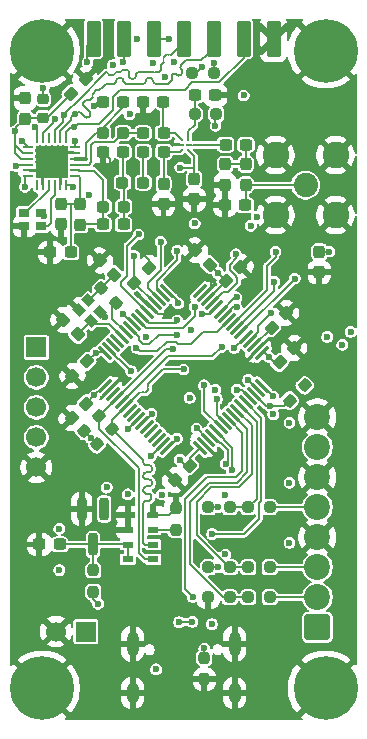
<source format=gbr>
%TF.GenerationSoftware,KiCad,Pcbnew,9.0.2*%
%TF.CreationDate,2025-05-21T13:46:10-05:00*%
%TF.ProjectId,Flight Computer v3,466c6967-6874-4204-936f-6d7075746572,rev?*%
%TF.SameCoordinates,Original*%
%TF.FileFunction,Copper,L6,Bot*%
%TF.FilePolarity,Positive*%
%FSLAX46Y46*%
G04 Gerber Fmt 4.6, Leading zero omitted, Abs format (unit mm)*
G04 Created by KiCad (PCBNEW 9.0.2) date 2025-05-21 13:46:10*
%MOMM*%
%LPD*%
G01*
G04 APERTURE LIST*
G04 Aperture macros list*
%AMRoundRect*
0 Rectangle with rounded corners*
0 $1 Rounding radius*
0 $2 $3 $4 $5 $6 $7 $8 $9 X,Y pos of 4 corners*
0 Add a 4 corners polygon primitive as box body*
4,1,4,$2,$3,$4,$5,$6,$7,$8,$9,$2,$3,0*
0 Add four circle primitives for the rounded corners*
1,1,$1+$1,$2,$3*
1,1,$1+$1,$4,$5*
1,1,$1+$1,$6,$7*
1,1,$1+$1,$8,$9*
0 Add four rect primitives between the rounded corners*
20,1,$1+$1,$2,$3,$4,$5,0*
20,1,$1+$1,$4,$5,$6,$7,0*
20,1,$1+$1,$6,$7,$8,$9,0*
20,1,$1+$1,$8,$9,$2,$3,0*%
%AMRotRect*
0 Rectangle, with rotation*
0 The origin of the aperture is its center*
0 $1 length*
0 $2 width*
0 $3 Rotation angle, in degrees counterclockwise*
0 Add horizontal line*
21,1,$1,$2,0,0,$3*%
G04 Aperture macros list end*
%TA.AperFunction,ComponentPad*%
%ADD10C,3.100000*%
%TD*%
%TA.AperFunction,ConnectorPad*%
%ADD11C,5.400000*%
%TD*%
%TA.AperFunction,ComponentPad*%
%ADD12C,2.050000*%
%TD*%
%TA.AperFunction,ComponentPad*%
%ADD13C,2.250000*%
%TD*%
%TA.AperFunction,SMDPad,CuDef*%
%ADD14RoundRect,0.187500X-0.437500X-1.312500X0.437500X-1.312500X0.437500X1.312500X-0.437500X1.312500X0*%
%TD*%
%TA.AperFunction,ComponentPad*%
%ADD15R,1.700000X1.700000*%
%TD*%
%TA.AperFunction,ComponentPad*%
%ADD16C,1.700000*%
%TD*%
%TA.AperFunction,HeatsinkPad*%
%ADD17O,1.000000X2.100000*%
%TD*%
%TA.AperFunction,HeatsinkPad*%
%ADD18O,1.000000X1.800000*%
%TD*%
%TA.AperFunction,ComponentPad*%
%ADD19RoundRect,0.249999X0.850001X-0.850001X0.850001X0.850001X-0.850001X0.850001X-0.850001X-0.850001X0*%
%TD*%
%TA.AperFunction,ComponentPad*%
%ADD20C,2.200000*%
%TD*%
%TA.AperFunction,SMDPad,CuDef*%
%ADD21R,0.950000X0.550000*%
%TD*%
%TA.AperFunction,SMDPad,CuDef*%
%ADD22RoundRect,0.237500X0.300000X0.237500X-0.300000X0.237500X-0.300000X-0.237500X0.300000X-0.237500X0*%
%TD*%
%TA.AperFunction,SMDPad,CuDef*%
%ADD23RoundRect,0.237500X0.250000X0.237500X-0.250000X0.237500X-0.250000X-0.237500X0.250000X-0.237500X0*%
%TD*%
%TA.AperFunction,SMDPad,CuDef*%
%ADD24RoundRect,0.237500X0.287500X0.237500X-0.287500X0.237500X-0.287500X-0.237500X0.287500X-0.237500X0*%
%TD*%
%TA.AperFunction,SMDPad,CuDef*%
%ADD25RoundRect,0.237500X0.044194X0.380070X-0.380070X-0.044194X-0.044194X-0.380070X0.380070X0.044194X0*%
%TD*%
%TA.AperFunction,SMDPad,CuDef*%
%ADD26RoundRect,0.075000X-0.548008X0.441942X0.441942X-0.548008X0.548008X-0.441942X-0.441942X0.548008X0*%
%TD*%
%TA.AperFunction,SMDPad,CuDef*%
%ADD27RoundRect,0.075000X-0.548008X-0.441942X-0.441942X-0.548008X0.548008X0.441942X0.441942X0.548008X0*%
%TD*%
%TA.AperFunction,SMDPad,CuDef*%
%ADD28RoundRect,0.237500X-0.250000X-0.237500X0.250000X-0.237500X0.250000X0.237500X-0.250000X0.237500X0*%
%TD*%
%TA.AperFunction,SMDPad,CuDef*%
%ADD29RoundRect,0.237500X-0.300000X-0.237500X0.300000X-0.237500X0.300000X0.237500X-0.300000X0.237500X0*%
%TD*%
%TA.AperFunction,SMDPad,CuDef*%
%ADD30RoundRect,0.237500X-0.044194X-0.380070X0.380070X0.044194X0.044194X0.380070X-0.380070X-0.044194X0*%
%TD*%
%TA.AperFunction,SMDPad,CuDef*%
%ADD31RotRect,0.900000X0.800000X315.000000*%
%TD*%
%TA.AperFunction,SMDPad,CuDef*%
%ADD32RoundRect,0.237500X0.380070X-0.044194X-0.044194X0.380070X-0.380070X0.044194X0.044194X-0.380070X0*%
%TD*%
%TA.AperFunction,SMDPad,CuDef*%
%ADD33RoundRect,0.237500X-0.237500X0.287500X-0.237500X-0.287500X0.237500X-0.287500X0.237500X0.287500X0*%
%TD*%
%TA.AperFunction,SMDPad,CuDef*%
%ADD34RoundRect,0.237500X0.237500X-0.300000X0.237500X0.300000X-0.237500X0.300000X-0.237500X-0.300000X0*%
%TD*%
%TA.AperFunction,SMDPad,CuDef*%
%ADD35RoundRect,0.062500X0.062500X-0.350000X0.062500X0.350000X-0.062500X0.350000X-0.062500X-0.350000X0*%
%TD*%
%TA.AperFunction,SMDPad,CuDef*%
%ADD36RoundRect,0.062500X0.350000X-0.062500X0.350000X0.062500X-0.350000X0.062500X-0.350000X-0.062500X0*%
%TD*%
%TA.AperFunction,HeatsinkPad*%
%ADD37R,2.700000X2.700000*%
%TD*%
%TA.AperFunction,SMDPad,CuDef*%
%ADD38RoundRect,0.237500X0.237500X-0.250000X0.237500X0.250000X-0.237500X0.250000X-0.237500X-0.250000X0*%
%TD*%
%TA.AperFunction,SMDPad,CuDef*%
%ADD39RoundRect,0.237500X-0.008839X-0.344715X0.344715X0.008839X0.008839X0.344715X-0.344715X-0.008839X0*%
%TD*%
%TA.AperFunction,SMDPad,CuDef*%
%ADD40RoundRect,0.237500X-0.237500X0.300000X-0.237500X-0.300000X0.237500X-0.300000X0.237500X0.300000X0*%
%TD*%
%TA.AperFunction,SMDPad,CuDef*%
%ADD41RoundRect,0.237500X0.344715X-0.008839X-0.008839X0.344715X-0.344715X0.008839X0.008839X-0.344715X0*%
%TD*%
%TA.AperFunction,SMDPad,CuDef*%
%ADD42RoundRect,0.200000X-0.200000X0.750000X-0.200000X-0.750000X0.200000X-0.750000X0.200000X0.750000X0*%
%TD*%
%TA.AperFunction,SMDPad,CuDef*%
%ADD43RoundRect,0.237500X0.008839X0.344715X-0.344715X-0.008839X-0.008839X-0.344715X0.344715X0.008839X0*%
%TD*%
%TA.AperFunction,SMDPad,CuDef*%
%ADD44R,0.900000X0.800000*%
%TD*%
%TA.AperFunction,SMDPad,CuDef*%
%ADD45R,0.254000X0.228600*%
%TD*%
%TA.AperFunction,SMDPad,CuDef*%
%ADD46R,0.406400X0.254000*%
%TD*%
%TA.AperFunction,SMDPad,CuDef*%
%ADD47RoundRect,0.237500X-0.237500X0.250000X-0.237500X-0.250000X0.237500X-0.250000X0.237500X0.250000X0*%
%TD*%
%TA.AperFunction,SMDPad,CuDef*%
%ADD48RoundRect,0.237500X-0.287500X-0.237500X0.287500X-0.237500X0.287500X0.237500X-0.287500X0.237500X0*%
%TD*%
%TA.AperFunction,SMDPad,CuDef*%
%ADD49RoundRect,0.218750X-0.256250X0.218750X-0.256250X-0.218750X0.256250X-0.218750X0.256250X0.218750X0*%
%TD*%
%TA.AperFunction,ViaPad*%
%ADD50C,0.600000*%
%TD*%
%TA.AperFunction,ViaPad*%
%ADD51C,0.550000*%
%TD*%
%TA.AperFunction,Conductor*%
%ADD52C,0.200000*%
%TD*%
%TA.AperFunction,Conductor*%
%ADD53C,0.127000*%
%TD*%
%TA.AperFunction,Conductor*%
%ADD54C,0.190000*%
%TD*%
%TA.AperFunction,Conductor*%
%ADD55C,0.300000*%
%TD*%
G04 APERTURE END LIST*
D10*
%TO.P,H604,1,1*%
%TO.N,GND*%
X124700000Y-109500000D03*
D11*
X124700000Y-109500000D03*
%TD*%
D10*
%TO.P,H601,1,1*%
%TO.N,GND*%
X100700000Y-55500000D03*
D11*
X100700000Y-55500000D03*
%TD*%
D12*
%TO.P,J701,1,In*%
%TO.N,/Radio/radio_out*%
X123010000Y-66890000D03*
D13*
%TO.P,J701,2,Ext*%
%TO.N,GND*%
X120470000Y-64350000D03*
X120470000Y-69430000D03*
X125550000Y-64350000D03*
X125550000Y-69430000D03*
%TD*%
D14*
%TO.P,J602,8,Pin_8*%
%TO.N,GND*%
X120290000Y-54500000D03*
%TO.P,J602,9,Pin_9*%
%TO.N,SPI_SCK*%
X117750000Y-54500000D03*
%TO.P,J602,10,Pin_10*%
%TO.N,SPI_MISO*%
X115210000Y-54500000D03*
%TO.P,J602,11,Pin_11*%
%TO.N,SPI_MOSI*%
X112670000Y-54500000D03*
%TO.P,J602,12,Pin_12*%
%TO.N,SPI_CS1*%
X110130000Y-54500000D03*
%TO.P,J602,13,Pin_13*%
%TO.N,I2C_SCL*%
X107590000Y-54500000D03*
%TO.P,J602,14,Pin_14*%
%TO.N,I2C_SDA*%
X105050000Y-54500000D03*
%TD*%
D15*
%TO.P,J604,1,Pin_1*%
%TO.N,VCC*%
X104400000Y-104690000D03*
D16*
%TO.P,J604,2,Pin_2*%
%TO.N,GND*%
X101860000Y-104690000D03*
%TD*%
D10*
%TO.P,H603,1,1*%
%TO.N,GND*%
X100700000Y-109500000D03*
D11*
X100700000Y-109500000D03*
%TD*%
D17*
%TO.P,J601,S1,SHIELD*%
%TO.N,GND*%
X108355000Y-105720000D03*
D18*
X108355000Y-109900000D03*
D17*
X116995000Y-105720000D03*
D18*
X116995000Y-109900000D03*
%TD*%
D19*
%TO.P,J603,1,Pin_1*%
%TO.N,VCC*%
X124000000Y-104330000D03*
D20*
%TO.P,J603,2,Pin_2*%
%TO.N,Pyro_Power*%
X124000000Y-101790000D03*
%TO.P,J603,3,Pin_3*%
%TO.N,Pyro1*%
X124000000Y-99250000D03*
%TO.P,J603,4,Pin_4*%
%TO.N,GND*%
X124000000Y-96710000D03*
%TO.P,J603,5,Pin_5*%
%TO.N,Pyro2*%
X124000000Y-94170000D03*
%TO.P,J603,6,Pin_6*%
%TO.N,GND*%
X124000000Y-91630000D03*
%TO.P,J603,7,Pin_7*%
%TO.N,Pyro3*%
X124000000Y-89090000D03*
%TO.P,J603,8,Pin_8*%
%TO.N,GND*%
X124000000Y-86550000D03*
%TD*%
D10*
%TO.P,H602,1,1*%
%TO.N,GND*%
X124700000Y-55500000D03*
D11*
X124700000Y-55500000D03*
%TD*%
D15*
%TO.P,J605,1,Pin_1*%
%TO.N,Servo1*%
X100210000Y-80640000D03*
D16*
%TO.P,J605,2,Pin_2*%
%TO.N,Servo2*%
X100210000Y-83180000D03*
%TO.P,J605,3,Pin_3*%
%TO.N,Servo3*%
X100210000Y-85720000D03*
%TO.P,J605,4,Pin_4*%
%TO.N,Servo4*%
X100210000Y-88260000D03*
%TO.P,J605,5,Pin_5*%
%TO.N,GND*%
X100210000Y-90800000D03*
%TD*%
D21*
%TO.P,U303,1,VDD*%
%TO.N,+3V*%
X107950000Y-98572500D03*
%TO.P,U303,2,PS*%
X107950000Y-97322500D03*
%TO.P,U303,3,GND*%
%TO.N,GND*%
X107950000Y-96072500D03*
%TO.P,U303,4,CSB*%
X107950000Y-94822500D03*
%TO.P,U303,5,CSB*%
X110100000Y-94822500D03*
%TO.P,U303,6,SDO*%
%TO.N,Net-(U303-SDO)*%
X110100000Y-96072500D03*
%TO.P,U303,7,SDI/SDA*%
%TO.N,I2C_SDA*%
X110100000Y-97322500D03*
%TO.P,U303,8,SCLK*%
%TO.N,I2C_SCL*%
X110100000Y-98572500D03*
%TD*%
D22*
%TO.P,C705,1*%
%TO.N,GND*%
X115350000Y-59275000D03*
%TO.P,C705,2*%
%TO.N,Net-(U702-VCTL)*%
X113625000Y-59275000D03*
%TD*%
%TO.P,C707,1*%
%TO.N,/Radio/radio_pa*%
X103122500Y-72590000D03*
%TO.P,C707,2*%
%TO.N,GND*%
X101397500Y-72590000D03*
%TD*%
D23*
%TO.P,R403,1*%
%TO.N,Armed*%
X116595000Y-101790000D03*
%TO.P,R403,2*%
%TO.N,GND*%
X114770000Y-101790000D03*
%TD*%
D24*
%TO.P,L706,1,1*%
%TO.N,/Radio/radio_rfi_n*%
X107570000Y-62480000D03*
%TO.P,L706,2,2*%
%TO.N,/Radio/radio_rfi_p*%
X105820000Y-62480000D03*
%TD*%
D25*
%TO.P,C506,1*%
%TO.N,+3.3V*%
X104479880Y-81820120D03*
%TO.P,C506,2*%
%TO.N,GND*%
X103260120Y-83039880D03*
%TD*%
D26*
%TO.P,U502,1,VBAT*%
%TO.N,+3.3V*%
X106005519Y-81138819D03*
%TO.P,U502,2,PC13*%
%TO.N,IMU_INT1*%
X106359072Y-80785266D03*
%TO.P,U502,3,PC14*%
%TO.N,unconnected-(U502-PC14-Pad3)*%
X106712625Y-80431713D03*
%TO.P,U502,4,PC15*%
%TO.N,unconnected-(U502-PC15-Pad4)*%
X107066179Y-80078159D03*
%TO.P,U502,5,PH0*%
%TO.N,/MCU/OSC_IN*%
X107419732Y-79724606D03*
%TO.P,U502,6,PH1*%
%TO.N,/MCU/OSC_OUT*%
X107773286Y-79371052D03*
%TO.P,U502,7,NRST*%
%TO.N,NRST*%
X108126839Y-79017499D03*
%TO.P,U502,8,PC0*%
%TO.N,{slash}GPS_RESET*%
X108480392Y-78663946D03*
%TO.P,U502,9,PC1*%
%TO.N,/MCU/FLASH_MOSI*%
X108833946Y-78310392D03*
%TO.P,U502,10,PC2*%
%TO.N,/MCU/FLASH_MISO*%
X109187499Y-77956839D03*
%TO.P,U502,11,PC3*%
%TO.N,GPS_INT*%
X109541052Y-77603286D03*
%TO.P,U502,12,VSSA*%
%TO.N,GND*%
X109894606Y-77249732D03*
%TO.P,U502,13,VDDA*%
%TO.N,+3.3V*%
X110248159Y-76896179D03*
%TO.P,U502,14,PA0*%
%TO.N,Servo1*%
X110601713Y-76542625D03*
%TO.P,U502,15,PA1*%
%TO.N,Servo2*%
X110955266Y-76189072D03*
%TO.P,U502,16,PA2*%
%TO.N,Servo3*%
X111308819Y-75835519D03*
D27*
%TO.P,U502,17,PA3*%
%TO.N,unconnected-(U502-PA3-Pad17)*%
X114031181Y-75835519D03*
%TO.P,U502,18,VSS*%
%TO.N,GND*%
X114384734Y-76189072D03*
%TO.P,U502,19,VDD*%
%TO.N,+3.3V*%
X114738287Y-76542625D03*
%TO.P,U502,20,PA4*%
%TO.N,SPI_CS1*%
X115091841Y-76896179D03*
%TO.P,U502,21,PA5*%
%TO.N,SPI_SCK*%
X115445394Y-77249732D03*
%TO.P,U502,22,PA6*%
%TO.N,SPI_MISO*%
X115798948Y-77603286D03*
%TO.P,U502,23,PA7*%
%TO.N,SPI_MOSI*%
X116152501Y-77956839D03*
%TO.P,U502,24,PC4*%
%TO.N,{slash}GPS_SAFEBOOT*%
X116506054Y-78310392D03*
%TO.P,U502,25,PC5*%
%TO.N,/MCU/FLASH_CS*%
X116859608Y-78663946D03*
%TO.P,U502,26,PB0*%
%TO.N,/MCU/{slash}FLASH_WP*%
X117213161Y-79017499D03*
%TO.P,U502,27,PB1*%
%TO.N,/MCU/{slash}FLASH_RESET*%
X117566714Y-79371052D03*
%TO.P,U502,28,PB2*%
%TO.N,IMU_INT2*%
X117920268Y-79724606D03*
%TO.P,U502,29,PB10*%
%TO.N,/MCU/FLASH_CLK*%
X118273821Y-80078159D03*
%TO.P,U502,30,VCAP_1*%
%TO.N,/MCU/MCU_VCAP1*%
X118627375Y-80431713D03*
%TO.P,U502,31,VSS*%
%TO.N,GND*%
X118980928Y-80785266D03*
%TO.P,U502,32,VDD*%
%TO.N,+3.3V*%
X119334481Y-81138819D03*
D26*
%TO.P,U502,33,PB12*%
%TO.N,Pyro3_Cont*%
X119334481Y-83861181D03*
%TO.P,U502,34,PB13*%
%TO.N,LORA_DIO1*%
X118980928Y-84214734D03*
%TO.P,U502,35,PB14*%
%TO.N,LORA_SEL*%
X118627375Y-84568287D03*
%TO.P,U502,36,PB15*%
%TO.N,Pyro3_Trigger*%
X118273821Y-84921841D03*
%TO.P,U502,37,PC6*%
%TO.N,Pyro2_Trigger*%
X117920268Y-85275394D03*
%TO.P,U502,38,PC7*%
%TO.N,Pyro2_Cont*%
X117566714Y-85628948D03*
%TO.P,U502,39,PC8*%
%TO.N,Pyro1_Cont*%
X117213161Y-85982501D03*
%TO.P,U502,40,PC9*%
%TO.N,Armed*%
X116859608Y-86336054D03*
%TO.P,U502,41,PA8*%
%TO.N,Pyro1_Trigger*%
X116506054Y-86689608D03*
%TO.P,U502,42,PA9*%
%TO.N,GPS_RX*%
X116152501Y-87043161D03*
%TO.P,U502,43,PA10*%
%TO.N,GPS_TX*%
X115798948Y-87396714D03*
%TO.P,U502,44,PA11*%
%TO.N,USB_D_N*%
X115445394Y-87750268D03*
%TO.P,U502,45,PA12*%
%TO.N,USB_D_P*%
X115091841Y-88103821D03*
%TO.P,U502,46,PA13*%
%TO.N,SWDIO*%
X114738287Y-88457375D03*
%TO.P,U502,47,VSS*%
%TO.N,GND*%
X114384734Y-88810928D03*
%TO.P,U502,48,VDD*%
%TO.N,+3.3V*%
X114031181Y-89164481D03*
D27*
%TO.P,U502,49,PA14*%
%TO.N,SWCLK*%
X111308819Y-89164481D03*
%TO.P,U502,50,PA15*%
%TO.N,Servo4*%
X110955266Y-88810928D03*
%TO.P,U502,51,PC10*%
%TO.N,unconnected-(U502-PC10-Pad51)*%
X110601713Y-88457375D03*
%TO.P,U502,52,PC11*%
%TO.N,unconnected-(U502-PC11-Pad52)*%
X110248159Y-88103821D03*
%TO.P,U502,53,PC12*%
%TO.N,unconnected-(U502-PC12-Pad53)*%
X109894606Y-87750268D03*
%TO.P,U502,54,PD2*%
%TO.N,unconnected-(U502-PD2-Pad54)*%
X109541052Y-87396714D03*
%TO.P,U502,55,PB3*%
%TO.N,SWO*%
X109187499Y-87043161D03*
%TO.P,U502,56,PB4*%
%TO.N,LORA_BUSY*%
X108833946Y-86689608D03*
%TO.P,U502,57,PB5*%
%TO.N,unconnected-(U502-PB5-Pad57)*%
X108480392Y-86336054D03*
%TO.P,U502,58,PB6*%
%TO.N,unconnected-(U502-PB6-Pad58)*%
X108126839Y-85982501D03*
%TO.P,U502,59,PB7*%
%TO.N,I2C_SDA*%
X107773286Y-85628948D03*
%TO.P,U502,60,BOOT0*%
%TO.N,BOOT0*%
X107419732Y-85275394D03*
%TO.P,U502,61,PB8*%
%TO.N,I2C_SCL*%
X107066179Y-84921841D03*
%TO.P,U502,62,PB9*%
%TO.N,unconnected-(U502-PB9-Pad62)*%
X106712625Y-84568287D03*
%TO.P,U502,63,VSS*%
%TO.N,GND*%
X106359072Y-84214734D03*
%TO.P,U502,64,VDD*%
%TO.N,+3.3V*%
X106005519Y-83861181D03*
%TD*%
D28*
%TO.P,R405,1*%
%TO.N,Pyro_Power*%
X114777500Y-99260000D03*
%TO.P,R405,2*%
%TO.N,Pyro1_Cont*%
X116602500Y-99260000D03*
%TD*%
D29*
%TO.P,C712,1*%
%TO.N,/Radio/radio_2*%
X109262500Y-64075000D03*
%TO.P,C712,2*%
%TO.N,/Radio/radio_rf1*%
X110987500Y-64075000D03*
%TD*%
%TO.P,C718,1*%
%TO.N,GND*%
X109232500Y-59855000D03*
%TO.P,C718,2*%
%TO.N,/Radio/radio_rf2*%
X110957500Y-59855000D03*
%TD*%
D28*
%TO.P,R406,1*%
%TO.N,Pyro1_Cont*%
X118137500Y-99260000D03*
%TO.P,R406,2*%
%TO.N,Pyro1*%
X119962500Y-99260000D03*
%TD*%
D30*
%TO.P,C701,1*%
%TO.N,/Radio/3v3_lora*%
X103150000Y-59150000D03*
%TO.P,C701,2*%
%TO.N,GND*%
X104369760Y-57930240D03*
%TD*%
D28*
%TO.P,R409,1*%
%TO.N,Pyro2_Cont*%
X118137500Y-94160000D03*
%TO.P,R409,2*%
%TO.N,Pyro2*%
X119962500Y-94160000D03*
%TD*%
D25*
%TO.P,C504,1*%
%TO.N,+3.3V*%
X104419880Y-85400120D03*
%TO.P,C504,2*%
%TO.N,GND*%
X103200120Y-86619880D03*
%TD*%
D31*
%TO.P,Y501,1,1*%
%TO.N,Net-(C509-Pad1)*%
X104607868Y-76662234D03*
%TO.P,Y501,2,2*%
%TO.N,GND*%
X105597817Y-77652183D03*
%TO.P,Y501,3,3*%
%TO.N,/MCU/OSC_IN*%
X104820000Y-78430000D03*
%TO.P,Y501,4,4*%
%TO.N,GND*%
X103830051Y-77440051D03*
%TD*%
D32*
%TO.P,C510,1*%
%TO.N,/MCU/OSC_IN*%
X103709880Y-79539880D03*
%TO.P,C510,2*%
%TO.N,GND*%
X102490120Y-78320120D03*
%TD*%
D29*
%TO.P,C711,1*%
%TO.N,GND*%
X116182500Y-68605000D03*
%TO.P,C711,2*%
%TO.N,/Radio/radio_out*%
X117907500Y-68605000D03*
%TD*%
D33*
%TO.P,L701,1,1*%
%TO.N,/Radio/radio_pa*%
X103925000Y-68500000D03*
%TO.P,L701,2,2*%
%TO.N,/Radio/radio_rfo*%
X103925000Y-70250000D03*
%TD*%
D34*
%TO.P,C702,1*%
%TO.N,/Radio/3v3_lora*%
X99250000Y-61262500D03*
%TO.P,C702,2*%
%TO.N,GND*%
X99250000Y-59537500D03*
%TD*%
D35*
%TO.P,U701,1,VDD_IN*%
%TO.N,/Radio/3v3_lora*%
X102750000Y-66862500D03*
%TO.P,U701,2,GND*%
%TO.N,GND*%
X102250000Y-66862500D03*
%TO.P,U701,3,XTA*%
%TO.N,/Radio/XTA*%
X101750000Y-66862500D03*
%TO.P,U701,4,XTB*%
%TO.N,/Radio/XTB*%
X101250000Y-66862500D03*
%TO.P,U701,5,GND*%
%TO.N,GND*%
X100750000Y-66862500D03*
%TO.P,U701,6,DIO3*%
%TO.N,unconnected-(U701-DIO3-Pad6)*%
X100250000Y-66862500D03*
D36*
%TO.P,U701,7,VREG*%
%TO.N,Net-(U701-VREG)*%
X99537500Y-66150000D03*
%TO.P,U701,8,GND*%
%TO.N,GND*%
X99537500Y-65650000D03*
%TO.P,U701,9,DCC_SW*%
%TO.N,Net-(U701-DCC_SW)*%
X99537500Y-65150000D03*
%TO.P,U701,10,VBAT*%
%TO.N,/Radio/3v3_lora*%
X99537500Y-64650000D03*
%TO.P,U701,11,VBAT_IO*%
X99537500Y-64150000D03*
%TO.P,U701,12,DIO2*%
%TO.N,/Radio/CTL*%
X99537500Y-63650000D03*
D35*
%TO.P,U701,13,DIO1*%
%TO.N,LORA_DIO1*%
X100250000Y-62937500D03*
%TO.P,U701,14,BUSY*%
%TO.N,LORA_BUSY*%
X100750000Y-62937500D03*
%TO.P,U701,15,NRESET*%
%TO.N,unconnected-(U701-NRESET-Pad15)*%
X101250000Y-62937500D03*
%TO.P,U701,16,MISO*%
%TO.N,SPI_MOSI*%
X101750000Y-62937500D03*
%TO.P,U701,17,MOSI*%
%TO.N,SPI_MISO*%
X102250000Y-62937500D03*
%TO.P,U701,18,SCK*%
%TO.N,SPI_SCK*%
X102750000Y-62937500D03*
D36*
%TO.P,U701,19,NSS*%
%TO.N,LORA_SEL*%
X103462500Y-63650000D03*
%TO.P,U701,20,GND*%
%TO.N,GND*%
X103462500Y-64150000D03*
%TO.P,U701,21,RFI_P*%
%TO.N,/Radio/radio_rfi_p*%
X103462500Y-64650000D03*
%TO.P,U701,22,RFI_N*%
%TO.N,/Radio/radio_rfi_n*%
X103462500Y-65150000D03*
%TO.P,U701,23,RFO*%
%TO.N,/Radio/radio_rfo*%
X103462500Y-65650000D03*
%TO.P,U701,24,VR_PA*%
%TO.N,/Radio/radio_pa*%
X103462500Y-66150000D03*
D37*
%TO.P,U701,25,EP_GND*%
%TO.N,GND*%
X101500000Y-64900000D03*
%TD*%
D29*
%TO.P,C709,1*%
%TO.N,/Radio/radio_rfc*%
X116232500Y-63480000D03*
%TO.P,C709,2*%
%TO.N,/Radio/radio_3*%
X117957500Y-63480000D03*
%TD*%
D38*
%TO.P,R302,1*%
%TO.N,Net-(U303-SDO)*%
X112010000Y-96072500D03*
%TO.P,R302,2*%
%TO.N,GND*%
X112010000Y-94247500D03*
%TD*%
D39*
%TO.P,R502,1*%
%TO.N,+3.3V*%
X105354765Y-88845235D03*
%TO.P,R502,2*%
%TO.N,I2C_SDA*%
X106645235Y-87554765D03*
%TD*%
D34*
%TO.P,C710,1*%
%TO.N,GND*%
X116195000Y-66855000D03*
%TO.P,C710,2*%
%TO.N,/Radio/radio_3*%
X116195000Y-65130000D03*
%TD*%
D39*
%TO.P,R501,1*%
%TO.N,+3.3V*%
X104224765Y-87725235D03*
%TO.P,R501,2*%
%TO.N,I2C_SCL*%
X105515235Y-86434765D03*
%TD*%
D40*
%TO.P,C508,1*%
%TO.N,+3.3V*%
X124150000Y-72537499D03*
%TO.P,C508,2*%
%TO.N,GND*%
X124150000Y-74262501D03*
%TD*%
D28*
%TO.P,R408,1*%
%TO.N,Pyro_Power*%
X114767500Y-94160000D03*
%TO.P,R408,2*%
%TO.N,Pyro2_Cont*%
X116592500Y-94160000D03*
%TD*%
D41*
%TO.P,R505,1*%
%TO.N,/MCU/OSC_OUT*%
X106965235Y-76895235D03*
%TO.P,R505,2*%
%TO.N,Net-(C509-Pad1)*%
X105674765Y-75604765D03*
%TD*%
D34*
%TO.P,C714,1*%
%TO.N,GND*%
X110975000Y-68500000D03*
%TO.P,C714,2*%
%TO.N,/Radio/radio_rf1*%
X110975000Y-66775000D03*
%TD*%
D23*
%TO.P,R402,1*%
%TO.N,Pyro_Power*%
X119960000Y-101790000D03*
%TO.P,R402,2*%
%TO.N,Armed*%
X118135000Y-101790000D03*
%TD*%
D28*
%TO.P,R503,1*%
%TO.N,+3.3V*%
X113397500Y-57430000D03*
%TO.P,R503,2*%
%TO.N,NRST*%
X115222500Y-57430000D03*
%TD*%
D42*
%TO.P,D301,1,A*%
%TO.N,GND*%
X104060000Y-94320000D03*
%TO.P,D301,2,NC*%
%TO.N,unconnected-(D301-NC-Pad2)*%
X105960000Y-94320000D03*
%TO.P,D301,3,K*%
%TO.N,+3V*%
X105010000Y-97320000D03*
%TD*%
D43*
%TO.P,R702,1*%
%TO.N,+3V3*%
X122935235Y-83844765D03*
%TO.P,R702,2*%
%TO.N,LORA_SEL*%
X121644765Y-85135235D03*
%TD*%
D30*
%TO.P,C507,1*%
%TO.N,+3.3V*%
X108500000Y-75140000D03*
%TO.P,C507,2*%
%TO.N,GND*%
X109719760Y-73920240D03*
%TD*%
D44*
%TO.P,Y701,1,1*%
%TO.N,/Radio/XTA*%
X100575000Y-70375000D03*
%TO.P,Y701,2,2*%
%TO.N,GND*%
X99175000Y-70375000D03*
%TO.P,Y701,3,3*%
%TO.N,/Radio/XTB*%
X99175000Y-69275000D03*
%TO.P,Y701,4,4*%
%TO.N,GND*%
X100575000Y-69275000D03*
%TD*%
D29*
%TO.P,C716,1*%
%TO.N,/Radio/radio_rfi_n*%
X109257500Y-62480000D03*
%TO.P,C716,2*%
%TO.N,/Radio/radio_rf2*%
X110982500Y-62480000D03*
%TD*%
D45*
%TO.P,U702,1,VDD*%
%TO.N,+3.3V*%
X113045126Y-63880000D03*
%TO.P,U702,2,RF1*%
%TO.N,/Radio/radio_rf1*%
X112545000Y-63880000D03*
D46*
%TO.P,U702,3,GND*%
%TO.N,GND*%
X112502564Y-63496501D03*
D45*
%TO.P,U702,4,RF2*%
%TO.N,/Radio/radio_rf2*%
X112545000Y-63113002D03*
%TO.P,U702,5,VCTL*%
%TO.N,Net-(U702-VCTL)*%
X113045126Y-63113002D03*
D46*
%TO.P,U702,6,RFC*%
%TO.N,/Radio/radio_rfc*%
X113087562Y-63496501D03*
%TD*%
D30*
%TO.P,C502,1*%
%TO.N,+3.3V*%
X116270000Y-75020000D03*
%TO.P,C502,2*%
%TO.N,GND*%
X117489760Y-73800240D03*
%TD*%
%TO.P,C511,1*%
%TO.N,/MCU/MCU_VCAP1*%
X120120000Y-78950000D03*
%TO.P,C511,2*%
%TO.N,GND*%
X121339760Y-77730240D03*
%TD*%
D32*
%TO.P,C503,1*%
%TO.N,+3.3V*%
X114870000Y-73630000D03*
%TO.P,C503,2*%
%TO.N,GND*%
X113650240Y-72410240D03*
%TD*%
D38*
%TO.P,R301,1*%
%TO.N,+3.3V*%
X105030000Y-101322500D03*
%TO.P,R301,2*%
%TO.N,+3V*%
X105030000Y-99497500D03*
%TD*%
D29*
%TO.P,C708,1*%
%TO.N,/Radio/radio_rfo*%
X105875000Y-70225000D03*
%TO.P,C708,2*%
%TO.N,/Radio/radio_1*%
X107600000Y-70225000D03*
%TD*%
D25*
%TO.P,C505,1*%
%TO.N,+3.3V*%
X113179880Y-90650120D03*
%TO.P,C505,2*%
%TO.N,GND*%
X111960120Y-91869880D03*
%TD*%
D30*
%TO.P,C501,1*%
%TO.N,+3.3V*%
X120810120Y-81909880D03*
%TO.P,C501,2*%
%TO.N,GND*%
X122029880Y-80690120D03*
%TD*%
D47*
%TO.P,R601,1*%
%TO.N,Net-(J601-CC2)*%
X114430000Y-106917500D03*
%TO.P,R601,2*%
%TO.N,GND*%
X114430000Y-108742500D03*
%TD*%
D22*
%TO.P,C305,1*%
%TO.N,+3V*%
X102185000Y-97320000D03*
%TO.P,C305,2*%
%TO.N,GND*%
X100460000Y-97320000D03*
%TD*%
D23*
%TO.P,R701,1*%
%TO.N,/Radio/CTL*%
X115437500Y-60875000D03*
%TO.P,R701,2*%
%TO.N,Net-(U702-VCTL)*%
X113612500Y-60875000D03*
%TD*%
D40*
%TO.P,C706,1*%
%TO.N,/Radio/radio_pa*%
X102325000Y-68500000D03*
%TO.P,C706,2*%
%TO.N,GND*%
X102325000Y-70225000D03*
%TD*%
D48*
%TO.P,L704,1,1*%
%TO.N,/Radio/radio_1*%
X107500000Y-66675000D03*
%TO.P,L704,2,2*%
%TO.N,/Radio/radio_2*%
X109250000Y-66675000D03*
%TD*%
%TO.P,L703,1,1*%
%TO.N,/Radio/radio_rfo*%
X105850000Y-68725000D03*
%TO.P,L703,2,2*%
%TO.N,/Radio/radio_1*%
X107600000Y-68725000D03*
%TD*%
D32*
%TO.P,C509,1*%
%TO.N,Net-(C509-Pad1)*%
X106800000Y-74490000D03*
%TO.P,C509,2*%
%TO.N,GND*%
X105580240Y-73270240D03*
%TD*%
D34*
%TO.P,C704,1*%
%TO.N,GND*%
X113575000Y-68105000D03*
%TO.P,C704,2*%
%TO.N,+3.3V*%
X113575000Y-66380000D03*
%TD*%
D49*
%TO.P,FB701,1*%
%TO.N,+3.3V*%
X100800000Y-59612500D03*
%TO.P,FB701,2*%
%TO.N,/Radio/3v3_lora*%
X100800000Y-61187500D03*
%TD*%
D29*
%TO.P,C713,1*%
%TO.N,GND*%
X105812500Y-64075000D03*
%TO.P,C713,2*%
%TO.N,/Radio/radio_1*%
X107537500Y-64075000D03*
%TD*%
D33*
%TO.P,L702,1,1*%
%TO.N,/Radio/radio_3*%
X117945000Y-65105000D03*
%TO.P,L702,2,2*%
%TO.N,/Radio/radio_out*%
X117945000Y-66855000D03*
%TD*%
D29*
%TO.P,C717,1*%
%TO.N,GND*%
X105857500Y-59855000D03*
%TO.P,C717,2*%
%TO.N,/Radio/radio_rfi_p*%
X107582500Y-59855000D03*
%TD*%
D50*
%TO.N,GND*%
X104770000Y-83370000D03*
X106280000Y-55300000D03*
X106450000Y-67038527D03*
X106040000Y-78030000D03*
X112940000Y-88110000D03*
X114100000Y-98040000D03*
X105068104Y-60177139D03*
X119290000Y-111200000D03*
X109000000Y-103590000D03*
X105270000Y-109810000D03*
X119000000Y-55250000D03*
X101850000Y-63950000D03*
X99380000Y-74050000D03*
X100864798Y-69474998D03*
X108890000Y-81940000D03*
X119660000Y-105690000D03*
%TO.N,+3.3V*%
X104804765Y-88295235D03*
X113300000Y-79170000D03*
X115370000Y-84220000D03*
X106170000Y-92490000D03*
X106670000Y-56740000D03*
X100804862Y-58698284D03*
X107950000Y-93070000D03*
X114260395Y-56896738D03*
X119870000Y-81430000D03*
X124830000Y-79746000D03*
X111092500Y-57714007D03*
X113190000Y-84910000D03*
X108500000Y-72899998D03*
X105430000Y-102340000D03*
X102150000Y-95990000D03*
X105120000Y-84700000D03*
X104696403Y-67697081D03*
X115585000Y-74335000D03*
X102150000Y-99490000D03*
X112400000Y-65410000D03*
X105230000Y-81070000D03*
X125020000Y-72520000D03*
X112370000Y-90140000D03*
%TO.N,/Radio/3v3_lora*%
X103300002Y-67050002D03*
X98424000Y-62350000D03*
%TO.N,Net-(U701-VREG)*%
X99250000Y-67025000D03*
%TO.N,VCC*%
X110340000Y-107890000D03*
X115070000Y-104070000D03*
X116220000Y-93120000D03*
X116220000Y-98150000D03*
X120265000Y-86310000D03*
X110840000Y-93090000D03*
%TO.N,Net-(J601-CC2)*%
X114430000Y-106120000D03*
%TO.N,USB_D_N*%
X116769231Y-91019231D03*
%TO.N,USB_D_P*%
X112294250Y-103898744D03*
X113417250Y-103880000D03*
X116230769Y-90480769D03*
%TO.N,SWO*%
X109957788Y-86272873D03*
X108715000Y-54500000D03*
D51*
%TO.N,SPI_MISO*%
X103450000Y-60869595D03*
D50*
X117160000Y-76400000D03*
D51*
%TO.N,SPI_SCK*%
X103400000Y-62000000D03*
D50*
X114199999Y-77807457D03*
%TO.N,BOOT0*%
X115910000Y-80580000D03*
X117760000Y-59290000D03*
%TO.N,SWDIO*%
X113770000Y-87500000D03*
X111898685Y-56432869D03*
%TO.N,I2C_SCL*%
X126810000Y-79320000D03*
X107580000Y-56500000D03*
X111750000Y-80770000D03*
X113610000Y-70130000D03*
%TO.N,I2C_SDA*%
X126110000Y-80420000D03*
X109490000Y-79780000D03*
X104534424Y-56496434D03*
X112670000Y-82500000D03*
%TO.N,SWCLK*%
X110091000Y-56542082D03*
X112110000Y-88370000D03*
%TO.N,SPI_MOSI*%
X117160001Y-77226326D03*
X102530246Y-60940821D03*
%TO.N,NRST*%
X112129000Y-79560000D03*
X115220000Y-56590000D03*
%TO.N,SPI_CS1*%
X111410000Y-54500000D03*
X117110000Y-72750002D03*
%TO.N,Pyro_Power*%
X115615000Y-99250000D03*
X121640000Y-92100000D03*
X121640000Y-87020000D03*
X121640000Y-97190000D03*
X115605000Y-94160000D03*
%TO.N,Servo4*%
X109900000Y-89860000D03*
%TO.N,Servo3*%
X112211735Y-76900002D03*
%TO.N,Servo2*%
X112129000Y-72470000D03*
%TO.N,Servo1*%
X110730000Y-71698998D03*
%TO.N,Net-(U701-DCC_SW)*%
X98450000Y-65275000D03*
%TO.N,{slash}GPS_RESET*%
X108094730Y-60905270D03*
X107580000Y-77770000D03*
%TO.N,{slash}GPS_SAFEBOOT*%
X108686681Y-80675154D03*
%TO.N,Pyro1_Trigger*%
X113455750Y-101760000D03*
%TO.N,Pyro2_Trigger*%
X115080000Y-96440000D03*
%TO.N,Pyro3_Trigger*%
X117195706Y-84225680D03*
%TO.N,Pyro3_Cont*%
X120270000Y-84790000D03*
%TO.N,/Radio/CTL*%
X115375000Y-61875000D03*
X99025000Y-63125000D03*
%TO.N,LORA_SEL*%
X119950000Y-85570000D03*
X103460000Y-63200000D03*
%TO.N,IMU_INT1*%
X108235000Y-82649000D03*
%TO.N,IMU_INT2*%
X116960000Y-80680000D03*
%TO.N,GPS_RX*%
X118854411Y-69604658D03*
X115492045Y-85010638D03*
%TO.N,GPS_TX*%
X114409165Y-83850000D03*
X118360000Y-70340000D03*
%TO.N,GPS_INT*%
X108860000Y-71060000D03*
%TO.N,/MCU/FLASH_MISO*%
X112129000Y-78351613D03*
%TO.N,/MCU/{slash}FLASH_WP*%
X120370000Y-75080000D03*
%TO.N,/MCU/FLASH_CLK*%
X120080000Y-77750000D03*
%TO.N,/MCU/FLASH_CS*%
X120460000Y-72530000D03*
%TO.N,/MCU/FLASH_MOSI*%
X113599999Y-77199048D03*
%TO.N,/MCU/{slash}FLASH_RESET*%
X122077077Y-74807199D03*
%TO.N,LORA_BUSY*%
X101826765Y-61321765D03*
X107940000Y-87580000D03*
%TO.N,LORA_DIO1*%
X118140000Y-83380000D03*
X100082155Y-62000000D03*
%TD*%
D52*
%TO.N,GND*%
X109719760Y-73199760D02*
X109380000Y-72860000D01*
X110149000Y-67501000D02*
X109950000Y-67700000D01*
X110149000Y-63451000D02*
X110149000Y-67501000D01*
X109894606Y-77249732D02*
X110466530Y-77821656D01*
X114384734Y-76189072D02*
X114980000Y-75593806D01*
X109719760Y-73920240D02*
X109719760Y-73199760D01*
X105857500Y-59855000D02*
X105390243Y-59855000D01*
X110447866Y-63299000D02*
X110374433Y-63225567D01*
X105812500Y-64075000D02*
X106450000Y-64712500D01*
X105597817Y-77652183D02*
X105662183Y-77652183D01*
X100664800Y-69275000D02*
X100864798Y-69474998D01*
X110374433Y-63225567D02*
X110149000Y-63451000D01*
X105662183Y-77652183D02*
X106040000Y-78030000D01*
X110466530Y-77821656D02*
X111528344Y-77821656D01*
X106450000Y-64712500D02*
X106450000Y-67038527D01*
X111799000Y-63299000D02*
X110447866Y-63299000D01*
X114980000Y-75593806D02*
X114980000Y-75050000D01*
X110374433Y-63225567D02*
X110096000Y-62947134D01*
X111920000Y-63420000D02*
X111799000Y-63299000D01*
X102250000Y-64150000D02*
X101500000Y-64900000D01*
X110096000Y-62947134D02*
X110096000Y-61876000D01*
X111530000Y-77820000D02*
X111528344Y-77821656D01*
X110100000Y-94822500D02*
X111435000Y-94822500D01*
X105390243Y-59855000D02*
X105068104Y-60177139D01*
X111435000Y-94822500D02*
X112010000Y-94247500D01*
X110096000Y-61876000D02*
X110060000Y-61840000D01*
X103462500Y-64150000D02*
X102250000Y-64150000D01*
X100575000Y-69275000D02*
X100664800Y-69275000D01*
%TO.N,+3.3V*%
X104804765Y-88295235D02*
X105354765Y-88845235D01*
X105120000Y-84700000D02*
X105958819Y-83861181D01*
X105030000Y-101322500D02*
X105030000Y-101940000D01*
X113397500Y-57430000D02*
X113727133Y-57430000D01*
X112880120Y-90650120D02*
X112370000Y-90140000D01*
X113575000Y-66380000D02*
X113575000Y-65410000D01*
X114880000Y-73630000D02*
X115585000Y-74335000D01*
X105958819Y-83861181D02*
X106005519Y-83861181D01*
X125002501Y-72537499D02*
X125020000Y-72520000D01*
X113179880Y-90650120D02*
X113179880Y-90015782D01*
X104419880Y-85400120D02*
X105120000Y-84700000D01*
X114738287Y-76542625D02*
X114747375Y-76542625D01*
X120349880Y-81909880D02*
X119870000Y-81430000D01*
X105300000Y-81000000D02*
X105866700Y-81000000D01*
X113727133Y-57430000D02*
X114260395Y-56896738D01*
X119578819Y-81138819D02*
X119334481Y-81138819D01*
X114870000Y-73630000D02*
X114880000Y-73630000D01*
X106005519Y-83864481D02*
X106005519Y-83861181D01*
X115585000Y-74335000D02*
X116270000Y-75020000D01*
X100800000Y-58703146D02*
X100804862Y-58698284D01*
X104234765Y-87725235D02*
X104804765Y-88295235D01*
X104479880Y-81820120D02*
X105230000Y-81070000D01*
X113179880Y-90650120D02*
X112880120Y-90650120D01*
X113575000Y-65410000D02*
X113575000Y-64454375D01*
X113179880Y-90015782D02*
X114031181Y-89164481D01*
X110248159Y-76888159D02*
X110248159Y-76896179D01*
X119870000Y-81430000D02*
X119578819Y-81138819D01*
X105230000Y-81070000D02*
X105300000Y-81000000D01*
X108500000Y-75140000D02*
X108500000Y-72899998D01*
X114747375Y-76542625D02*
X116270000Y-75020000D01*
X105866700Y-81000000D02*
X106005519Y-81138819D01*
X105030000Y-101940000D02*
X105430000Y-102340000D01*
X100800000Y-59612500D02*
X100800000Y-58703146D01*
X113575000Y-65410000D02*
X112400000Y-65410000D01*
X113575000Y-64454375D02*
X113045126Y-63924501D01*
X104224765Y-87725235D02*
X104234765Y-87725235D01*
X124150000Y-72537499D02*
X125002501Y-72537499D01*
X120810120Y-81909880D02*
X120349880Y-81909880D01*
X108500000Y-75140000D02*
X110248159Y-76888159D01*
%TO.N,+3V*%
X107950000Y-98572500D02*
X107950000Y-97322500D01*
X105030000Y-97340000D02*
X105010000Y-97320000D01*
X105030000Y-99497500D02*
X105030000Y-97340000D01*
X102185000Y-97320000D02*
X107947500Y-97320000D01*
X107947500Y-97320000D02*
X107950000Y-97322500D01*
%TO.N,Net-(C509-Pad1)*%
X106800000Y-74490000D02*
X104627766Y-76662234D01*
X104627766Y-76662234D02*
X104607868Y-76662234D01*
%TO.N,/MCU/OSC_IN*%
X103709880Y-79539880D02*
X103710120Y-79539880D01*
X103710120Y-79539880D02*
X104820000Y-78430000D01*
X106325126Y-78630000D02*
X107419732Y-79724606D01*
X104820000Y-78430000D02*
X105020000Y-78630000D01*
X105020000Y-78630000D02*
X106325126Y-78630000D01*
%TO.N,/MCU/MCU_VCAP1*%
X118638287Y-80431713D02*
X118627375Y-80431713D01*
X120120000Y-78950000D02*
X118638287Y-80431713D01*
%TO.N,/Radio/3v3_lora*%
X103112500Y-66862500D02*
X102750000Y-66862500D01*
X99325000Y-61187500D02*
X99250000Y-61262500D01*
X103150000Y-59150000D02*
X101112500Y-61187500D01*
X99250000Y-61262500D02*
X98424000Y-62088500D01*
X99537500Y-64650000D02*
X98900000Y-64650000D01*
X98424000Y-62350000D02*
X98424000Y-63350000D01*
X99109202Y-64150000D02*
X99537500Y-64150000D01*
X103300002Y-67050002D02*
X103112500Y-66862500D01*
X98900000Y-64650000D02*
X98424000Y-64174000D01*
X100800000Y-61187500D02*
X99325000Y-61187500D01*
X98424000Y-62088500D02*
X98424000Y-62350000D01*
X98424000Y-64174000D02*
X98424000Y-63350000D01*
X98424000Y-63464798D02*
X99109202Y-64150000D01*
X98424000Y-63350000D02*
X98424000Y-63464798D01*
X101112500Y-61187500D02*
X100800000Y-61187500D01*
%TO.N,Net-(U702-VCTL)*%
X113625000Y-59275000D02*
X113625000Y-60862500D01*
X113625000Y-60862500D02*
X113612500Y-60875000D01*
X113612500Y-60875000D02*
X113612500Y-61787500D01*
X113045126Y-62354874D02*
X113045126Y-63068501D01*
X113612500Y-61787500D02*
X113045126Y-62354874D01*
%TO.N,/Radio/radio_pa*%
X103122500Y-72590000D02*
X103122500Y-68507500D01*
X103787500Y-66162500D02*
X103925000Y-66300000D01*
X102325000Y-68500000D02*
X103130000Y-68500000D01*
X103925000Y-66300000D02*
X103925000Y-68500000D01*
X103130000Y-68500000D02*
X103925000Y-68500000D01*
X103122500Y-68507500D02*
X103130000Y-68500000D01*
%TO.N,/Radio/radio_1*%
X107600000Y-66775000D02*
X107500000Y-66675000D01*
X107600000Y-70225000D02*
X107600000Y-66775000D01*
X107537500Y-64075000D02*
X107537500Y-66637500D01*
X107537500Y-66637500D02*
X107500000Y-66675000D01*
%TO.N,/Radio/radio_rfo*%
X105875000Y-68750000D02*
X105850000Y-68725000D01*
X105875000Y-70225000D02*
X105875000Y-68750000D01*
X105875000Y-70225000D02*
X103950000Y-70225000D01*
X105062500Y-65662500D02*
X105850000Y-66450000D01*
X103950000Y-70225000D02*
X103925000Y-70250000D01*
X105850000Y-66450000D02*
X105850000Y-68725000D01*
X103787500Y-65662500D02*
X105062500Y-65662500D01*
%TO.N,/Radio/radio_3*%
X117957500Y-63480000D02*
X117957500Y-65092500D01*
X116220000Y-65105000D02*
X116195000Y-65130000D01*
X117945000Y-65105000D02*
X116220000Y-65105000D01*
X117957500Y-65092500D02*
X117945000Y-65105000D01*
%TO.N,/Radio/radio_rfc*%
X116232500Y-63480000D02*
X116215999Y-63496501D01*
X116215999Y-63496501D02*
X113458002Y-63496501D01*
D53*
X113425000Y-63496501D02*
X113087562Y-63496501D01*
D52*
%TO.N,/Radio/radio_out*%
X117945000Y-68567500D02*
X117907500Y-68605000D01*
X123010000Y-66890000D02*
X117980000Y-66890000D01*
X117945000Y-66855000D02*
X117945000Y-68567500D01*
X117980000Y-66890000D02*
X117945000Y-66855000D01*
%TO.N,/Radio/radio_rf1*%
X110987500Y-64075000D02*
X112394501Y-64075000D01*
X110987500Y-64075000D02*
X110987500Y-66762500D01*
X112394501Y-64075000D02*
X112545000Y-63924501D01*
X110987500Y-66762500D02*
X110975000Y-66775000D01*
%TO.N,/Radio/radio_2*%
X109262500Y-64075000D02*
X109262500Y-66662500D01*
X109262500Y-66662500D02*
X109250000Y-66675000D01*
%TO.N,Net-(U701-VREG)*%
X99325000Y-66150000D02*
X99537500Y-66150000D01*
X99250000Y-67025000D02*
X99250000Y-66225000D01*
X99250000Y-66225000D02*
X99325000Y-66150000D01*
%TO.N,/Radio/radio_rf2*%
X110957500Y-59855000D02*
X110957500Y-62455000D01*
X110982500Y-62480000D02*
X111956499Y-62480000D01*
X110957500Y-62455000D02*
X110982500Y-62480000D01*
X111956499Y-62480000D02*
X112545000Y-63068501D01*
%TO.N,/Radio/radio_rfi_n*%
X106780000Y-63270000D02*
X105108298Y-63270000D01*
X105108298Y-63270000D02*
X104875000Y-63503298D01*
X106794000Y-63256000D02*
X106780000Y-63270000D01*
X104875000Y-64925000D02*
X104637500Y-65162500D01*
X109257500Y-62480000D02*
X107570000Y-62480000D01*
X104875000Y-63503298D02*
X104875000Y-64925000D01*
X104637500Y-65162500D02*
X103787500Y-65162500D01*
X107570000Y-62480000D02*
X106794000Y-63256000D01*
D54*
%TO.N,/Radio/radio_rfi_p*%
X107582500Y-60267500D02*
X107582500Y-59855000D01*
D52*
X105295000Y-62480000D02*
X104425000Y-63350000D01*
D54*
X104425000Y-64625000D02*
X104400000Y-64650000D01*
D52*
X104425000Y-63350000D02*
X104425000Y-64625000D01*
D55*
X104400000Y-64650000D02*
X103462500Y-64650000D01*
D52*
X105820000Y-62030000D02*
X107582500Y-60267500D01*
D54*
X105820000Y-62480000D02*
X105820000Y-62030000D01*
X105820000Y-62480000D02*
X105295000Y-62480000D01*
D52*
%TO.N,Net-(J601-CC2)*%
X114430000Y-106917500D02*
X114430000Y-106120000D01*
%TO.N,USB_D_N*%
X116769231Y-90223735D02*
X116769231Y-89172039D01*
X116769231Y-91019231D02*
X116769231Y-90737803D01*
X116793269Y-90713765D02*
X116793269Y-90247773D01*
X116107753Y-88510561D02*
X116107753Y-88412627D01*
X116107753Y-88412627D02*
X115445394Y-87750268D01*
X116769231Y-89172039D02*
X116107753Y-88510561D01*
X116793269Y-90247773D02*
X116769231Y-90223735D01*
X116769231Y-90737803D02*
X116793269Y-90713765D01*
%TO.N,USB_D_P*%
X115754200Y-88766180D02*
X115091841Y-88103821D01*
X116407730Y-89321776D02*
X115852134Y-88766180D01*
X116407730Y-90303808D02*
X116407730Y-89321776D01*
X116230769Y-90480769D02*
X116407730Y-90303808D01*
X112312994Y-103880000D02*
X112294250Y-103898744D01*
X113417250Y-103880000D02*
X112312994Y-103880000D01*
X115852134Y-88766180D02*
X115754200Y-88766180D01*
%TO.N,SWO*%
X109187499Y-87043161D02*
X109957788Y-86272873D01*
%TO.N,SPI_MISO*%
X103537271Y-60869595D02*
X103630681Y-60776185D01*
X107821859Y-58315007D02*
X107941859Y-58315007D01*
X103450000Y-60869595D02*
X103537271Y-60869595D01*
X104719629Y-59687240D02*
X104984794Y-59422073D01*
X106981859Y-58075007D02*
X106981859Y-58049720D01*
X107941859Y-58315007D02*
X108591859Y-58315007D01*
X105833322Y-58573545D02*
X106091859Y-58315007D01*
X102828765Y-61736808D02*
X102250000Y-62315573D01*
X114189000Y-56301000D02*
X114648619Y-55841380D01*
X104153941Y-59970083D02*
X104436785Y-59687240D01*
X102828765Y-61721292D02*
X102828765Y-61736808D01*
X104394354Y-60351919D02*
X104224648Y-60182213D01*
X104734246Y-60691811D02*
X104394354Y-60351919D01*
X104984792Y-59139232D02*
X105267637Y-58856388D01*
X114648619Y-55841380D02*
X114930000Y-55560000D01*
X112457173Y-56752823D02*
X112542028Y-56667971D01*
X112425564Y-57569742D02*
X112510416Y-57484889D01*
X104224648Y-60182213D02*
X104224651Y-60182215D01*
X103151057Y-61399000D02*
X102828765Y-61721292D01*
X112542028Y-56667971D02*
X112909000Y-56301000D01*
X103450000Y-60869595D02*
X103151057Y-61168538D01*
X110321859Y-58315007D02*
X110441859Y-58315007D01*
X106091859Y-58315007D02*
X106741859Y-58315007D01*
X109721859Y-57809720D02*
X109841859Y-57809720D01*
X112510416Y-57145477D02*
X112457173Y-57092234D01*
X102250000Y-62315573D02*
X102250000Y-62937500D01*
X114930000Y-55560000D02*
X115210000Y-55280000D01*
X104224651Y-60182215D02*
X104153941Y-60111505D01*
X103970092Y-60776185D02*
X104309983Y-61116076D01*
X105550479Y-58856389D02*
X105833322Y-58573545D01*
X108591859Y-58315007D02*
X109241859Y-58315007D01*
X104649394Y-61116076D02*
X104734246Y-61031223D01*
X109481859Y-58075007D02*
X109481859Y-58049720D01*
X117002234Y-76400000D02*
X117160000Y-76400000D01*
X107581859Y-58049720D02*
X107581859Y-58075007D01*
X110441859Y-58315007D02*
X111341443Y-58315007D01*
X115210000Y-55280000D02*
X115210000Y-54500000D01*
X104984794Y-59422073D02*
X104984792Y-59422074D01*
X110081859Y-58049720D02*
X110081859Y-58075007D01*
X111693500Y-57962950D02*
X111693500Y-57516500D01*
X107221859Y-57809720D02*
X107341859Y-57809720D01*
X112909000Y-56301000D02*
X114189000Y-56301000D01*
X112032911Y-57516500D02*
X112086153Y-57569742D01*
X103151057Y-61168538D02*
X103151057Y-61399000D01*
X111341443Y-58315007D02*
X111693500Y-57962950D01*
X115798948Y-77603286D02*
X117002234Y-76400000D01*
X109481859Y-58049720D02*
G75*
G02*
X109721859Y-57809659I240041J20D01*
G01*
X103630681Y-60776185D02*
G75*
G02*
X103970092Y-60776185I169705J-169707D01*
G01*
X104734246Y-61031223D02*
G75*
G03*
X104734263Y-60691794I-169746J169723D01*
G01*
X106741859Y-58315007D02*
G75*
G03*
X106981907Y-58075007I41J240007D01*
G01*
X104578207Y-59687240D02*
G75*
G03*
X104719629Y-59687240I70711J70713D01*
G01*
X104436785Y-59687240D02*
G75*
G02*
X104578207Y-59687240I70711J-70713D01*
G01*
X111693500Y-57516500D02*
G75*
G02*
X112032911Y-57516499I169706J-169707D01*
G01*
X107341859Y-57809720D02*
G75*
G02*
X107581880Y-58049720I41J-239980D01*
G01*
X109241859Y-58315007D02*
G75*
G03*
X109481907Y-58075007I41J240007D01*
G01*
X104984792Y-59422074D02*
G75*
G03*
X104984756Y-59280690I-70692J70674D01*
G01*
X105267637Y-58856388D02*
G75*
G02*
X105409010Y-58856435I70663J-70712D01*
G01*
X112086153Y-57569742D02*
G75*
G03*
X112425564Y-57569743I169706J169707D01*
G01*
X105409057Y-58856389D02*
G75*
G03*
X105550479Y-58856389I70711J70713D01*
G01*
X107581859Y-58075007D02*
G75*
G03*
X107821859Y-58315041I240041J7D01*
G01*
X110081859Y-58075007D02*
G75*
G03*
X110321859Y-58315041I240041J7D01*
G01*
X104309983Y-61116076D02*
G75*
G03*
X104649394Y-61116077I169706J169707D01*
G01*
X109841859Y-57809720D02*
G75*
G02*
X110081880Y-58049720I41J-239980D01*
G01*
X104984793Y-59280652D02*
G75*
G02*
X104984750Y-59139191I70707J70752D01*
G01*
X112510416Y-57484889D02*
G75*
G03*
X112510399Y-57145494I-169716J169689D01*
G01*
X112457173Y-57092234D02*
G75*
G02*
X112457144Y-56752795I169727J169734D01*
G01*
X106981859Y-58049720D02*
G75*
G02*
X107221859Y-57809659I240041J20D01*
G01*
X104153941Y-60111505D02*
G75*
G02*
X104153947Y-59970089I70759J70705D01*
G01*
%TO.N,SPI_SCK*%
X103400000Y-62000000D02*
X103132673Y-62000000D01*
X103696000Y-61704000D02*
X105496000Y-61704000D01*
X103400000Y-62000000D02*
X103696000Y-61704000D01*
X114873470Y-77821656D02*
X114214198Y-77821656D01*
X105496000Y-61704000D02*
X106696000Y-60504000D01*
X102750000Y-62382673D02*
X102750000Y-62937500D01*
X112786500Y-58807866D02*
X113388366Y-58206000D01*
X117750000Y-56158134D02*
X117750000Y-54500000D01*
X106696000Y-59435866D02*
X107324000Y-58807866D01*
X114214198Y-77821656D02*
X114199999Y-77807457D01*
X107324000Y-58807866D02*
X112786500Y-58807866D01*
X113388366Y-58206000D02*
X115702134Y-58206000D01*
X115445394Y-77249732D02*
X114873470Y-77821656D01*
X103132673Y-62000000D02*
X102750000Y-62382673D01*
X115702134Y-58206000D02*
X117750000Y-56158134D01*
X106696000Y-60504000D02*
X106696000Y-59435866D01*
%TO.N,BOOT0*%
X115119000Y-81371000D02*
X115910000Y-80580000D01*
X111324126Y-81371000D02*
X115119000Y-81371000D01*
X107419732Y-85275394D02*
X111324126Y-81371000D01*
%TO.N,SWDIO*%
X114738287Y-88457375D02*
X114727375Y-88457375D01*
X114727375Y-88457375D02*
X113770000Y-87500000D01*
%TO.N,I2C_SCL*%
X105515235Y-87539873D02*
X105515235Y-86434765D01*
X107066179Y-84921841D02*
X111218020Y-80770000D01*
X110100000Y-98572500D02*
X109392500Y-98572500D01*
X107590000Y-56490000D02*
X107590000Y-54500000D01*
X108860000Y-98040000D02*
X108860000Y-90884638D01*
X108860000Y-90884638D02*
X105515235Y-87539873D01*
X107066179Y-84921841D02*
X107028159Y-84921841D01*
X109392500Y-98572500D02*
X108860000Y-98040000D01*
X107028159Y-84921841D02*
X105515235Y-86434765D01*
X107580000Y-56500000D02*
X107590000Y-56490000D01*
X111218020Y-80770000D02*
X111750000Y-80770000D01*
%TO.N,I2C_SDA*%
X104534424Y-56496434D02*
X104534424Y-55015576D01*
X109500000Y-93606908D02*
X109706748Y-93606908D01*
X104534424Y-55015576D02*
X105050000Y-54500000D01*
X110479897Y-82922337D02*
X110902234Y-82500000D01*
X109500000Y-92406908D02*
X109756751Y-92406908D01*
X106645235Y-86756999D02*
X106645235Y-87554765D01*
X107773286Y-85628948D02*
X108969947Y-84432287D01*
X110100000Y-97322500D02*
X109382500Y-97322500D01*
X109260000Y-90366908D02*
X109260000Y-90246908D01*
X109260000Y-97200000D02*
X109260000Y-93846908D01*
X109706748Y-93006908D02*
X109500000Y-93006908D01*
X109382500Y-97322500D02*
X109260000Y-97200000D01*
X108476356Y-89385886D02*
X106645235Y-87554765D01*
X109818475Y-83583758D02*
X110479897Y-82922337D01*
X109756748Y-90606908D02*
X109500000Y-90606908D01*
X109260000Y-92766908D02*
X109260000Y-92646908D01*
X109260000Y-90169530D02*
X108476356Y-89385886D01*
X109260000Y-90246908D02*
X109260000Y-90169530D01*
X112670000Y-82500000D02*
X110902234Y-82500000D01*
X109996751Y-92166908D02*
X109996751Y-92046908D01*
X109661353Y-83740878D02*
X109818475Y-83583758D01*
X109500000Y-91206908D02*
X109756748Y-91206908D01*
X109260000Y-91566908D02*
X109260000Y-91446908D01*
X109756751Y-91806908D02*
X109500000Y-91806908D01*
X109996748Y-90966908D02*
X109996748Y-90846908D01*
X109946748Y-93366908D02*
X109946748Y-93246908D01*
X107773286Y-85628948D02*
X106645235Y-86756999D01*
X109504233Y-84432287D02*
X109661353Y-84275166D01*
X109996751Y-92046908D02*
G75*
G03*
X109756751Y-91806949I-239951J8D01*
G01*
X109500000Y-93006908D02*
G75*
G02*
X109259992Y-92766908I0J240008D01*
G01*
X109706748Y-93606908D02*
G75*
G03*
X109946708Y-93366908I-48J240008D01*
G01*
X109500000Y-90606908D02*
G75*
G02*
X109259992Y-90366908I0J240008D01*
G01*
X109996748Y-90846908D02*
G75*
G03*
X109756748Y-90606852I-240048J8D01*
G01*
X109756751Y-92406908D02*
G75*
G03*
X109996808Y-92166908I49J240008D01*
G01*
X109661353Y-84275166D02*
G75*
G03*
X109661347Y-84008028I-133553J133566D01*
G01*
X109260000Y-92646908D02*
G75*
G02*
X109500000Y-92406900I240000J8D01*
G01*
X109946748Y-93246908D02*
G75*
G03*
X109706748Y-93006852I-240048J8D01*
G01*
X109661353Y-84008022D02*
G75*
G02*
X109661403Y-83740928I133547J133522D01*
G01*
X109500000Y-91806908D02*
G75*
G02*
X109259992Y-91566908I0J240008D01*
G01*
X109756748Y-91206908D02*
G75*
G03*
X109996708Y-90966908I-48J240008D01*
G01*
X108969947Y-84432287D02*
G75*
G02*
X109237090Y-84432286I133572J-133572D01*
G01*
X109237090Y-84432287D02*
G75*
G03*
X109504233Y-84432288I133572J133572D01*
G01*
X109260000Y-91446908D02*
G75*
G02*
X109500000Y-91206900I240000J8D01*
G01*
X109260000Y-93846908D02*
G75*
G02*
X109500000Y-93606900I240000J8D01*
G01*
%TO.N,SWCLK*%
X111308819Y-89164481D02*
X111315519Y-89164481D01*
X111315519Y-89164481D02*
X112110000Y-88370000D01*
%TO.N,SPI_MOSI*%
X111626952Y-55856075D02*
X111839084Y-55643942D01*
X102427765Y-61043302D02*
X102530246Y-60940821D01*
X112298703Y-55184321D02*
X112670000Y-54813025D01*
X101750000Y-62248473D02*
X102427765Y-61570708D01*
X110990554Y-56068207D02*
X111202688Y-55856074D01*
X108030067Y-57241000D02*
X108030067Y-57341000D01*
X108030067Y-57581000D02*
X108030067Y-57651000D01*
X108270067Y-57891000D02*
X108390067Y-57891000D01*
X112670000Y-54813025D02*
X112670000Y-54782368D01*
X103737712Y-59733353D02*
X106130067Y-57341000D01*
X108630067Y-57651000D02*
X108630067Y-57581000D01*
X111839084Y-55643942D02*
X112298703Y-55184321D01*
X107530067Y-57141000D02*
X107930067Y-57141000D01*
X102530246Y-60940821D02*
X102818474Y-60652593D01*
X101750000Y-62937500D02*
X101750000Y-62248473D01*
X112670000Y-54782368D02*
X112670000Y-54500000D01*
X116152501Y-77956839D02*
X116883014Y-77226326D01*
X110990553Y-56492471D02*
X110990554Y-56492471D01*
X102427765Y-61570708D02*
X102427765Y-61043302D01*
X109640067Y-57341000D02*
X110142025Y-57341000D01*
X110566289Y-57341000D02*
X110778421Y-57128867D01*
X108870067Y-57341000D02*
X108990067Y-57341000D01*
X108030067Y-57341000D02*
X108030067Y-57581000D01*
X106930067Y-57341000D02*
X107330067Y-57341000D01*
X106330067Y-57541000D02*
X106730067Y-57541000D01*
X102818474Y-60652593D02*
X103737712Y-59733353D01*
X108990067Y-57341000D02*
X109640067Y-57341000D01*
X116883014Y-77226326D02*
X117160001Y-77226326D01*
X110778421Y-56704602D02*
X110990553Y-56492471D01*
X107330067Y-57341000D02*
G75*
G03*
X107430100Y-57241000I33J100000D01*
G01*
X111202688Y-55856074D02*
G75*
G02*
X111414820Y-55856074I106066J-106066D01*
G01*
X110990554Y-56280339D02*
G75*
G02*
X110990581Y-56068234I106046J106039D01*
G01*
X107430067Y-57241000D02*
G75*
G02*
X107530067Y-57140967I100033J0D01*
G01*
X106830067Y-57441000D02*
G75*
G02*
X106930067Y-57340967I100033J0D01*
G01*
X108630067Y-57581000D02*
G75*
G02*
X108870067Y-57340967I240033J0D01*
G01*
X106730067Y-57541000D02*
G75*
G03*
X106830100Y-57441000I33J100000D01*
G01*
X107930067Y-57141000D02*
G75*
G02*
X108030100Y-57241000I33J-100000D01*
G01*
X106130067Y-57341000D02*
G75*
G02*
X106230100Y-57441000I33J-100000D01*
G01*
X108390067Y-57891000D02*
G75*
G03*
X108630100Y-57651000I33J240000D01*
G01*
X110354157Y-57341000D02*
G75*
G03*
X110566289Y-57341000I106066J106066D01*
G01*
X108030067Y-57651000D02*
G75*
G03*
X108270067Y-57891033I240033J0D01*
G01*
X111414820Y-55856074D02*
G75*
G03*
X111626965Y-55856089I106080J106074D01*
G01*
X110778421Y-57128867D02*
G75*
G03*
X110778422Y-56916734I-106021J106067D01*
G01*
X110142025Y-57341000D02*
G75*
G02*
X110354157Y-57341000I106066J-106066D01*
G01*
X106230067Y-57441000D02*
G75*
G03*
X106330067Y-57541033I100033J0D01*
G01*
X110778421Y-56916735D02*
G75*
G02*
X110778452Y-56704634I106079J106035D01*
G01*
X110990554Y-56492471D02*
G75*
G03*
X110990559Y-56280334I-106054J106071D01*
G01*
%TO.N,NRST*%
X115222500Y-57270000D02*
X115222500Y-56592500D01*
X115222500Y-56592500D02*
X115220000Y-56590000D01*
X112129000Y-79560000D02*
X110559943Y-79560000D01*
X108699423Y-79589423D02*
X108698763Y-79589423D01*
X109738943Y-80381000D02*
X109241057Y-80381000D01*
X108889000Y-80028943D02*
X108889000Y-79779000D01*
X108698763Y-79589423D02*
X108126839Y-79017499D01*
X110559943Y-79560000D02*
X109738943Y-80381000D01*
X109241057Y-80381000D02*
X108889000Y-80028943D01*
X108889000Y-79779000D02*
X108699423Y-79589423D01*
%TO.N,SPI_CS1*%
X116566537Y-74062835D02*
X117110000Y-74606298D01*
X116444207Y-75943223D02*
X116044797Y-75943223D01*
X117110000Y-73082570D02*
X116566537Y-73626033D01*
X116566537Y-73626033D02*
X116566537Y-74062835D01*
X117193223Y-74757405D02*
X117193223Y-75194207D01*
X110130000Y-54500000D02*
X111410000Y-54500000D01*
X117110000Y-74606298D02*
X117110000Y-74674182D01*
X117110000Y-74674182D02*
X117193223Y-74757405D01*
X117193223Y-75194207D02*
X117110000Y-75277430D01*
X116044797Y-75943223D02*
X115091841Y-76896179D01*
X116577430Y-75810000D02*
X116444207Y-75943223D01*
X117110000Y-72750002D02*
X117110000Y-73082570D01*
X117110000Y-75277430D02*
X117110000Y-75280000D01*
X116580000Y-75810000D02*
X116577430Y-75810000D01*
X117110000Y-75280000D02*
X116580000Y-75810000D01*
%TO.N,Pyro_Power*%
X114767500Y-94160000D02*
X115605000Y-94160000D01*
X119960000Y-101790000D02*
X124000000Y-101790000D01*
X115605000Y-99260000D02*
X115615000Y-99250000D01*
X114777500Y-99260000D02*
X115605000Y-99260000D01*
%TO.N,Pyro1*%
X119962500Y-99260000D02*
X123990000Y-99260000D01*
X123990000Y-99260000D02*
X124000000Y-99250000D01*
%TO.N,Pyro2*%
X123990000Y-94160000D02*
X124000000Y-94170000D01*
X119962500Y-94160000D02*
X123990000Y-94160000D01*
%TO.N,Servo4*%
X109906194Y-89860000D02*
X110955266Y-88810928D01*
X109900000Y-89860000D02*
X109906194Y-89860000D01*
%TO.N,Servo3*%
X112211735Y-76738435D02*
X112211735Y-76900002D01*
X111308819Y-75835519D02*
X112211735Y-76738435D01*
%TO.N,Servo2*%
X112129000Y-73277100D02*
X112129000Y-72470000D01*
X110955266Y-76189072D02*
X110383342Y-75617148D01*
X110383342Y-75022758D02*
X112129000Y-73277100D01*
X110383342Y-75617148D02*
X110383342Y-75022758D01*
%TO.N,Servo1*%
X109640000Y-75580912D02*
X110601713Y-76542625D01*
X110730000Y-71698998D02*
X110730000Y-74109000D01*
X110730000Y-74109000D02*
X109640000Y-75199000D01*
X109640000Y-75199000D02*
X109640000Y-75580912D01*
%TO.N,Net-(U701-DCC_SW)*%
X99537500Y-65150000D02*
X98575000Y-65150000D01*
X98575000Y-65150000D02*
X98450000Y-65275000D01*
%TO.N,Net-(U303-SDO)*%
X112010000Y-96072500D02*
X110100000Y-96072500D01*
%TO.N,{slash}GPS_RESET*%
X108480392Y-78663946D02*
X108473946Y-78663946D01*
X108473946Y-78663946D02*
X107580000Y-77770000D01*
%TO.N,{slash}GPS_SAFEBOOT*%
X114307387Y-79352613D02*
X115463833Y-79352613D01*
X111998943Y-80169000D02*
X112198943Y-80369000D01*
X113291000Y-80369000D02*
X114307387Y-79352613D01*
X108992527Y-80981000D02*
X110439920Y-80981000D01*
X112198943Y-80369000D02*
X113291000Y-80369000D01*
X111251920Y-80169000D02*
X111998943Y-80169000D01*
X108686681Y-80675154D02*
X108992527Y-80981000D01*
X110439920Y-80981000D02*
X111251920Y-80169000D01*
X115463833Y-79352613D02*
X116506054Y-78310392D01*
%TO.N,Pyro1_Trigger*%
X112810000Y-101114250D02*
X112810000Y-93430000D01*
X113455750Y-101760000D02*
X112810000Y-101114250D01*
X117660000Y-91060000D02*
X117660000Y-87843554D01*
X112810000Y-93430000D02*
X114619769Y-91620231D01*
X117660000Y-87843554D02*
X116506054Y-86689608D01*
X114619769Y-91620231D02*
X117099769Y-91620231D01*
X117099769Y-91620231D02*
X117660000Y-91060000D01*
%TO.N,Pyro2_Trigger*%
X119264000Y-86619126D02*
X119264000Y-93600600D01*
X117770000Y-96440000D02*
X115080000Y-96440000D01*
X119080000Y-93784600D02*
X119080000Y-95130000D01*
X117920268Y-85275394D02*
X119264000Y-86619126D01*
X119080000Y-95130000D02*
X117770000Y-96440000D01*
X119264000Y-93600600D02*
X119080000Y-93784600D01*
%TO.N,Pyro3_Trigger*%
X117577660Y-84225680D02*
X117195706Y-84225680D01*
X118273821Y-84921841D02*
X117577660Y-84225680D01*
%TO.N,/MCU/OSC_OUT*%
X106965235Y-76895235D02*
X106640000Y-77220470D01*
X106640000Y-77220470D02*
X106640000Y-78237766D01*
X106640000Y-78237766D02*
X107773286Y-79371052D01*
%TO.N,Armed*%
X116025634Y-101790000D02*
X113211000Y-98975366D01*
X118135000Y-101790000D02*
X116595000Y-101790000D01*
X118061000Y-91226100D02*
X118061000Y-87537446D01*
X114820000Y-92080000D02*
X117207100Y-92080000D01*
X113211000Y-98975366D02*
X113211000Y-93689000D01*
X116595000Y-101790000D02*
X116025634Y-101790000D01*
X118061000Y-87537446D02*
X116859608Y-86336054D01*
X113211000Y-93689000D02*
X114820000Y-92080000D01*
X117207100Y-92080000D02*
X118061000Y-91226100D01*
%TO.N,Pyro1_Cont*%
X113780000Y-96559943D02*
X113780000Y-93687100D01*
X113780000Y-93687100D02*
X114986100Y-92481000D01*
X116602500Y-99260000D02*
X116480057Y-99260000D01*
X114986100Y-92481000D02*
X117373200Y-92481000D01*
X117373200Y-92481000D02*
X118462000Y-91392200D01*
X118462000Y-87231340D02*
X117213161Y-85982501D01*
X118462000Y-91392200D02*
X118462000Y-87231340D01*
X116602500Y-99260000D02*
X118137500Y-99260000D01*
X116480057Y-99260000D02*
X113780000Y-96559943D01*
%TO.N,Pyro2_Cont*%
X118863000Y-93434500D02*
X118863000Y-86925234D01*
X118863000Y-86925234D02*
X117566714Y-85628948D01*
X116592500Y-94160000D02*
X118137500Y-94160000D01*
X118137500Y-94160000D02*
X118863000Y-93434500D01*
%TO.N,Pyro3_Cont*%
X119341181Y-83861181D02*
X120270000Y-84790000D01*
X119334481Y-83861181D02*
X119341181Y-83861181D01*
%TO.N,/Radio/CTL*%
X115375000Y-61875000D02*
X115375000Y-60937500D01*
X99025000Y-63125000D02*
X99537500Y-63637500D01*
X115375000Y-60937500D02*
X115437500Y-60875000D01*
%TO.N,LORA_SEL*%
X103462500Y-63202500D02*
X103460000Y-63200000D01*
X118627375Y-84568287D02*
X119629088Y-85570000D01*
X119629088Y-85570000D02*
X119950000Y-85570000D01*
X119950000Y-85570000D02*
X121210000Y-85570000D01*
X121210000Y-85570000D02*
X121644765Y-85135235D01*
X103462500Y-63650000D02*
X103462500Y-63202500D01*
%TO.N,IMU_INT1*%
X107153806Y-81580000D02*
X106359072Y-80785266D01*
X107166000Y-81580000D02*
X107153806Y-81580000D01*
X108235000Y-82649000D02*
X107166000Y-81580000D01*
%TO.N,IMU_INT2*%
X116960000Y-80680000D02*
X116964874Y-80680000D01*
X116964874Y-80680000D02*
X117920268Y-79724606D01*
%TO.N,GPS_RX*%
X115492045Y-85010638D02*
X115492045Y-86390409D01*
X115492045Y-86390409D02*
X116144797Y-87043161D01*
X116144797Y-87043161D02*
X116152501Y-87043161D01*
%TO.N,GPS_TX*%
X114408913Y-83850252D02*
X114408913Y-86006679D01*
X114408913Y-86006679D02*
X115798948Y-87396714D01*
X114409165Y-83850000D02*
X114408913Y-83850252D01*
%TO.N,GPS_INT*%
X107350989Y-75413223D02*
X107350989Y-75124829D01*
X107899000Y-72021000D02*
X108860000Y-71060000D01*
X107350989Y-75124829D02*
X107899000Y-74576818D01*
X109541052Y-77603286D02*
X107350989Y-75413223D01*
X107899000Y-74576818D02*
X107899000Y-72021000D01*
%TO.N,/MCU/FLASH_MISO*%
X112129000Y-78391000D02*
X111991237Y-78528763D01*
X112129000Y-78351613D02*
X112129000Y-78391000D01*
X111991237Y-78528763D02*
X109759423Y-78528763D01*
X109759423Y-78528763D02*
X109187499Y-77956839D01*
%TO.N,/MCU/{slash}FLASH_WP*%
X120370000Y-75860660D02*
X120370000Y-75080000D01*
X117213161Y-79017499D02*
X117213161Y-78986839D01*
X117213161Y-79017499D02*
X120370000Y-75860660D01*
%TO.N,/MCU/FLASH_CLK*%
X119000000Y-78830000D02*
X119000000Y-79351980D01*
X120080000Y-77750000D02*
X119000000Y-78830000D01*
X119000000Y-79351980D02*
X118273821Y-80078159D01*
%TO.N,/MCU/FLASH_CS*%
X119740000Y-73710000D02*
X120460000Y-72990000D01*
X119740000Y-75783554D02*
X119740000Y-73710000D01*
X116859608Y-78663946D02*
X119740000Y-75783554D01*
X120460000Y-72990000D02*
X120460000Y-72530000D01*
%TO.N,/MCU/FLASH_MOSI*%
X109475167Y-78951613D02*
X108833946Y-78310392D01*
X113599999Y-77940001D02*
X112588387Y-78951613D01*
X112588387Y-78951613D02*
X109475167Y-78951613D01*
X113599999Y-77199048D02*
X113599999Y-77940001D01*
%TO.N,/MCU/{slash}FLASH_RESET*%
X122077077Y-74860689D02*
X122077077Y-74807199D01*
X117566714Y-79371052D02*
X122077077Y-74860689D01*
%TO.N,/Radio/XTB*%
X101250000Y-66862500D02*
X101250000Y-67290798D01*
X101250000Y-67290798D02*
X99265798Y-69275000D01*
%TO.N,LORA_BUSY*%
X101576000Y-61654000D02*
X100750000Y-62480000D01*
X101826765Y-61321765D02*
X101576000Y-61572530D01*
X100750000Y-62480000D02*
X100750000Y-62937500D01*
X108830392Y-86689608D02*
X107940000Y-87580000D01*
X101576000Y-61572530D02*
X101576000Y-61654000D01*
X108833946Y-86689608D02*
X108830392Y-86689608D01*
%TO.N,/Radio/XTA*%
X101750000Y-67750000D02*
X101750000Y-66862500D01*
X100575000Y-70375000D02*
X101225000Y-70375000D01*
X101225000Y-70375000D02*
X101464798Y-70135202D01*
X101464798Y-68035202D02*
X101750000Y-67750000D01*
X101464798Y-70135202D02*
X101464798Y-68035202D01*
%TO.N,LORA_DIO1*%
X118980928Y-84214734D02*
X118974734Y-84214734D01*
X100250000Y-62167845D02*
X100082155Y-62000000D01*
X118974734Y-84214734D02*
X118140000Y-83380000D01*
X100250000Y-62937500D02*
X100250000Y-62167845D01*
%TD*%
%TA.AperFunction,Conductor*%
%TO.N,GND*%
G36*
X113680501Y-96885415D02*
G01*
X114451476Y-97656390D01*
X115222337Y-98427251D01*
X115250114Y-98481768D01*
X115240543Y-98542200D01*
X115197278Y-98585465D01*
X115136846Y-98595036D01*
X115119635Y-98590699D01*
X115109852Y-98587276D01*
X115109851Y-98587275D01*
X115109849Y-98587275D01*
X115109847Y-98587274D01*
X115109844Y-98587274D01*
X115080266Y-98584500D01*
X115080256Y-98584500D01*
X114474744Y-98584500D01*
X114474733Y-98584500D01*
X114445155Y-98587274D01*
X114445147Y-98587276D01*
X114320523Y-98630884D01*
X114214293Y-98709285D01*
X114214285Y-98709293D01*
X114135884Y-98815523D01*
X114092276Y-98940147D01*
X114092274Y-98940155D01*
X114089500Y-98969733D01*
X114089500Y-99189887D01*
X114070593Y-99248078D01*
X114021093Y-99284042D01*
X113959907Y-99284042D01*
X113920496Y-99259891D01*
X113540496Y-98879891D01*
X113512719Y-98825374D01*
X113511500Y-98809887D01*
X113511500Y-96955421D01*
X113530407Y-96897230D01*
X113579907Y-96861266D01*
X113641093Y-96861266D01*
X113680501Y-96885415D01*
G37*
%TD.AperFunction*%
%TA.AperFunction,Conductor*%
G36*
X110356374Y-93340121D02*
G01*
X110386474Y-93343285D01*
X110386761Y-93343543D01*
X110387146Y-93343587D01*
X110431943Y-93384225D01*
X110439500Y-93397314D01*
X110532686Y-93490500D01*
X110532688Y-93490501D01*
X110532690Y-93490503D01*
X110646810Y-93556390D01*
X110646808Y-93556390D01*
X110646812Y-93556391D01*
X110646814Y-93556392D01*
X110774108Y-93590500D01*
X110774110Y-93590500D01*
X110905891Y-93590500D01*
X110905892Y-93590500D01*
X110974957Y-93571994D01*
X111036058Y-93575195D01*
X111083608Y-93613700D01*
X111099444Y-93672801D01*
X111094555Y-93698759D01*
X111045319Y-93847348D01*
X111045318Y-93847351D01*
X111035000Y-93948344D01*
X111035000Y-94069496D01*
X111016093Y-94127687D01*
X110966593Y-94163651D01*
X110905407Y-94163651D01*
X110876671Y-94148749D01*
X110817090Y-94104147D01*
X110817088Y-94104146D01*
X110682381Y-94053903D01*
X110682370Y-94053901D01*
X110622824Y-94047500D01*
X110350001Y-94047500D01*
X110350000Y-94047501D01*
X110350000Y-94723500D01*
X110331093Y-94781691D01*
X110281593Y-94817655D01*
X110251000Y-94822500D01*
X110100001Y-94822500D01*
X110100000Y-94822501D01*
X110100000Y-94973500D01*
X110081093Y-95031691D01*
X110031593Y-95067655D01*
X110001000Y-95072500D01*
X109659500Y-95072500D01*
X109601309Y-95053593D01*
X109565345Y-95004093D01*
X109560500Y-94973500D01*
X109560500Y-94671500D01*
X109579407Y-94613309D01*
X109628907Y-94577345D01*
X109659500Y-94572500D01*
X109849999Y-94572500D01*
X109850000Y-94572499D01*
X109850000Y-94047501D01*
X109847006Y-94044507D01*
X109819229Y-93989990D01*
X109828800Y-93929558D01*
X109872065Y-93886293D01*
X109884306Y-93881061D01*
X109886433Y-93880316D01*
X109886438Y-93880315D01*
X109996162Y-93827457D01*
X110091376Y-93751511D01*
X110167305Y-93656285D01*
X110182211Y-93625331D01*
X110220144Y-93546555D01*
X110220143Y-93546555D01*
X110220145Y-93546553D01*
X110247247Y-93427814D01*
X110247247Y-93427806D01*
X110247829Y-93422645D01*
X110260328Y-93395124D01*
X110272636Y-93367482D01*
X110272970Y-93367288D01*
X110273131Y-93366936D01*
X110299431Y-93352011D01*
X110325624Y-93336889D01*
X110326009Y-93336929D01*
X110326345Y-93336739D01*
X110356374Y-93340121D01*
G37*
%TD.AperFunction*%
%TA.AperFunction,Conductor*%
G36*
X108103520Y-80469926D02*
G01*
X108108402Y-80469048D01*
X108131839Y-80480374D01*
X108156268Y-80489387D01*
X108159024Y-80493511D01*
X108163492Y-80495671D01*
X108175800Y-80518619D01*
X108190260Y-80540261D01*
X108190295Y-80545646D01*
X108192411Y-80549591D01*
X108190416Y-80564160D01*
X108190603Y-80592754D01*
X108186181Y-80609262D01*
X108186181Y-80741046D01*
X108207471Y-80820503D01*
X108220290Y-80868344D01*
X108286177Y-80982463D01*
X108286179Y-80982465D01*
X108286181Y-80982468D01*
X108379367Y-81075654D01*
X108379369Y-81075655D01*
X108379371Y-81075657D01*
X108493491Y-81141544D01*
X108493489Y-81141544D01*
X108493493Y-81141545D01*
X108493495Y-81141546D01*
X108620789Y-81175654D01*
X108620791Y-81175654D01*
X108721203Y-81175654D01*
X108779394Y-81194561D01*
X108791200Y-81204644D01*
X108808016Y-81221460D01*
X108808018Y-81221461D01*
X108808020Y-81221463D01*
X108876535Y-81261020D01*
X108876533Y-81261020D01*
X108876537Y-81261021D01*
X108876539Y-81261022D01*
X108952965Y-81281500D01*
X109032089Y-81281500D01*
X110042541Y-81281500D01*
X110100732Y-81300407D01*
X110136696Y-81349907D01*
X110136696Y-81411093D01*
X110112545Y-81450504D01*
X108904504Y-82658544D01*
X108849987Y-82686321D01*
X108789555Y-82676750D01*
X108746290Y-82633485D01*
X108735500Y-82588540D01*
X108735500Y-82583109D01*
X108733463Y-82575507D01*
X108701392Y-82455814D01*
X108701390Y-82455811D01*
X108701390Y-82455809D01*
X108635503Y-82341690D01*
X108635501Y-82341688D01*
X108635500Y-82341686D01*
X108542314Y-82248500D01*
X108542311Y-82248498D01*
X108542309Y-82248496D01*
X108428189Y-82182609D01*
X108428191Y-82182609D01*
X108378799Y-82169375D01*
X108300892Y-82148500D01*
X108200479Y-82148500D01*
X108142288Y-82129593D01*
X108130475Y-82119504D01*
X107740730Y-81729759D01*
X107350511Y-81339540D01*
X107350508Y-81339538D01*
X107350505Y-81339535D01*
X107346063Y-81336127D01*
X107311405Y-81285704D01*
X107313004Y-81224540D01*
X107336321Y-81187582D01*
X107474625Y-81049277D01*
X107520148Y-80981149D01*
X107523081Y-80966399D01*
X107552977Y-80913016D01*
X107600866Y-80888616D01*
X107608936Y-80887010D01*
X107615615Y-80885682D01*
X107683743Y-80840161D01*
X107828179Y-80695723D01*
X107873702Y-80627595D01*
X107874922Y-80621460D01*
X107876635Y-80612850D01*
X107906529Y-80559465D01*
X107926941Y-80544916D01*
X107939945Y-80537941D01*
X107969168Y-80532129D01*
X108037296Y-80486608D01*
X108039191Y-80484712D01*
X108048185Y-80479889D01*
X108073804Y-80475276D01*
X108098865Y-80468209D01*
X108103520Y-80469926D01*
G37*
%TD.AperFunction*%
%TA.AperFunction,Conductor*%
G36*
X108824939Y-75890597D02*
G01*
X108832208Y-75897179D01*
X109075664Y-76140635D01*
X109103441Y-76195152D01*
X109104448Y-76217112D01*
X109102582Y-76245576D01*
X109479482Y-76622476D01*
X109481166Y-76625782D01*
X109482380Y-76626758D01*
X109482719Y-76626420D01*
X109485835Y-76629536D01*
X109486004Y-76629672D01*
X109486154Y-76629855D01*
X109486157Y-76629859D01*
X109748033Y-76891734D01*
X109930314Y-77074015D01*
X109958091Y-77128532D01*
X109948520Y-77188964D01*
X109930313Y-77214023D01*
X109858894Y-77285441D01*
X109804377Y-77313218D01*
X109743945Y-77303646D01*
X109718888Y-77285441D01*
X109274733Y-76841287D01*
X109274560Y-76841145D01*
X109267370Y-76834627D01*
X108890451Y-76457709D01*
X108869512Y-76459082D01*
X108810210Y-76444020D01*
X108793035Y-76430298D01*
X108481458Y-76118721D01*
X108453681Y-76064204D01*
X108463252Y-76003772D01*
X108506517Y-75960507D01*
X108536704Y-75950823D01*
X108586367Y-75943338D01*
X108705327Y-75886050D01*
X108705330Y-75886047D01*
X108705333Y-75886046D01*
X108708753Y-75883853D01*
X108767942Y-75868349D01*
X108824939Y-75890597D01*
G37*
%TD.AperFunction*%
%TA.AperFunction,Conductor*%
G36*
X119176635Y-52819407D02*
G01*
X119212599Y-52868907D01*
X119212961Y-52928953D01*
X119171296Y-53062659D01*
X119171294Y-53062665D01*
X119165000Y-53131932D01*
X119165000Y-53164999D01*
X119166771Y-53163228D01*
X119221287Y-53135450D01*
X119281719Y-53145021D01*
X119306779Y-53163227D01*
X120289999Y-54146447D01*
X121273220Y-53163227D01*
X121327737Y-53135450D01*
X121388169Y-53145021D01*
X121413228Y-53163227D01*
X121415000Y-53164999D01*
X121415000Y-53131944D01*
X121414999Y-53131932D01*
X121408705Y-53062665D01*
X121408703Y-53062659D01*
X121367039Y-52928953D01*
X121367778Y-52867772D01*
X121404337Y-52818710D01*
X121461556Y-52800500D01*
X122669738Y-52800500D01*
X122727929Y-52819407D01*
X122763893Y-52868907D01*
X122763893Y-52930093D01*
X122731463Y-52976901D01*
X122619635Y-53066080D01*
X123938283Y-54384728D01*
X123820534Y-54470278D01*
X123670278Y-54620534D01*
X123584728Y-54738283D01*
X122266080Y-53419635D01*
X122086097Y-53645327D01*
X122086095Y-53645330D01*
X121894870Y-53949662D01*
X121738927Y-54273483D01*
X121738926Y-54273485D01*
X121620220Y-54612727D01*
X121610518Y-54655237D01*
X121579136Y-54707761D01*
X121522874Y-54731808D01*
X121463223Y-54718193D01*
X121422967Y-54672116D01*
X121415000Y-54633207D01*
X121415000Y-53728552D01*
X120466776Y-54676776D01*
X119306779Y-55836772D01*
X119300202Y-55840122D01*
X119295938Y-55846145D01*
X119273433Y-55853762D01*
X119252262Y-55864549D01*
X119244973Y-55863394D01*
X119237982Y-55865761D01*
X119165000Y-55866650D01*
X119165000Y-55868067D01*
X119171294Y-55937334D01*
X119171296Y-55937340D01*
X119220962Y-56096724D01*
X119220967Y-56096736D01*
X119307334Y-56239604D01*
X119425395Y-56357665D01*
X119568263Y-56444032D01*
X119568275Y-56444037D01*
X119727659Y-56493703D01*
X119727665Y-56493705D01*
X119796932Y-56499999D01*
X119796944Y-56500000D01*
X120783056Y-56500000D01*
X120783067Y-56499999D01*
X120852334Y-56493705D01*
X120852340Y-56493703D01*
X121011724Y-56444037D01*
X121011736Y-56444032D01*
X121154604Y-56357665D01*
X121272665Y-56239604D01*
X121359032Y-56096736D01*
X121359037Y-56096724D01*
X121362226Y-56086491D01*
X121397587Y-56036558D01*
X121455544Y-56016947D01*
X121513960Y-56035148D01*
X121550521Y-56084208D01*
X121553262Y-56093910D01*
X121620220Y-56387272D01*
X121738926Y-56726514D01*
X121738927Y-56726516D01*
X121894870Y-57050337D01*
X122086095Y-57354669D01*
X122086097Y-57354672D01*
X122266080Y-57580363D01*
X123584727Y-56261715D01*
X123670278Y-56379466D01*
X123820534Y-56529722D01*
X123938282Y-56615270D01*
X122619635Y-57933918D01*
X122845333Y-58113906D01*
X123149662Y-58305129D01*
X123473483Y-58461072D01*
X123473485Y-58461073D01*
X123812727Y-58579779D01*
X124163133Y-58659757D01*
X124163139Y-58659758D01*
X124520275Y-58699999D01*
X124520293Y-58700000D01*
X124879707Y-58700000D01*
X124879724Y-58699999D01*
X125236860Y-58659758D01*
X125236866Y-58659757D01*
X125587272Y-58579779D01*
X125926514Y-58461073D01*
X125926516Y-58461072D01*
X126250337Y-58305129D01*
X126554666Y-58113906D01*
X126780363Y-57933918D01*
X125461716Y-56615271D01*
X125579466Y-56529722D01*
X125729722Y-56379466D01*
X125815271Y-56261716D01*
X127133918Y-57580363D01*
X127193099Y-57506154D01*
X127244162Y-57472447D01*
X127305286Y-57475192D01*
X127353123Y-57513340D01*
X127369500Y-57567879D01*
X127369500Y-64192218D01*
X127350593Y-64250409D01*
X127301093Y-64286373D01*
X127239907Y-64286373D01*
X127190407Y-64250409D01*
X127172719Y-64207705D01*
X127134987Y-63969480D01*
X127055947Y-63726217D01*
X126939825Y-63498314D01*
X126939821Y-63498308D01*
X126862149Y-63391403D01*
X126862148Y-63391403D01*
X126304114Y-63949437D01*
X126303260Y-63947374D01*
X126210238Y-63808156D01*
X126091844Y-63689762D01*
X125952626Y-63596740D01*
X125950560Y-63595884D01*
X126508595Y-63037850D01*
X126508595Y-63037849D01*
X126401691Y-62960178D01*
X126401685Y-62960174D01*
X126173782Y-62844052D01*
X125930519Y-62765012D01*
X125677893Y-62725000D01*
X125422107Y-62725000D01*
X125169480Y-62765012D01*
X124926217Y-62844052D01*
X124698314Y-62960174D01*
X124698310Y-62960176D01*
X124591403Y-63037849D01*
X125149439Y-63595884D01*
X125147374Y-63596740D01*
X125008156Y-63689762D01*
X124889762Y-63808156D01*
X124796740Y-63947374D01*
X124795884Y-63949439D01*
X124237849Y-63391403D01*
X124160176Y-63498310D01*
X124160174Y-63498314D01*
X124044052Y-63726217D01*
X123965012Y-63969480D01*
X123925000Y-64222106D01*
X123925000Y-64477893D01*
X123965012Y-64730519D01*
X124044052Y-64973782D01*
X124160174Y-65201685D01*
X124160178Y-65201691D01*
X124237849Y-65308595D01*
X124237850Y-65308595D01*
X124795884Y-64750560D01*
X124796740Y-64752626D01*
X124889762Y-64891844D01*
X125008156Y-65010238D01*
X125147374Y-65103260D01*
X125149437Y-65104114D01*
X124591403Y-65662148D01*
X124591403Y-65662149D01*
X124698308Y-65739821D01*
X124698314Y-65739825D01*
X124926217Y-65855947D01*
X125169480Y-65934987D01*
X125422107Y-65975000D01*
X125677893Y-65975000D01*
X125930519Y-65934987D01*
X126173782Y-65855947D01*
X126401685Y-65739825D01*
X126401690Y-65739821D01*
X126508595Y-65662149D01*
X125950561Y-65104115D01*
X125952626Y-65103260D01*
X126091844Y-65010238D01*
X126210238Y-64891844D01*
X126303260Y-64752626D01*
X126304115Y-64750561D01*
X126862149Y-65308595D01*
X126939821Y-65201690D01*
X126939825Y-65201685D01*
X127055947Y-64973782D01*
X127134987Y-64730519D01*
X127172719Y-64492294D01*
X127200496Y-64437777D01*
X127255013Y-64410000D01*
X127315445Y-64419571D01*
X127358710Y-64462836D01*
X127369500Y-64507781D01*
X127369500Y-69272218D01*
X127350593Y-69330409D01*
X127301093Y-69366373D01*
X127239907Y-69366373D01*
X127190407Y-69330409D01*
X127172719Y-69287705D01*
X127134987Y-69049480D01*
X127055947Y-68806217D01*
X126939825Y-68578314D01*
X126939821Y-68578308D01*
X126862149Y-68471403D01*
X126862148Y-68471403D01*
X126304114Y-69029437D01*
X126303260Y-69027374D01*
X126210238Y-68888156D01*
X126091844Y-68769762D01*
X125952626Y-68676740D01*
X125950560Y-68675884D01*
X126508595Y-68117850D01*
X126508595Y-68117849D01*
X126401691Y-68040178D01*
X126401685Y-68040174D01*
X126173782Y-67924052D01*
X125930519Y-67845012D01*
X125677893Y-67805000D01*
X125422107Y-67805000D01*
X125169480Y-67845012D01*
X124926217Y-67924052D01*
X124698314Y-68040174D01*
X124698310Y-68040176D01*
X124591403Y-68117849D01*
X125149439Y-68675884D01*
X125147374Y-68676740D01*
X125008156Y-68769762D01*
X124889762Y-68888156D01*
X124796740Y-69027374D01*
X124795884Y-69029439D01*
X124237849Y-68471403D01*
X124160176Y-68578310D01*
X124160174Y-68578314D01*
X124044052Y-68806217D01*
X123965012Y-69049480D01*
X123925000Y-69302106D01*
X123925000Y-69557893D01*
X123965012Y-69810519D01*
X124044052Y-70053782D01*
X124160174Y-70281685D01*
X124160178Y-70281691D01*
X124237849Y-70388595D01*
X124237850Y-70388595D01*
X124795884Y-69830560D01*
X124796740Y-69832626D01*
X124889762Y-69971844D01*
X125008156Y-70090238D01*
X125147374Y-70183260D01*
X125149437Y-70184114D01*
X124591403Y-70742148D01*
X124591403Y-70742149D01*
X124698308Y-70819821D01*
X124698314Y-70819825D01*
X124926217Y-70935947D01*
X125169480Y-71014987D01*
X125422107Y-71055000D01*
X125677893Y-71055000D01*
X125930519Y-71014987D01*
X126173782Y-70935947D01*
X126401685Y-70819825D01*
X126401690Y-70819821D01*
X126508595Y-70742149D01*
X125950561Y-70184115D01*
X125952626Y-70183260D01*
X126091844Y-70090238D01*
X126210238Y-69971844D01*
X126303260Y-69832626D01*
X126304115Y-69830561D01*
X126862149Y-70388595D01*
X126939821Y-70281690D01*
X126939825Y-70281685D01*
X127055947Y-70053782D01*
X127134987Y-69810519D01*
X127172719Y-69572294D01*
X127200496Y-69517777D01*
X127255013Y-69490000D01*
X127315445Y-69499571D01*
X127358710Y-69542836D01*
X127369500Y-69587781D01*
X127369500Y-78932679D01*
X127350593Y-78990870D01*
X127301093Y-79026834D01*
X127239907Y-79026834D01*
X127200498Y-79002684D01*
X127117314Y-78919500D01*
X127117311Y-78919498D01*
X127117309Y-78919496D01*
X127003189Y-78853609D01*
X127003191Y-78853609D01*
X126953799Y-78840375D01*
X126875892Y-78819500D01*
X126744108Y-78819500D01*
X126666200Y-78840375D01*
X126616809Y-78853609D01*
X126502690Y-78919496D01*
X126409496Y-79012690D01*
X126343609Y-79126809D01*
X126327662Y-79186325D01*
X126309500Y-79254108D01*
X126309500Y-79385892D01*
X126333216Y-79474402D01*
X126343609Y-79513190D01*
X126409496Y-79627309D01*
X126409498Y-79627311D01*
X126409500Y-79627314D01*
X126502686Y-79720500D01*
X126502688Y-79720501D01*
X126502690Y-79720503D01*
X126616810Y-79786390D01*
X126616808Y-79786390D01*
X126616812Y-79786391D01*
X126616814Y-79786392D01*
X126744108Y-79820500D01*
X126744110Y-79820500D01*
X126875890Y-79820500D01*
X126875892Y-79820500D01*
X127003186Y-79786392D01*
X127003188Y-79786390D01*
X127003190Y-79786390D01*
X127117309Y-79720503D01*
X127117309Y-79720502D01*
X127117314Y-79720500D01*
X127200498Y-79637315D01*
X127255013Y-79609540D01*
X127315445Y-79619111D01*
X127358710Y-79662376D01*
X127369500Y-79707321D01*
X127369500Y-107432119D01*
X127350593Y-107490310D01*
X127301093Y-107526274D01*
X127239907Y-107526274D01*
X127193099Y-107493845D01*
X127133918Y-107419635D01*
X125815270Y-108738282D01*
X125729722Y-108620534D01*
X125579466Y-108470278D01*
X125461715Y-108384727D01*
X126780363Y-107066080D01*
X126554672Y-106886097D01*
X126554669Y-106886095D01*
X126250337Y-106694870D01*
X125926516Y-106538927D01*
X125926514Y-106538926D01*
X125587272Y-106420220D01*
X125236866Y-106340242D01*
X125236860Y-106340241D01*
X124879724Y-106300000D01*
X124520275Y-106300000D01*
X124163139Y-106340241D01*
X124163133Y-106340242D01*
X123812727Y-106420220D01*
X123473485Y-106538926D01*
X123473483Y-106538927D01*
X123149662Y-106694870D01*
X122845330Y-106886095D01*
X122845327Y-106886097D01*
X122619635Y-107066080D01*
X123938283Y-108384728D01*
X123820534Y-108470278D01*
X123670278Y-108620534D01*
X123584728Y-108738283D01*
X122266080Y-107419635D01*
X122086097Y-107645327D01*
X122086095Y-107645330D01*
X121894870Y-107949662D01*
X121738927Y-108273483D01*
X121738926Y-108273485D01*
X121620220Y-108612727D01*
X121540242Y-108963133D01*
X121540241Y-108963139D01*
X121500000Y-109320275D01*
X121500000Y-109679724D01*
X121540241Y-110036860D01*
X121540242Y-110036866D01*
X121620220Y-110387272D01*
X121738926Y-110726514D01*
X121738927Y-110726516D01*
X121894870Y-111050337D01*
X122086095Y-111354669D01*
X122086097Y-111354672D01*
X122266080Y-111580363D01*
X123584727Y-110261715D01*
X123670278Y-110379466D01*
X123820534Y-110529722D01*
X123938282Y-110615270D01*
X122619635Y-111933918D01*
X122731464Y-112023099D01*
X122765171Y-112074162D01*
X122762426Y-112135286D01*
X122724278Y-112183123D01*
X122669739Y-112199500D01*
X102730261Y-112199500D01*
X102672070Y-112180593D01*
X102636106Y-112131093D01*
X102636106Y-112069907D01*
X102668535Y-112023099D01*
X102780363Y-111933918D01*
X101461716Y-110615271D01*
X101579466Y-110529722D01*
X101729722Y-110379466D01*
X101815271Y-110261716D01*
X103133918Y-111580363D01*
X103313906Y-111354666D01*
X103505129Y-111050337D01*
X103661072Y-110726516D01*
X103661073Y-110726514D01*
X103779779Y-110387272D01*
X103848323Y-110086963D01*
X103859757Y-110036866D01*
X103859758Y-110036860D01*
X103899999Y-109679724D01*
X103900000Y-109679707D01*
X103900000Y-109401506D01*
X107355000Y-109401506D01*
X107355000Y-109649999D01*
X107355001Y-109650000D01*
X108055000Y-109650000D01*
X108055000Y-110150000D01*
X107355001Y-110150000D01*
X107355000Y-110150001D01*
X107355000Y-110398493D01*
X107393429Y-110591688D01*
X107393429Y-110591690D01*
X107468808Y-110773673D01*
X107468814Y-110773685D01*
X107578249Y-110937462D01*
X107578252Y-110937466D01*
X107717533Y-111076747D01*
X107717537Y-111076750D01*
X107881314Y-111186185D01*
X107881326Y-111186191D01*
X108063304Y-111261568D01*
X108063315Y-111261571D01*
X108105000Y-111269862D01*
X108105000Y-110466988D01*
X108114940Y-110484205D01*
X108170795Y-110540060D01*
X108239204Y-110579556D01*
X108315504Y-110600000D01*
X108394496Y-110600000D01*
X108470796Y-110579556D01*
X108539205Y-110540060D01*
X108595060Y-110484205D01*
X108605000Y-110466988D01*
X108605000Y-111269861D01*
X108646684Y-111261571D01*
X108646695Y-111261568D01*
X108828673Y-111186191D01*
X108828685Y-111186185D01*
X108992462Y-111076750D01*
X108992466Y-111076747D01*
X109131747Y-110937466D01*
X109131750Y-110937462D01*
X109241185Y-110773685D01*
X109241191Y-110773673D01*
X109316570Y-110591690D01*
X109316570Y-110591688D01*
X109354999Y-110398493D01*
X109355000Y-110398490D01*
X109355000Y-110150001D01*
X109354999Y-110150000D01*
X108655000Y-110150000D01*
X108655000Y-109650000D01*
X109354999Y-109650000D01*
X109355000Y-109649999D01*
X109355000Y-109401509D01*
X109354999Y-109401506D01*
X109316570Y-109208311D01*
X109316570Y-109208309D01*
X109241191Y-109026326D01*
X109241186Y-109026317D01*
X109227941Y-109006494D01*
X109227940Y-109006493D01*
X109218591Y-108992501D01*
X113455001Y-108992501D01*
X113455001Y-109041654D01*
X113465317Y-109142642D01*
X113465320Y-109142654D01*
X113519548Y-109306306D01*
X113610053Y-109453035D01*
X113731964Y-109574946D01*
X113878693Y-109665451D01*
X114042351Y-109719681D01*
X114143344Y-109729999D01*
X114179999Y-109729999D01*
X114180000Y-109729998D01*
X114180000Y-108992501D01*
X114680000Y-108992501D01*
X114680000Y-109729998D01*
X114680001Y-109729999D01*
X114716654Y-109729999D01*
X114817642Y-109719682D01*
X114817654Y-109719679D01*
X114981306Y-109665451D01*
X115128035Y-109574946D01*
X115249945Y-109453036D01*
X115281730Y-109401506D01*
X115995000Y-109401506D01*
X115995000Y-109649999D01*
X115995001Y-109650000D01*
X116695000Y-109650000D01*
X116695000Y-110150000D01*
X115995001Y-110150000D01*
X115995000Y-110150001D01*
X115995000Y-110398493D01*
X116033429Y-110591688D01*
X116033429Y-110591690D01*
X116108808Y-110773673D01*
X116108814Y-110773685D01*
X116218249Y-110937462D01*
X116218252Y-110937466D01*
X116357533Y-111076747D01*
X116357537Y-111076750D01*
X116521314Y-111186185D01*
X116521326Y-111186191D01*
X116703304Y-111261568D01*
X116703315Y-111261571D01*
X116745000Y-111269862D01*
X116745000Y-110466988D01*
X116754940Y-110484205D01*
X116810795Y-110540060D01*
X116879204Y-110579556D01*
X116955504Y-110600000D01*
X117034496Y-110600000D01*
X117110796Y-110579556D01*
X117179205Y-110540060D01*
X117235060Y-110484205D01*
X117245000Y-110466988D01*
X117245000Y-111269861D01*
X117286684Y-111261571D01*
X117286695Y-111261568D01*
X117468673Y-111186191D01*
X117468685Y-111186185D01*
X117632462Y-111076750D01*
X117632466Y-111076747D01*
X117771747Y-110937466D01*
X117771750Y-110937462D01*
X117881185Y-110773685D01*
X117881191Y-110773673D01*
X117956570Y-110591690D01*
X117956570Y-110591688D01*
X117994999Y-110398493D01*
X117995000Y-110398490D01*
X117995000Y-110150001D01*
X117994999Y-110150000D01*
X117295000Y-110150000D01*
X117295000Y-109650000D01*
X117994999Y-109650000D01*
X117995000Y-109649999D01*
X117995000Y-109401509D01*
X117994999Y-109401506D01*
X117982134Y-109336828D01*
X117956570Y-109208311D01*
X117956570Y-109208309D01*
X117881191Y-109026326D01*
X117881185Y-109026314D01*
X117771750Y-108862537D01*
X117771747Y-108862533D01*
X117632466Y-108723252D01*
X117632462Y-108723249D01*
X117468685Y-108613814D01*
X117468673Y-108613808D01*
X117286691Y-108538429D01*
X117245000Y-108530136D01*
X117245000Y-109333011D01*
X117235060Y-109315795D01*
X117179205Y-109259940D01*
X117110796Y-109220444D01*
X117034496Y-109200000D01*
X116955504Y-109200000D01*
X116879204Y-109220444D01*
X116810795Y-109259940D01*
X116754940Y-109315795D01*
X116745000Y-109333011D01*
X116745000Y-108530136D01*
X116703308Y-108538429D01*
X116521326Y-108613808D01*
X116521314Y-108613814D01*
X116357537Y-108723249D01*
X116357533Y-108723252D01*
X116218252Y-108862533D01*
X116218249Y-108862537D01*
X116108814Y-109026314D01*
X116108808Y-109026326D01*
X116033429Y-109208309D01*
X116033429Y-109208311D01*
X115995000Y-109401506D01*
X115281730Y-109401506D01*
X115316786Y-109344673D01*
X115316786Y-109344672D01*
X115340452Y-109306304D01*
X115394681Y-109142648D01*
X115405000Y-109041655D01*
X115405000Y-108992501D01*
X115404999Y-108992500D01*
X114680001Y-108992500D01*
X114680000Y-108992501D01*
X114180000Y-108992501D01*
X114179999Y-108992500D01*
X113455002Y-108992500D01*
X113455001Y-108992501D01*
X109218591Y-108992501D01*
X109131750Y-108862537D01*
X109131747Y-108862533D01*
X108992466Y-108723252D01*
X108992462Y-108723249D01*
X108828685Y-108613814D01*
X108828673Y-108613808D01*
X108646691Y-108538429D01*
X108605000Y-108530136D01*
X108605000Y-109333011D01*
X108595060Y-109315795D01*
X108539205Y-109259940D01*
X108470796Y-109220444D01*
X108394496Y-109200000D01*
X108315504Y-109200000D01*
X108239204Y-109220444D01*
X108170795Y-109259940D01*
X108114940Y-109315795D01*
X108105000Y-109333011D01*
X108105000Y-108530136D01*
X108063308Y-108538429D01*
X107881326Y-108613808D01*
X107881314Y-108613814D01*
X107717537Y-108723249D01*
X107717533Y-108723252D01*
X107578252Y-108862533D01*
X107578249Y-108862537D01*
X107468814Y-109026314D01*
X107468808Y-109026326D01*
X107393429Y-109208309D01*
X107393429Y-109208311D01*
X107355000Y-109401506D01*
X103900000Y-109401506D01*
X103900000Y-109320292D01*
X103899999Y-109320275D01*
X103859758Y-108963139D01*
X103859757Y-108963133D01*
X103779779Y-108612727D01*
X103720509Y-108443344D01*
X113455000Y-108443344D01*
X113455000Y-108492499D01*
X113455001Y-108492500D01*
X115404998Y-108492500D01*
X115404999Y-108492499D01*
X115404999Y-108443345D01*
X115394682Y-108342357D01*
X115394679Y-108342345D01*
X115340451Y-108178693D01*
X115249946Y-108031964D01*
X115128035Y-107910053D01*
X114981306Y-107819548D01*
X114820065Y-107766119D01*
X114770775Y-107729868D01*
X114752207Y-107671568D01*
X114771452Y-107613488D01*
X114818505Y-107578700D01*
X114874475Y-107559116D01*
X114980711Y-107480711D01*
X115059116Y-107374475D01*
X115102725Y-107249849D01*
X115105500Y-107220256D01*
X115105500Y-106639439D01*
X115124407Y-106581248D01*
X115173907Y-106545284D01*
X115235093Y-106545284D01*
X115274501Y-106569433D01*
X115287158Y-106582090D01*
X115287160Y-106582091D01*
X115287162Y-106582093D01*
X115390337Y-106641661D01*
X115390335Y-106641661D01*
X115390339Y-106641662D01*
X115390341Y-106641663D01*
X115505427Y-106672500D01*
X115505429Y-106672500D01*
X115624571Y-106672500D01*
X115624573Y-106672500D01*
X115739659Y-106641663D01*
X115739661Y-106641661D01*
X115739663Y-106641661D01*
X115842837Y-106582093D01*
X115842837Y-106582092D01*
X115842842Y-106582090D01*
X115878816Y-106546115D01*
X115933330Y-106518339D01*
X115993762Y-106527910D01*
X116037027Y-106571174D01*
X116040282Y-106578234D01*
X116108810Y-106743676D01*
X116108814Y-106743685D01*
X116218249Y-106907462D01*
X116218252Y-106907466D01*
X116357533Y-107046747D01*
X116357537Y-107046750D01*
X116521314Y-107156185D01*
X116521326Y-107156191D01*
X116703304Y-107231568D01*
X116703315Y-107231571D01*
X116745000Y-107239862D01*
X116745000Y-106436988D01*
X116754940Y-106454205D01*
X116810795Y-106510060D01*
X116879204Y-106549556D01*
X116955504Y-106570000D01*
X117034496Y-106570000D01*
X117110796Y-106549556D01*
X117179205Y-106510060D01*
X117235060Y-106454205D01*
X117245000Y-106436988D01*
X117245000Y-107239861D01*
X117286684Y-107231571D01*
X117286695Y-107231568D01*
X117468673Y-107156191D01*
X117468685Y-107156185D01*
X117632462Y-107046750D01*
X117632466Y-107046747D01*
X117644458Y-107034756D01*
X117771747Y-106907466D01*
X117771750Y-106907462D01*
X117881185Y-106743685D01*
X117881191Y-106743673D01*
X117956570Y-106561690D01*
X117956570Y-106561688D01*
X117994999Y-106368493D01*
X117995000Y-106368490D01*
X117995000Y-105970001D01*
X117994999Y-105970000D01*
X117295000Y-105970000D01*
X117295000Y-105470000D01*
X117994999Y-105470000D01*
X117995000Y-105469999D01*
X117995000Y-105071509D01*
X117994999Y-105071506D01*
X117956570Y-104878311D01*
X117956570Y-104878309D01*
X117881191Y-104696326D01*
X117881185Y-104696314D01*
X117771750Y-104532537D01*
X117771747Y-104532533D01*
X117632466Y-104393252D01*
X117632462Y-104393249D01*
X117468685Y-104283814D01*
X117468673Y-104283808D01*
X117286691Y-104208429D01*
X117245000Y-104200136D01*
X117245000Y-105003011D01*
X117235060Y-104985795D01*
X117179205Y-104929940D01*
X117110796Y-104890444D01*
X117034496Y-104870000D01*
X116955504Y-104870000D01*
X116879204Y-104890444D01*
X116810795Y-104929940D01*
X116754940Y-104985795D01*
X116745000Y-105003011D01*
X116745000Y-104200136D01*
X116703308Y-104208429D01*
X116521326Y-104283808D01*
X116521314Y-104283814D01*
X116357537Y-104393249D01*
X116357533Y-104393252D01*
X116218252Y-104532533D01*
X116218249Y-104532537D01*
X116108814Y-104696314D01*
X116108808Y-104696326D01*
X116033429Y-104878309D01*
X116033429Y-104878311D01*
X115995000Y-105071506D01*
X115995000Y-105469999D01*
X115995001Y-105470000D01*
X116695000Y-105470000D01*
X116695000Y-105970000D01*
X115995939Y-105970000D01*
X115937748Y-105951093D01*
X115925941Y-105941009D01*
X115842842Y-105857910D01*
X115842839Y-105857908D01*
X115842837Y-105857906D01*
X115739662Y-105798338D01*
X115739664Y-105798338D01*
X115695008Y-105786373D01*
X115624573Y-105767500D01*
X115505427Y-105767500D01*
X115434991Y-105786373D01*
X115390336Y-105798338D01*
X115287162Y-105857906D01*
X115202906Y-105942162D01*
X115143338Y-106045336D01*
X115125127Y-106113303D01*
X115091803Y-106164618D01*
X115034681Y-106186544D01*
X114975581Y-106170708D01*
X114937075Y-106123158D01*
X114930500Y-106087680D01*
X114930500Y-106054109D01*
X114928151Y-106045341D01*
X114896392Y-105926814D01*
X114896390Y-105926811D01*
X114896390Y-105926809D01*
X114830503Y-105812690D01*
X114830501Y-105812688D01*
X114830500Y-105812686D01*
X114737314Y-105719500D01*
X114737311Y-105719498D01*
X114737309Y-105719496D01*
X114623189Y-105653609D01*
X114623191Y-105653609D01*
X114573799Y-105640375D01*
X114495892Y-105619500D01*
X114364108Y-105619500D01*
X114286200Y-105640375D01*
X114236809Y-105653609D01*
X114122690Y-105719496D01*
X114029496Y-105812690D01*
X113963609Y-105926809D01*
X113952363Y-105968781D01*
X113931851Y-106045336D01*
X113929500Y-106054109D01*
X113929500Y-106185894D01*
X113941412Y-106230352D01*
X113938209Y-106291453D01*
X113904574Y-106335628D01*
X113879290Y-106354288D01*
X113879285Y-106354293D01*
X113800884Y-106460523D01*
X113757276Y-106585147D01*
X113757274Y-106585155D01*
X113754500Y-106614733D01*
X113754500Y-107220266D01*
X113757274Y-107249844D01*
X113757276Y-107249852D01*
X113800884Y-107374476D01*
X113879285Y-107480706D01*
X113879289Y-107480711D01*
X113879292Y-107480713D01*
X113879293Y-107480714D01*
X113985523Y-107559115D01*
X113985524Y-107559115D01*
X113985525Y-107559116D01*
X113993470Y-107561896D01*
X114041492Y-107578700D01*
X114090172Y-107615765D01*
X114107769Y-107674366D01*
X114087561Y-107732117D01*
X114039934Y-107766119D01*
X113878693Y-107819548D01*
X113731964Y-107910053D01*
X113610053Y-108031964D01*
X113519548Y-108178693D01*
X113465318Y-108342351D01*
X113455000Y-108443344D01*
X103720509Y-108443344D01*
X103661073Y-108273485D01*
X103661072Y-108273483D01*
X103505129Y-107949662D01*
X103455256Y-107870290D01*
X103426238Y-107824108D01*
X109839500Y-107824108D01*
X109839500Y-107955892D01*
X109859883Y-108031964D01*
X109873609Y-108083190D01*
X109939496Y-108197309D01*
X109939498Y-108197311D01*
X109939500Y-108197314D01*
X110032686Y-108290500D01*
X110032688Y-108290501D01*
X110032690Y-108290503D01*
X110146810Y-108356390D01*
X110146808Y-108356390D01*
X110146812Y-108356391D01*
X110146814Y-108356392D01*
X110274108Y-108390500D01*
X110274110Y-108390500D01*
X110405890Y-108390500D01*
X110405892Y-108390500D01*
X110533186Y-108356392D01*
X110647314Y-108290500D01*
X110740500Y-108197314D01*
X110740503Y-108197309D01*
X110806390Y-108083190D01*
X110806390Y-108083188D01*
X110806392Y-108083186D01*
X110840500Y-107955892D01*
X110840500Y-107824108D01*
X110806392Y-107696814D01*
X110806390Y-107696811D01*
X110806390Y-107696809D01*
X110740503Y-107582690D01*
X110740501Y-107582688D01*
X110740500Y-107582686D01*
X110647314Y-107489500D01*
X110647311Y-107489498D01*
X110647309Y-107489496D01*
X110533189Y-107423609D01*
X110533191Y-107423609D01*
X110483799Y-107410375D01*
X110405892Y-107389500D01*
X110274108Y-107389500D01*
X110196200Y-107410375D01*
X110146809Y-107423609D01*
X110032690Y-107489496D01*
X109939496Y-107582690D01*
X109873609Y-107696809D01*
X109873608Y-107696814D01*
X109839500Y-107824108D01*
X103426238Y-107824108D01*
X103313906Y-107645333D01*
X103133918Y-107419635D01*
X101815270Y-108738282D01*
X101729722Y-108620534D01*
X101579466Y-108470278D01*
X101461715Y-108384727D01*
X102780363Y-107066080D01*
X102554672Y-106886097D01*
X102554669Y-106886095D01*
X102250337Y-106694870D01*
X101926516Y-106538927D01*
X101926514Y-106538926D01*
X101587272Y-106420220D01*
X101236866Y-106340242D01*
X101236860Y-106340241D01*
X100879724Y-106300000D01*
X100520275Y-106300000D01*
X100163139Y-106340241D01*
X100163133Y-106340242D01*
X99812727Y-106420220D01*
X99473485Y-106538926D01*
X99473483Y-106538927D01*
X99149662Y-106694870D01*
X98845330Y-106886095D01*
X98845327Y-106886097D01*
X98619635Y-107066080D01*
X99938283Y-108384728D01*
X99820534Y-108470278D01*
X99670278Y-108620534D01*
X99584728Y-108738282D01*
X98266080Y-107419635D01*
X98146901Y-107569082D01*
X98095838Y-107602789D01*
X98034714Y-107600044D01*
X97986877Y-107561896D01*
X97970500Y-107507357D01*
X97970500Y-104583749D01*
X100510000Y-104583749D01*
X100510000Y-104796250D01*
X100543240Y-105006121D01*
X100608904Y-105208215D01*
X100705376Y-105397553D01*
X100705380Y-105397559D01*
X100744728Y-105451716D01*
X100744729Y-105451716D01*
X101377037Y-104819407D01*
X101394075Y-104882993D01*
X101459901Y-104997007D01*
X101552993Y-105090099D01*
X101667007Y-105155925D01*
X101730589Y-105172962D01*
X101098282Y-105805269D01*
X101098282Y-105805270D01*
X101152440Y-105844619D01*
X101152446Y-105844623D01*
X101341784Y-105941095D01*
X101543878Y-106006759D01*
X101753750Y-106040000D01*
X101966250Y-106040000D01*
X102176121Y-106006759D01*
X102378215Y-105941095D01*
X102567556Y-105844620D01*
X102621716Y-105805270D01*
X101989408Y-105172962D01*
X102052993Y-105155925D01*
X102167007Y-105090099D01*
X102260099Y-104997007D01*
X102325925Y-104882993D01*
X102342962Y-104819408D01*
X102975270Y-105451716D01*
X103014620Y-105397556D01*
X103111096Y-105208213D01*
X103156345Y-105068951D01*
X103192309Y-105019450D01*
X103250500Y-105000543D01*
X103308691Y-105019450D01*
X103344655Y-105068950D01*
X103349500Y-105099543D01*
X103349500Y-105559746D01*
X103349501Y-105559758D01*
X103361132Y-105618227D01*
X103361134Y-105618233D01*
X103384772Y-105653609D01*
X103405448Y-105684552D01*
X103471769Y-105728867D01*
X103516231Y-105737711D01*
X103530241Y-105740498D01*
X103530246Y-105740498D01*
X103530252Y-105740500D01*
X103530253Y-105740500D01*
X105269747Y-105740500D01*
X105269748Y-105740500D01*
X105328231Y-105728867D01*
X105394552Y-105684552D01*
X105438867Y-105618231D01*
X105450500Y-105559748D01*
X105450500Y-105071506D01*
X107355000Y-105071506D01*
X107355000Y-105469999D01*
X107355001Y-105470000D01*
X108055000Y-105470000D01*
X108055000Y-105970000D01*
X107355001Y-105970000D01*
X107355000Y-105970001D01*
X107355000Y-106368493D01*
X107393429Y-106561688D01*
X107393429Y-106561690D01*
X107468808Y-106743673D01*
X107468814Y-106743685D01*
X107578249Y-106907462D01*
X107578252Y-106907466D01*
X107717533Y-107046747D01*
X107717537Y-107046750D01*
X107881314Y-107156185D01*
X107881326Y-107156191D01*
X108063304Y-107231568D01*
X108063315Y-107231571D01*
X108105000Y-107239862D01*
X108105000Y-106436988D01*
X108114940Y-106454205D01*
X108170795Y-106510060D01*
X108239204Y-106549556D01*
X108315504Y-106570000D01*
X108394496Y-106570000D01*
X108470796Y-106549556D01*
X108539205Y-106510060D01*
X108595060Y-106454205D01*
X108605000Y-106436988D01*
X108605000Y-107239861D01*
X108646684Y-107231571D01*
X108646695Y-107231568D01*
X108828673Y-107156191D01*
X108828685Y-107156185D01*
X108992462Y-107046750D01*
X108992466Y-107046747D01*
X109131747Y-106907466D01*
X109131750Y-106907462D01*
X109241185Y-106743685D01*
X109241191Y-106743673D01*
X109309717Y-106578235D01*
X109349453Y-106531709D01*
X109408948Y-106517425D01*
X109465476Y-106540839D01*
X109471171Y-106546103D01*
X109507158Y-106582090D01*
X109507160Y-106582091D01*
X109507162Y-106582093D01*
X109610337Y-106641661D01*
X109610335Y-106641661D01*
X109610339Y-106641662D01*
X109610341Y-106641663D01*
X109725427Y-106672500D01*
X109725429Y-106672500D01*
X109844571Y-106672500D01*
X109844573Y-106672500D01*
X109959659Y-106641663D01*
X109959661Y-106641661D01*
X109959663Y-106641661D01*
X110062837Y-106582093D01*
X110062837Y-106582092D01*
X110062842Y-106582090D01*
X110147090Y-106497842D01*
X110172284Y-106454205D01*
X110206661Y-106394663D01*
X110206661Y-106394661D01*
X110206663Y-106394659D01*
X110237500Y-106279573D01*
X110237500Y-106160427D01*
X110206663Y-106045341D01*
X110206661Y-106045338D01*
X110206661Y-106045336D01*
X110147093Y-105942162D01*
X110147091Y-105942160D01*
X110147090Y-105942158D01*
X110062842Y-105857910D01*
X110062839Y-105857908D01*
X110062837Y-105857906D01*
X109959662Y-105798338D01*
X109959664Y-105798338D01*
X109915008Y-105786373D01*
X109844573Y-105767500D01*
X109725427Y-105767500D01*
X109654991Y-105786373D01*
X109610336Y-105798338D01*
X109507162Y-105857906D01*
X109507161Y-105857907D01*
X109507158Y-105857909D01*
X109507158Y-105857910D01*
X109424062Y-105941005D01*
X109369548Y-105968781D01*
X109354061Y-105970000D01*
X108655000Y-105970000D01*
X108655000Y-105470000D01*
X109354999Y-105470000D01*
X109355000Y-105469999D01*
X109355000Y-105071509D01*
X109354999Y-105071506D01*
X109316570Y-104878311D01*
X109316570Y-104878309D01*
X109241191Y-104696326D01*
X109241185Y-104696314D01*
X109131750Y-104532537D01*
X109131747Y-104532533D01*
X108992466Y-104393252D01*
X108992462Y-104393249D01*
X108828685Y-104283814D01*
X108828673Y-104283808D01*
X108646691Y-104208429D01*
X108605000Y-104200136D01*
X108605000Y-105003011D01*
X108595060Y-104985795D01*
X108539205Y-104929940D01*
X108470796Y-104890444D01*
X108394496Y-104870000D01*
X108315504Y-104870000D01*
X108239204Y-104890444D01*
X108170795Y-104929940D01*
X108114940Y-104985795D01*
X108105000Y-105003011D01*
X108105000Y-104200136D01*
X108063308Y-104208429D01*
X107881326Y-104283808D01*
X107881314Y-104283814D01*
X107717537Y-104393249D01*
X107717533Y-104393252D01*
X107578252Y-104532533D01*
X107578249Y-104532537D01*
X107468814Y-104696314D01*
X107468808Y-104696326D01*
X107393429Y-104878309D01*
X107393429Y-104878311D01*
X107355000Y-105071506D01*
X105450500Y-105071506D01*
X105450500Y-103832852D01*
X111793750Y-103832852D01*
X111793750Y-103964636D01*
X111804327Y-104004109D01*
X111827859Y-104091934D01*
X111893746Y-104206053D01*
X111893748Y-104206055D01*
X111893750Y-104206058D01*
X111986936Y-104299244D01*
X111986938Y-104299245D01*
X111986940Y-104299247D01*
X112101060Y-104365134D01*
X112101058Y-104365134D01*
X112101062Y-104365135D01*
X112101064Y-104365136D01*
X112228358Y-104399244D01*
X112228360Y-104399244D01*
X112360140Y-104399244D01*
X112360142Y-104399244D01*
X112487436Y-104365136D01*
X112487438Y-104365134D01*
X112487440Y-104365134D01*
X112601559Y-104299247D01*
X112601559Y-104299246D01*
X112601564Y-104299244D01*
X112691313Y-104209494D01*
X112745828Y-104181719D01*
X112761315Y-104180500D01*
X112968929Y-104180500D01*
X113027120Y-104199407D01*
X113038926Y-104209490D01*
X113109936Y-104280500D01*
X113109938Y-104280501D01*
X113109940Y-104280503D01*
X113224060Y-104346390D01*
X113224058Y-104346390D01*
X113224062Y-104346391D01*
X113224064Y-104346392D01*
X113351358Y-104380500D01*
X113351360Y-104380500D01*
X113483140Y-104380500D01*
X113483142Y-104380500D01*
X113610436Y-104346392D01*
X113610438Y-104346390D01*
X113610440Y-104346390D01*
X113724559Y-104280503D01*
X113724559Y-104280502D01*
X113724564Y-104280500D01*
X113817750Y-104187314D01*
X113883642Y-104073186D01*
X113902151Y-104004108D01*
X114569500Y-104004108D01*
X114569500Y-104135892D01*
X114588301Y-104206058D01*
X114603609Y-104263190D01*
X114669496Y-104377309D01*
X114669498Y-104377311D01*
X114669500Y-104377314D01*
X114762686Y-104470500D01*
X114762688Y-104470501D01*
X114762690Y-104470503D01*
X114876810Y-104536390D01*
X114876808Y-104536390D01*
X114876812Y-104536391D01*
X114876814Y-104536392D01*
X115004108Y-104570500D01*
X115004110Y-104570500D01*
X115135890Y-104570500D01*
X115135892Y-104570500D01*
X115263186Y-104536392D01*
X115263188Y-104536390D01*
X115263190Y-104536390D01*
X115377309Y-104470503D01*
X115377309Y-104470502D01*
X115377314Y-104470500D01*
X115470500Y-104377314D01*
X115488354Y-104346390D01*
X115536390Y-104263190D01*
X115536390Y-104263188D01*
X115536392Y-104263186D01*
X115570500Y-104135892D01*
X115570500Y-104004108D01*
X115536392Y-103876814D01*
X115536390Y-103876811D01*
X115536390Y-103876809D01*
X115470503Y-103762690D01*
X115470501Y-103762688D01*
X115470500Y-103762686D01*
X115377314Y-103669500D01*
X115377311Y-103669498D01*
X115377309Y-103669496D01*
X115263189Y-103603609D01*
X115263191Y-103603609D01*
X115213799Y-103590375D01*
X115135892Y-103569500D01*
X115004108Y-103569500D01*
X114926200Y-103590375D01*
X114876809Y-103603609D01*
X114762690Y-103669496D01*
X114669496Y-103762690D01*
X114603609Y-103876809D01*
X114603608Y-103876814D01*
X114569500Y-104004108D01*
X113902151Y-104004108D01*
X113917750Y-103945892D01*
X113917750Y-103814108D01*
X113883642Y-103686814D01*
X113883640Y-103686811D01*
X113883640Y-103686809D01*
X113817753Y-103572690D01*
X113817751Y-103572688D01*
X113817750Y-103572686D01*
X113724564Y-103479500D01*
X113724561Y-103479498D01*
X113724559Y-103479496D01*
X113610439Y-103413609D01*
X113610441Y-103413609D01*
X113553096Y-103398244D01*
X113483142Y-103379500D01*
X113351358Y-103379500D01*
X113281404Y-103398244D01*
X113224059Y-103413609D01*
X113109940Y-103479496D01*
X113109939Y-103479497D01*
X113109936Y-103479499D01*
X113109936Y-103479500D01*
X113038930Y-103550505D01*
X112984416Y-103578281D01*
X112968929Y-103579500D01*
X112723828Y-103579500D01*
X112665637Y-103560593D01*
X112653825Y-103550504D01*
X112601564Y-103498244D01*
X112601559Y-103498240D01*
X112487439Y-103432353D01*
X112487441Y-103432353D01*
X112438049Y-103419119D01*
X112360142Y-103398244D01*
X112228358Y-103398244D01*
X112150450Y-103419119D01*
X112101059Y-103432353D01*
X111986940Y-103498240D01*
X111893746Y-103591434D01*
X111827859Y-103705553D01*
X111827858Y-103705558D01*
X111793750Y-103832852D01*
X105450500Y-103832852D01*
X105450500Y-103820252D01*
X105438867Y-103761769D01*
X105394552Y-103695448D01*
X105381631Y-103686814D01*
X105328233Y-103651134D01*
X105328231Y-103651133D01*
X105328228Y-103651132D01*
X105328227Y-103651132D01*
X105269758Y-103639501D01*
X105269748Y-103639500D01*
X103530252Y-103639500D01*
X103530251Y-103639500D01*
X103530241Y-103639501D01*
X103471772Y-103651132D01*
X103471766Y-103651134D01*
X103405451Y-103695445D01*
X103405445Y-103695451D01*
X103361134Y-103761766D01*
X103361132Y-103761772D01*
X103349501Y-103820241D01*
X103349500Y-103820253D01*
X103349500Y-104280456D01*
X103330593Y-104338647D01*
X103281093Y-104374611D01*
X103219907Y-104374611D01*
X103170407Y-104338647D01*
X103156345Y-104311049D01*
X103111095Y-104171784D01*
X103014623Y-103982446D01*
X103014619Y-103982440D01*
X102975270Y-103928282D01*
X102975269Y-103928282D01*
X102342962Y-104560589D01*
X102325925Y-104497007D01*
X102260099Y-104382993D01*
X102167007Y-104289901D01*
X102052993Y-104224075D01*
X101989407Y-104207037D01*
X102621716Y-103574729D01*
X102621716Y-103574728D01*
X102567559Y-103535380D01*
X102567553Y-103535376D01*
X102378215Y-103438904D01*
X102176121Y-103373240D01*
X101966250Y-103340000D01*
X101753750Y-103340000D01*
X101543878Y-103373240D01*
X101341784Y-103438904D01*
X101152446Y-103535376D01*
X101152442Y-103535378D01*
X101098282Y-103574728D01*
X101730591Y-104207037D01*
X101667007Y-104224075D01*
X101552993Y-104289901D01*
X101459901Y-104382993D01*
X101394075Y-104497007D01*
X101377037Y-104560591D01*
X100744728Y-103928282D01*
X100705378Y-103982442D01*
X100705376Y-103982446D01*
X100608904Y-104171784D01*
X100543240Y-104373878D01*
X100510000Y-104583749D01*
X97970500Y-104583749D01*
X97970500Y-101019733D01*
X104354500Y-101019733D01*
X104354500Y-101625266D01*
X104357274Y-101654844D01*
X104357276Y-101654852D01*
X104400884Y-101779476D01*
X104479285Y-101885706D01*
X104479289Y-101885711D01*
X104479292Y-101885713D01*
X104479293Y-101885714D01*
X104585523Y-101964115D01*
X104585524Y-101964115D01*
X104585525Y-101964116D01*
X104691536Y-102001211D01*
X104695471Y-102004207D01*
X104700383Y-102004794D01*
X104711651Y-102016527D01*
X104740216Y-102038276D01*
X104745268Y-102046376D01*
X104749371Y-102053722D01*
X104749979Y-102055989D01*
X104769904Y-102090500D01*
X104770251Y-102091102D01*
X104770270Y-102091135D01*
X104780078Y-102108122D01*
X104789540Y-102124511D01*
X104900505Y-102235476D01*
X104928281Y-102289991D01*
X104929500Y-102305478D01*
X104929500Y-102405892D01*
X104945472Y-102465500D01*
X104963609Y-102533190D01*
X105029496Y-102647309D01*
X105029498Y-102647311D01*
X105029500Y-102647314D01*
X105122686Y-102740500D01*
X105122688Y-102740501D01*
X105122690Y-102740503D01*
X105236810Y-102806390D01*
X105236808Y-102806390D01*
X105236812Y-102806391D01*
X105236814Y-102806392D01*
X105364108Y-102840500D01*
X105364110Y-102840500D01*
X105495890Y-102840500D01*
X105495892Y-102840500D01*
X105623186Y-102806392D01*
X105623188Y-102806390D01*
X105623190Y-102806390D01*
X105737309Y-102740503D01*
X105737309Y-102740502D01*
X105737314Y-102740500D01*
X105830500Y-102647314D01*
X105836332Y-102637213D01*
X105896390Y-102533190D01*
X105896390Y-102533188D01*
X105896392Y-102533186D01*
X105930500Y-102405892D01*
X105930500Y-102274108D01*
X105896392Y-102146814D01*
X105896390Y-102146811D01*
X105896390Y-102146809D01*
X105830503Y-102032690D01*
X105830501Y-102032688D01*
X105830500Y-102032686D01*
X105737314Y-101939500D01*
X105737311Y-101939498D01*
X105737309Y-101939496D01*
X105695185Y-101915176D01*
X105654244Y-101869707D01*
X105647848Y-101808857D01*
X105657159Y-101783178D01*
X105659117Y-101779473D01*
X105673652Y-101737933D01*
X105702725Y-101654849D01*
X105705500Y-101625256D01*
X105705500Y-101019744D01*
X105705500Y-101019738D01*
X105705499Y-101019733D01*
X105702725Y-100990155D01*
X105702725Y-100990151D01*
X105659116Y-100865525D01*
X105629441Y-100825317D01*
X105580714Y-100759293D01*
X105580713Y-100759292D01*
X105580711Y-100759289D01*
X105580706Y-100759285D01*
X105474476Y-100680884D01*
X105349852Y-100637276D01*
X105349851Y-100637275D01*
X105349849Y-100637275D01*
X105349847Y-100637274D01*
X105349844Y-100637274D01*
X105320266Y-100634500D01*
X105320256Y-100634500D01*
X104739744Y-100634500D01*
X104739733Y-100634500D01*
X104710155Y-100637274D01*
X104710147Y-100637276D01*
X104585523Y-100680884D01*
X104479293Y-100759285D01*
X104479285Y-100759293D01*
X104400884Y-100865523D01*
X104357276Y-100990147D01*
X104357274Y-100990155D01*
X104354500Y-101019733D01*
X97970500Y-101019733D01*
X97970500Y-99424108D01*
X101649500Y-99424108D01*
X101649500Y-99555892D01*
X101655920Y-99579852D01*
X101683609Y-99683190D01*
X101749496Y-99797309D01*
X101749498Y-99797311D01*
X101749500Y-99797314D01*
X101842686Y-99890500D01*
X101842688Y-99890501D01*
X101842690Y-99890503D01*
X101956810Y-99956390D01*
X101956808Y-99956390D01*
X101956812Y-99956391D01*
X101956814Y-99956392D01*
X102084108Y-99990500D01*
X102084110Y-99990500D01*
X102215890Y-99990500D01*
X102215892Y-99990500D01*
X102343186Y-99956392D01*
X102343188Y-99956390D01*
X102343190Y-99956390D01*
X102457309Y-99890503D01*
X102457309Y-99890502D01*
X102457314Y-99890500D01*
X102550500Y-99797314D01*
X102550503Y-99797309D01*
X102616390Y-99683190D01*
X102616390Y-99683188D01*
X102616392Y-99683186D01*
X102650500Y-99555892D01*
X102650500Y-99424108D01*
X102616392Y-99296814D01*
X102616390Y-99296811D01*
X102616390Y-99296809D01*
X102550503Y-99182690D01*
X102550501Y-99182688D01*
X102550500Y-99182686D01*
X102457314Y-99089500D01*
X102457311Y-99089498D01*
X102457309Y-99089496D01*
X102343189Y-99023609D01*
X102343191Y-99023609D01*
X102293799Y-99010375D01*
X102215892Y-98989500D01*
X102084108Y-98989500D01*
X102006200Y-99010375D01*
X101956809Y-99023609D01*
X101842690Y-99089496D01*
X101749496Y-99182690D01*
X101683609Y-99296809D01*
X101683608Y-99296814D01*
X101649500Y-99424108D01*
X97970500Y-99424108D01*
X97970500Y-97570001D01*
X99422501Y-97570001D01*
X99422501Y-97606654D01*
X99432817Y-97707642D01*
X99432820Y-97707654D01*
X99487048Y-97871306D01*
X99577553Y-98018035D01*
X99699464Y-98139946D01*
X99846193Y-98230451D01*
X100009851Y-98284681D01*
X100110845Y-98294999D01*
X100210000Y-98294999D01*
X100210000Y-97570001D01*
X100209999Y-97570000D01*
X99422502Y-97570000D01*
X99422501Y-97570001D01*
X97970500Y-97570001D01*
X97970500Y-97033344D01*
X99422500Y-97033344D01*
X99422500Y-97069999D01*
X99422501Y-97070000D01*
X100209999Y-97070000D01*
X100210000Y-97069999D01*
X100210000Y-96345001D01*
X100710000Y-96345001D01*
X100710000Y-98294998D01*
X100710001Y-98294999D01*
X100809154Y-98294999D01*
X100910142Y-98284682D01*
X100910154Y-98284679D01*
X101073806Y-98230451D01*
X101220535Y-98139946D01*
X101342443Y-98018038D01*
X101420413Y-97891630D01*
X101467054Y-97852029D01*
X101528065Y-97847406D01*
X101564612Y-97867942D01*
X101565820Y-97866306D01*
X101678023Y-97949115D01*
X101678024Y-97949115D01*
X101678025Y-97949116D01*
X101802651Y-97992725D01*
X101829941Y-97995284D01*
X101832233Y-97995499D01*
X101832238Y-97995500D01*
X101832244Y-97995500D01*
X102537762Y-97995500D01*
X102537765Y-97995499D01*
X102567349Y-97992725D01*
X102691975Y-97949116D01*
X102798211Y-97870711D01*
X102876616Y-97764475D01*
X102903795Y-97686801D01*
X102940860Y-97638122D01*
X102997239Y-97620500D01*
X104310501Y-97620500D01*
X104368692Y-97639407D01*
X104404656Y-97688907D01*
X104409501Y-97719500D01*
X104409501Y-98101523D01*
X104424352Y-98195299D01*
X104424354Y-98195304D01*
X104481950Y-98308342D01*
X104571658Y-98398050D01*
X104628968Y-98427251D01*
X104675446Y-98450933D01*
X104691836Y-98467323D01*
X104710593Y-98480951D01*
X104713061Y-98488548D01*
X104718710Y-98494197D01*
X104729500Y-98539142D01*
X104729500Y-98735260D01*
X104710593Y-98793451D01*
X104663199Y-98828704D01*
X104585522Y-98855884D01*
X104479293Y-98934285D01*
X104479285Y-98934293D01*
X104400884Y-99040523D01*
X104357276Y-99165147D01*
X104357274Y-99165155D01*
X104354500Y-99194733D01*
X104354500Y-99800266D01*
X104357274Y-99829844D01*
X104357276Y-99829852D01*
X104400884Y-99954476D01*
X104427471Y-99990500D01*
X104479289Y-100060711D01*
X104479292Y-100060713D01*
X104479293Y-100060714D01*
X104585523Y-100139115D01*
X104585524Y-100139115D01*
X104585525Y-100139116D01*
X104710151Y-100182725D01*
X104737441Y-100185284D01*
X104739733Y-100185499D01*
X104739738Y-100185500D01*
X104739744Y-100185500D01*
X105320262Y-100185500D01*
X105320265Y-100185499D01*
X105349849Y-100182725D01*
X105474475Y-100139116D01*
X105580711Y-100060711D01*
X105659116Y-99954475D01*
X105702725Y-99829849D01*
X105705500Y-99800256D01*
X105705500Y-99194744D01*
X105705500Y-99194738D01*
X105705499Y-99194733D01*
X105702725Y-99165155D01*
X105702725Y-99165151D01*
X105659116Y-99040525D01*
X105656047Y-99036367D01*
X105580714Y-98934293D01*
X105580713Y-98934292D01*
X105580711Y-98934289D01*
X105580706Y-98934285D01*
X105474477Y-98855884D01*
X105396801Y-98828704D01*
X105348121Y-98791638D01*
X105330500Y-98735260D01*
X105330500Y-98518760D01*
X105349407Y-98460569D01*
X105384551Y-98430553D01*
X105448342Y-98398050D01*
X105538050Y-98308342D01*
X105595646Y-98195304D01*
X105609373Y-98108633D01*
X105610500Y-98101521D01*
X105610500Y-97719500D01*
X105629407Y-97661309D01*
X105678907Y-97625345D01*
X105709500Y-97620500D01*
X107197106Y-97620500D01*
X107255297Y-97639407D01*
X107278637Y-97669013D01*
X107280716Y-97667624D01*
X107307463Y-97707654D01*
X107330448Y-97742052D01*
X107396769Y-97786367D01*
X107441231Y-97795211D01*
X107455241Y-97797998D01*
X107455246Y-97797998D01*
X107455252Y-97798000D01*
X107550500Y-97798000D01*
X107565412Y-97802845D01*
X107581093Y-97802845D01*
X107593778Y-97812061D01*
X107608691Y-97816907D01*
X107617907Y-97829592D01*
X107630593Y-97838809D01*
X107635438Y-97853721D01*
X107644655Y-97866407D01*
X107649500Y-97897000D01*
X107649500Y-97998000D01*
X107630593Y-98056191D01*
X107581093Y-98092155D01*
X107550500Y-98097000D01*
X107455252Y-98097000D01*
X107455251Y-98097000D01*
X107455241Y-98097001D01*
X107396772Y-98108632D01*
X107396766Y-98108634D01*
X107330451Y-98152945D01*
X107330445Y-98152951D01*
X107286134Y-98219266D01*
X107286132Y-98219272D01*
X107274501Y-98277741D01*
X107274500Y-98277753D01*
X107274500Y-98867246D01*
X107274501Y-98867258D01*
X107286132Y-98925727D01*
X107286134Y-98925733D01*
X107330445Y-98992048D01*
X107330448Y-98992052D01*
X107396769Y-99036367D01*
X107441231Y-99045211D01*
X107455241Y-99047998D01*
X107455246Y-99047998D01*
X107455252Y-99048000D01*
X107455253Y-99048000D01*
X108444747Y-99048000D01*
X108444748Y-99048000D01*
X108503231Y-99036367D01*
X108569552Y-98992052D01*
X108613867Y-98925731D01*
X108625500Y-98867248D01*
X108625500Y-98469478D01*
X108644407Y-98411287D01*
X108693907Y-98375323D01*
X108755093Y-98375323D01*
X108794501Y-98399472D01*
X109207989Y-98812960D01*
X109207991Y-98812961D01*
X109207993Y-98812963D01*
X109276508Y-98852520D01*
X109276506Y-98852520D01*
X109276510Y-98852521D01*
X109276512Y-98852522D01*
X109352938Y-98873000D01*
X109352940Y-98873000D01*
X109359372Y-98873847D01*
X109359018Y-98876533D01*
X109406333Y-98891907D01*
X109428018Y-98919426D01*
X109430716Y-98917624D01*
X109478742Y-98989500D01*
X109480448Y-98992052D01*
X109546769Y-99036367D01*
X109591231Y-99045211D01*
X109605241Y-99047998D01*
X109605246Y-99047998D01*
X109605252Y-99048000D01*
X109605253Y-99048000D01*
X110594747Y-99048000D01*
X110594748Y-99048000D01*
X110653231Y-99036367D01*
X110719552Y-98992052D01*
X110763867Y-98925731D01*
X110775500Y-98867248D01*
X110775500Y-98277752D01*
X110763867Y-98219269D01*
X110719552Y-98152948D01*
X110701469Y-98140865D01*
X110653233Y-98108634D01*
X110653231Y-98108633D01*
X110653228Y-98108632D01*
X110653227Y-98108632D01*
X110594758Y-98097001D01*
X110594748Y-98097000D01*
X109605252Y-98097000D01*
X109605251Y-98097000D01*
X109605241Y-98097001D01*
X109546772Y-98108632D01*
X109546766Y-98108634D01*
X109498531Y-98140865D01*
X109439643Y-98157474D01*
X109382239Y-98136297D01*
X109373525Y-98128554D01*
X109189496Y-97944525D01*
X109185869Y-97937407D01*
X109179407Y-97932712D01*
X109172243Y-97910663D01*
X109161719Y-97890008D01*
X109160500Y-97874521D01*
X109160500Y-97703134D01*
X109179407Y-97644943D01*
X109228907Y-97608979D01*
X109285122Y-97607508D01*
X109342938Y-97623000D01*
X109348142Y-97623000D01*
X109406333Y-97641907D01*
X109428018Y-97669426D01*
X109430716Y-97667624D01*
X109457463Y-97707654D01*
X109480448Y-97742052D01*
X109546769Y-97786367D01*
X109591231Y-97795211D01*
X109605241Y-97797998D01*
X109605246Y-97797998D01*
X109605252Y-97798000D01*
X109605253Y-97798000D01*
X110594747Y-97798000D01*
X110594748Y-97798000D01*
X110653231Y-97786367D01*
X110719552Y-97742052D01*
X110763867Y-97675731D01*
X110775500Y-97617248D01*
X110775500Y-97027752D01*
X110763867Y-96969269D01*
X110719552Y-96902948D01*
X110710995Y-96897230D01*
X110653233Y-96858634D01*
X110653231Y-96858633D01*
X110653228Y-96858632D01*
X110653227Y-96858632D01*
X110594758Y-96847001D01*
X110594748Y-96847000D01*
X109659500Y-96847000D01*
X109644588Y-96842155D01*
X109628907Y-96842155D01*
X109616221Y-96832938D01*
X109601309Y-96828093D01*
X109592092Y-96815407D01*
X109579407Y-96806191D01*
X109574561Y-96791278D01*
X109565345Y-96778593D01*
X109560500Y-96748000D01*
X109560500Y-96647000D01*
X109579407Y-96588809D01*
X109628907Y-96552845D01*
X109659500Y-96548000D01*
X110594747Y-96548000D01*
X110594748Y-96548000D01*
X110653231Y-96536367D01*
X110719552Y-96492052D01*
X110763867Y-96425731D01*
X110763867Y-96425730D01*
X110769284Y-96417624D01*
X110772594Y-96419836D01*
X110800096Y-96387610D01*
X110851858Y-96373000D01*
X111255886Y-96373000D01*
X111314077Y-96391907D01*
X111349330Y-96439302D01*
X111380884Y-96529475D01*
X111380884Y-96529476D01*
X111457425Y-96633186D01*
X111459289Y-96635711D01*
X111459292Y-96635713D01*
X111459293Y-96635714D01*
X111565523Y-96714115D01*
X111565524Y-96714115D01*
X111565525Y-96714116D01*
X111690151Y-96757725D01*
X111717441Y-96760284D01*
X111719733Y-96760499D01*
X111719738Y-96760500D01*
X111719744Y-96760500D01*
X112300262Y-96760500D01*
X112300265Y-96760499D01*
X112329849Y-96757725D01*
X112377803Y-96740944D01*
X112438971Y-96739571D01*
X112489266Y-96774415D01*
X112509475Y-96832166D01*
X112509500Y-96834389D01*
X112509500Y-101153814D01*
X112529978Y-101230238D01*
X112529979Y-101230240D01*
X112535203Y-101239288D01*
X112536340Y-101241257D01*
X112569540Y-101298761D01*
X112926255Y-101655476D01*
X112954031Y-101709991D01*
X112955250Y-101725478D01*
X112955250Y-101825892D01*
X112971279Y-101885714D01*
X112989359Y-101953190D01*
X113055246Y-102067309D01*
X113055248Y-102067311D01*
X113055250Y-102067314D01*
X113148436Y-102160500D01*
X113148438Y-102160501D01*
X113148440Y-102160503D01*
X113262560Y-102226390D01*
X113262558Y-102226390D01*
X113262562Y-102226391D01*
X113262564Y-102226392D01*
X113389858Y-102260500D01*
X113389860Y-102260500D01*
X113521640Y-102260500D01*
X113521642Y-102260500D01*
X113648936Y-102226392D01*
X113678020Y-102209599D01*
X113737868Y-102196877D01*
X113793764Y-102221762D01*
X113821497Y-102264195D01*
X113847048Y-102341306D01*
X113937553Y-102488035D01*
X114059464Y-102609946D01*
X114206193Y-102700451D01*
X114369851Y-102754681D01*
X114470845Y-102764999D01*
X114520000Y-102764998D01*
X114520000Y-101889000D01*
X114538907Y-101830809D01*
X114588407Y-101794845D01*
X114619000Y-101790000D01*
X114921000Y-101790000D01*
X114979191Y-101808907D01*
X115015155Y-101858407D01*
X115020000Y-101889000D01*
X115020000Y-102764998D01*
X115020001Y-102764999D01*
X115069154Y-102764999D01*
X115170142Y-102754682D01*
X115170154Y-102754679D01*
X115333806Y-102700451D01*
X115480535Y-102609946D01*
X115602446Y-102488035D01*
X115692951Y-102341305D01*
X115746380Y-102180066D01*
X115782631Y-102130775D01*
X115840930Y-102112207D01*
X115899010Y-102131452D01*
X115933799Y-102178506D01*
X115953384Y-102234477D01*
X116031785Y-102340706D01*
X116031789Y-102340711D01*
X116031792Y-102340713D01*
X116031793Y-102340714D01*
X116138023Y-102419115D01*
X116138024Y-102419115D01*
X116138025Y-102419116D01*
X116262651Y-102462725D01*
X116289941Y-102465284D01*
X116292233Y-102465499D01*
X116292238Y-102465500D01*
X116292244Y-102465500D01*
X116897762Y-102465500D01*
X116897765Y-102465499D01*
X116927349Y-102462725D01*
X117051975Y-102419116D01*
X117158211Y-102340711D01*
X117236616Y-102234475D01*
X117263795Y-102156801D01*
X117281672Y-102133322D01*
X117299048Y-102109407D01*
X117300155Y-102109047D01*
X117300860Y-102108122D01*
X117357239Y-102090500D01*
X117372761Y-102090500D01*
X117430952Y-102109407D01*
X117466204Y-102156801D01*
X117466942Y-102158908D01*
X117493384Y-102234476D01*
X117534356Y-102289991D01*
X117571789Y-102340711D01*
X117571792Y-102340713D01*
X117571793Y-102340714D01*
X117678023Y-102419115D01*
X117678024Y-102419115D01*
X117678025Y-102419116D01*
X117802651Y-102462725D01*
X117829941Y-102465284D01*
X117832233Y-102465499D01*
X117832238Y-102465500D01*
X117832244Y-102465500D01*
X118437762Y-102465500D01*
X118437765Y-102465499D01*
X118467349Y-102462725D01*
X118591975Y-102419116D01*
X118698211Y-102340711D01*
X118776616Y-102234475D01*
X118820225Y-102109849D01*
X118823000Y-102080256D01*
X118823000Y-101499744D01*
X118823000Y-101499738D01*
X118822999Y-101499733D01*
X118820225Y-101470155D01*
X118820225Y-101470151D01*
X118776616Y-101345525D01*
X118767591Y-101333297D01*
X118698214Y-101239293D01*
X118698213Y-101239292D01*
X118698211Y-101239289D01*
X118697413Y-101238700D01*
X118591976Y-101160884D01*
X118467352Y-101117276D01*
X118467351Y-101117275D01*
X118467349Y-101117275D01*
X118467347Y-101117274D01*
X118467344Y-101117274D01*
X118437766Y-101114500D01*
X118437756Y-101114500D01*
X117832244Y-101114500D01*
X117832233Y-101114500D01*
X117802655Y-101117274D01*
X117802647Y-101117276D01*
X117678023Y-101160884D01*
X117571793Y-101239285D01*
X117571785Y-101239293D01*
X117493384Y-101345523D01*
X117466205Y-101423198D01*
X117448327Y-101446677D01*
X117430952Y-101470593D01*
X117429844Y-101470952D01*
X117429140Y-101471878D01*
X117372761Y-101489500D01*
X117357239Y-101489500D01*
X117299048Y-101470593D01*
X117263795Y-101423198D01*
X117236615Y-101345523D01*
X117158214Y-101239293D01*
X117158213Y-101239292D01*
X117158211Y-101239289D01*
X117157413Y-101238700D01*
X117051976Y-101160884D01*
X116927352Y-101117276D01*
X116927351Y-101117275D01*
X116927349Y-101117275D01*
X116927347Y-101117274D01*
X116927344Y-101117274D01*
X116897766Y-101114500D01*
X116897756Y-101114500D01*
X116292244Y-101114500D01*
X116292233Y-101114500D01*
X116262655Y-101117274D01*
X116262647Y-101117276D01*
X116138023Y-101160884D01*
X116025820Y-101243694D01*
X116024021Y-101241257D01*
X115981329Y-101263010D01*
X115920897Y-101253439D01*
X115895838Y-101235233D01*
X114765109Y-100104504D01*
X114737332Y-100049987D01*
X114746903Y-99989555D01*
X114790168Y-99946290D01*
X114835113Y-99935500D01*
X115080262Y-99935500D01*
X115080265Y-99935499D01*
X115109849Y-99932725D01*
X115234475Y-99889116D01*
X115340711Y-99810711D01*
X115372137Y-99768129D01*
X115421903Y-99732537D01*
X115477414Y-99731290D01*
X115487654Y-99734033D01*
X115549108Y-99750500D01*
X115549109Y-99750500D01*
X115680890Y-99750500D01*
X115680892Y-99750500D01*
X115808186Y-99716392D01*
X115844807Y-99695248D01*
X115904654Y-99682527D01*
X115960550Y-99707413D01*
X115973962Y-99722197D01*
X116039284Y-99810705D01*
X116039285Y-99810706D01*
X116039289Y-99810711D01*
X116039292Y-99810713D01*
X116039293Y-99810714D01*
X116145523Y-99889115D01*
X116145524Y-99889115D01*
X116145525Y-99889116D01*
X116270151Y-99932725D01*
X116297441Y-99935284D01*
X116299733Y-99935499D01*
X116299738Y-99935500D01*
X116299744Y-99935500D01*
X116905262Y-99935500D01*
X116905265Y-99935499D01*
X116934849Y-99932725D01*
X117059475Y-99889116D01*
X117165711Y-99810711D01*
X117244116Y-99704475D01*
X117271295Y-99626801D01*
X117289172Y-99603322D01*
X117306548Y-99579407D01*
X117307655Y-99579047D01*
X117308360Y-99578122D01*
X117364739Y-99560500D01*
X117375261Y-99560500D01*
X117433452Y-99579407D01*
X117468704Y-99626801D01*
X117471895Y-99635919D01*
X117495884Y-99704476D01*
X117574285Y-99810706D01*
X117574289Y-99810711D01*
X117574292Y-99810713D01*
X117574293Y-99810714D01*
X117680523Y-99889115D01*
X117680524Y-99889115D01*
X117680525Y-99889116D01*
X117805151Y-99932725D01*
X117832441Y-99935284D01*
X117834733Y-99935499D01*
X117834738Y-99935500D01*
X117834744Y-99935500D01*
X118440262Y-99935500D01*
X118440265Y-99935499D01*
X118469849Y-99932725D01*
X118594475Y-99889116D01*
X118700711Y-99810711D01*
X118779116Y-99704475D01*
X118822725Y-99579849D01*
X118825500Y-99550256D01*
X118825500Y-98969744D01*
X118825500Y-98969738D01*
X118825499Y-98969733D01*
X118824539Y-98959500D01*
X118822725Y-98940151D01*
X118779116Y-98815525D01*
X118777225Y-98812963D01*
X118700714Y-98709293D01*
X118700713Y-98709292D01*
X118700711Y-98709289D01*
X118700706Y-98709285D01*
X118594476Y-98630884D01*
X118469852Y-98587276D01*
X118469851Y-98587275D01*
X118469849Y-98587275D01*
X118469847Y-98587274D01*
X118469844Y-98587274D01*
X118440266Y-98584500D01*
X118440256Y-98584500D01*
X117834744Y-98584500D01*
X117834733Y-98584500D01*
X117805155Y-98587274D01*
X117805147Y-98587276D01*
X117680523Y-98630884D01*
X117574293Y-98709285D01*
X117574285Y-98709293D01*
X117495884Y-98815523D01*
X117477786Y-98867246D01*
X117469157Y-98891907D01*
X117468705Y-98893198D01*
X117450827Y-98916677D01*
X117433452Y-98940593D01*
X117432344Y-98940952D01*
X117431640Y-98941878D01*
X117375261Y-98959500D01*
X117364739Y-98959500D01*
X117306548Y-98940593D01*
X117271295Y-98893198D01*
X117244116Y-98815525D01*
X117242225Y-98812963D01*
X117165714Y-98709293D01*
X117165713Y-98709292D01*
X117165711Y-98709289D01*
X117165706Y-98709285D01*
X117059476Y-98630884D01*
X116934852Y-98587276D01*
X116934851Y-98587275D01*
X116934849Y-98587275D01*
X116934847Y-98587274D01*
X116934844Y-98587274D01*
X116905266Y-98584500D01*
X116905256Y-98584500D01*
X116718542Y-98584500D01*
X116660351Y-98565593D01*
X116624387Y-98516093D01*
X116624387Y-98454907D01*
X116632806Y-98436000D01*
X116686390Y-98343190D01*
X116686390Y-98343188D01*
X116686392Y-98343186D01*
X116720500Y-98215892D01*
X116720500Y-98084108D01*
X116686392Y-97956814D01*
X116686390Y-97956811D01*
X116686390Y-97956809D01*
X116620503Y-97842690D01*
X116620501Y-97842688D01*
X116620500Y-97842686D01*
X116527314Y-97749500D01*
X116527311Y-97749498D01*
X116527309Y-97749496D01*
X116413189Y-97683609D01*
X116413191Y-97683609D01*
X116363799Y-97670375D01*
X116285892Y-97649500D01*
X116154108Y-97649500D01*
X116076200Y-97670375D01*
X116026809Y-97683609D01*
X115912690Y-97749496D01*
X115819496Y-97842690D01*
X115762567Y-97941295D01*
X115717098Y-97982236D01*
X115656247Y-97988632D01*
X115606827Y-97961799D01*
X114769136Y-97124108D01*
X121139500Y-97124108D01*
X121139500Y-97255892D01*
X121169579Y-97368151D01*
X121173609Y-97383190D01*
X121239496Y-97497309D01*
X121239498Y-97497311D01*
X121239500Y-97497314D01*
X121332686Y-97590500D01*
X121332688Y-97590501D01*
X121332690Y-97590503D01*
X121446810Y-97656390D01*
X121446808Y-97656390D01*
X121446812Y-97656391D01*
X121446814Y-97656392D01*
X121574108Y-97690500D01*
X121574110Y-97690500D01*
X121705890Y-97690500D01*
X121705892Y-97690500D01*
X121833186Y-97656392D01*
X121833188Y-97656390D01*
X121833190Y-97656390D01*
X121947309Y-97590503D01*
X121947309Y-97590502D01*
X121947314Y-97590500D01*
X122040500Y-97497314D01*
X122106392Y-97383186D01*
X122140500Y-97255892D01*
X122140500Y-97124108D01*
X122106392Y-96996814D01*
X122106390Y-96996811D01*
X122106390Y-96996809D01*
X122040503Y-96882690D01*
X122040501Y-96882688D01*
X122040500Y-96882686D01*
X121947314Y-96789500D01*
X121947311Y-96789498D01*
X121947309Y-96789496D01*
X121833189Y-96723609D01*
X121833191Y-96723609D01*
X121782396Y-96709999D01*
X121705892Y-96689500D01*
X121574108Y-96689500D01*
X121497604Y-96709999D01*
X121446809Y-96723609D01*
X121332690Y-96789496D01*
X121239496Y-96882690D01*
X121173609Y-96996809D01*
X121163820Y-97033344D01*
X121139500Y-97124108D01*
X114769136Y-97124108D01*
X114109496Y-96464468D01*
X114081719Y-96409951D01*
X114080500Y-96394464D01*
X114080500Y-94815458D01*
X114099407Y-94757267D01*
X114148907Y-94721303D01*
X114210093Y-94721303D01*
X114238288Y-94735803D01*
X114310523Y-94789115D01*
X114310524Y-94789115D01*
X114310525Y-94789116D01*
X114435151Y-94832725D01*
X114462441Y-94835284D01*
X114464733Y-94835499D01*
X114464738Y-94835500D01*
X114464744Y-94835500D01*
X115070262Y-94835500D01*
X115070265Y-94835499D01*
X115099849Y-94832725D01*
X115224475Y-94789116D01*
X115330711Y-94710711D01*
X115355976Y-94676477D01*
X115405742Y-94640885D01*
X115461253Y-94639639D01*
X115539108Y-94660500D01*
X115539109Y-94660500D01*
X115670890Y-94660500D01*
X115670892Y-94660500D01*
X115798186Y-94626392D01*
X115839982Y-94602260D01*
X115899829Y-94589539D01*
X115955725Y-94614425D01*
X115969137Y-94629209D01*
X116029284Y-94710705D01*
X116029285Y-94710706D01*
X116029289Y-94710711D01*
X116029292Y-94710713D01*
X116029293Y-94710714D01*
X116135523Y-94789115D01*
X116135524Y-94789115D01*
X116135525Y-94789116D01*
X116260151Y-94832725D01*
X116287441Y-94835284D01*
X116289733Y-94835499D01*
X116289738Y-94835500D01*
X116289744Y-94835500D01*
X116895262Y-94835500D01*
X116895265Y-94835499D01*
X116924849Y-94832725D01*
X117049475Y-94789116D01*
X117155711Y-94710711D01*
X117234116Y-94604475D01*
X117261295Y-94526801D01*
X117279172Y-94503322D01*
X117296548Y-94479407D01*
X117297655Y-94479047D01*
X117298360Y-94478122D01*
X117354739Y-94460500D01*
X117375261Y-94460500D01*
X117433452Y-94479407D01*
X117468704Y-94526801D01*
X117469442Y-94528908D01*
X117495884Y-94604476D01*
X117574285Y-94710706D01*
X117574289Y-94710711D01*
X117574292Y-94710713D01*
X117574293Y-94710714D01*
X117680523Y-94789115D01*
X117680524Y-94789115D01*
X117680525Y-94789116D01*
X117805151Y-94832725D01*
X117832441Y-94835284D01*
X117834733Y-94835499D01*
X117834738Y-94835500D01*
X117834744Y-94835500D01*
X118440262Y-94835500D01*
X118440265Y-94835499D01*
X118469849Y-94832725D01*
X118594475Y-94789116D01*
X118621712Y-94769014D01*
X118636927Y-94763944D01*
X118649907Y-94754514D01*
X118665227Y-94754514D01*
X118679758Y-94749672D01*
X118695050Y-94754514D01*
X118711093Y-94754514D01*
X118723486Y-94763518D01*
X118738089Y-94768142D01*
X118747615Y-94781049D01*
X118760593Y-94790478D01*
X118765326Y-94805045D01*
X118774423Y-94817371D01*
X118779500Y-94848669D01*
X118779500Y-94964521D01*
X118760593Y-95022712D01*
X118750504Y-95034525D01*
X117674525Y-96110504D01*
X117620008Y-96138281D01*
X117604521Y-96139500D01*
X115528321Y-96139500D01*
X115470130Y-96120593D01*
X115458323Y-96110509D01*
X115387314Y-96039500D01*
X115387311Y-96039498D01*
X115387309Y-96039496D01*
X115273189Y-95973609D01*
X115273191Y-95973609D01*
X115223799Y-95960375D01*
X115145892Y-95939500D01*
X115014108Y-95939500D01*
X114936200Y-95960375D01*
X114886809Y-95973609D01*
X114772690Y-96039496D01*
X114679496Y-96132690D01*
X114613609Y-96246809D01*
X114613608Y-96246814D01*
X114579500Y-96374108D01*
X114579500Y-96505892D01*
X114590782Y-96547998D01*
X114613609Y-96633190D01*
X114679496Y-96747309D01*
X114679498Y-96747311D01*
X114679500Y-96747314D01*
X114772686Y-96840500D01*
X114772688Y-96840501D01*
X114772690Y-96840503D01*
X114886810Y-96906390D01*
X114886808Y-96906390D01*
X114886812Y-96906391D01*
X114886814Y-96906392D01*
X115014108Y-96940500D01*
X115014110Y-96940500D01*
X115145890Y-96940500D01*
X115145892Y-96940500D01*
X115273186Y-96906392D01*
X115273188Y-96906390D01*
X115273190Y-96906390D01*
X115387309Y-96840503D01*
X115387309Y-96840502D01*
X115387314Y-96840500D01*
X115458319Y-96769494D01*
X115512834Y-96741719D01*
X115528321Y-96740500D01*
X117809563Y-96740500D01*
X117809563Y-96740499D01*
X117885989Y-96720021D01*
X117954511Y-96680460D01*
X118010460Y-96624511D01*
X119320460Y-95314511D01*
X119339065Y-95282287D01*
X119360020Y-95245992D01*
X119360020Y-95245990D01*
X119360022Y-95245988D01*
X119380500Y-95169562D01*
X119380500Y-95090438D01*
X119380500Y-94884895D01*
X119399407Y-94826704D01*
X119448907Y-94790740D01*
X119510093Y-94790740D01*
X119512197Y-94791450D01*
X119630151Y-94832725D01*
X119657441Y-94835284D01*
X119659733Y-94835499D01*
X119659738Y-94835500D01*
X119659744Y-94835500D01*
X120265262Y-94835500D01*
X120265265Y-94835499D01*
X120294849Y-94832725D01*
X120419475Y-94789116D01*
X120525711Y-94710711D01*
X120604116Y-94604475D01*
X120631295Y-94526801D01*
X120668360Y-94478122D01*
X120724739Y-94460500D01*
X122655036Y-94460500D01*
X122713227Y-94479407D01*
X122749188Y-94528904D01*
X122773744Y-94604476D01*
X122794779Y-94669217D01*
X122887712Y-94851609D01*
X122887714Y-94851613D01*
X123008029Y-95017213D01*
X123008031Y-95017215D01*
X123008034Y-95017219D01*
X123152781Y-95161966D01*
X123170952Y-95175168D01*
X123206917Y-95224665D01*
X123206919Y-95285850D01*
X123170957Y-95335352D01*
X123164508Y-95339662D01*
X123161419Y-95341555D01*
X123059301Y-95415746D01*
X123829767Y-96186212D01*
X123787708Y-96197482D01*
X123662292Y-96269890D01*
X123559890Y-96372292D01*
X123487482Y-96497708D01*
X123476212Y-96539767D01*
X122705746Y-95769301D01*
X122631556Y-95871418D01*
X122517221Y-96095812D01*
X122439395Y-96335336D01*
X122400000Y-96584073D01*
X122400000Y-96835926D01*
X122439395Y-97084663D01*
X122517221Y-97324187D01*
X122631556Y-97548582D01*
X122631558Y-97548586D01*
X122705746Y-97650697D01*
X123476211Y-96880231D01*
X123487482Y-96922292D01*
X123559890Y-97047708D01*
X123662292Y-97150110D01*
X123787708Y-97222518D01*
X123829765Y-97233787D01*
X123059301Y-98004252D01*
X123161415Y-98078442D01*
X123164497Y-98080331D01*
X123204230Y-98126861D01*
X123209024Y-98187858D01*
X123177050Y-98240024D01*
X123170955Y-98244829D01*
X123152785Y-98258030D01*
X123008029Y-98402786D01*
X122887714Y-98568386D01*
X122887712Y-98568390D01*
X122794779Y-98750782D01*
X122775575Y-98809887D01*
X122749189Y-98891094D01*
X122713227Y-98940592D01*
X122655037Y-98959500D01*
X120724739Y-98959500D01*
X120666548Y-98940593D01*
X120631295Y-98893198D01*
X120604116Y-98815525D01*
X120602225Y-98812963D01*
X120525714Y-98709293D01*
X120525713Y-98709292D01*
X120525711Y-98709289D01*
X120525706Y-98709285D01*
X120419476Y-98630884D01*
X120294852Y-98587276D01*
X120294851Y-98587275D01*
X120294849Y-98587275D01*
X120294847Y-98587274D01*
X120294844Y-98587274D01*
X120265266Y-98584500D01*
X120265256Y-98584500D01*
X119659744Y-98584500D01*
X119659733Y-98584500D01*
X119630155Y-98587274D01*
X119630147Y-98587276D01*
X119505523Y-98630884D01*
X119399293Y-98709285D01*
X119399285Y-98709293D01*
X119320884Y-98815523D01*
X119277276Y-98940147D01*
X119277274Y-98940155D01*
X119274500Y-98969733D01*
X119274500Y-99550266D01*
X119277274Y-99579844D01*
X119277276Y-99579852D01*
X119320884Y-99704476D01*
X119399285Y-99810706D01*
X119399289Y-99810711D01*
X119399292Y-99810713D01*
X119399293Y-99810714D01*
X119505523Y-99889115D01*
X119505524Y-99889115D01*
X119505525Y-99889116D01*
X119630151Y-99932725D01*
X119657441Y-99935284D01*
X119659733Y-99935499D01*
X119659738Y-99935500D01*
X119659744Y-99935500D01*
X120265262Y-99935500D01*
X120265265Y-99935499D01*
X120294849Y-99932725D01*
X120419475Y-99889116D01*
X120525711Y-99810711D01*
X120604116Y-99704475D01*
X120631295Y-99626801D01*
X120668360Y-99578122D01*
X120724739Y-99560500D01*
X122661533Y-99560500D01*
X122719724Y-99579407D01*
X122755688Y-99628907D01*
X122789359Y-99732537D01*
X122794780Y-99749219D01*
X122835861Y-99829844D01*
X122887712Y-99931609D01*
X122887714Y-99931613D01*
X123008029Y-100097213D01*
X123008031Y-100097215D01*
X123008034Y-100097219D01*
X123152781Y-100241966D01*
X123152784Y-100241968D01*
X123152786Y-100241970D01*
X123318386Y-100362285D01*
X123318390Y-100362287D01*
X123454797Y-100431790D01*
X123498062Y-100475055D01*
X123507633Y-100535487D01*
X123479856Y-100590004D01*
X123454797Y-100608210D01*
X123318390Y-100677712D01*
X123318386Y-100677714D01*
X123152786Y-100798029D01*
X123008029Y-100942786D01*
X122887714Y-101108386D01*
X122887712Y-101108390D01*
X122794779Y-101290782D01*
X122772649Y-101358891D01*
X122752438Y-101421093D01*
X122716476Y-101470592D01*
X122658286Y-101489500D01*
X120722239Y-101489500D01*
X120664048Y-101470593D01*
X120628795Y-101423198D01*
X120601615Y-101345523D01*
X120523214Y-101239293D01*
X120523213Y-101239292D01*
X120523211Y-101239289D01*
X120522413Y-101238700D01*
X120416976Y-101160884D01*
X120292352Y-101117276D01*
X120292351Y-101117275D01*
X120292349Y-101117275D01*
X120292347Y-101117274D01*
X120292344Y-101117274D01*
X120262766Y-101114500D01*
X120262756Y-101114500D01*
X119657244Y-101114500D01*
X119657233Y-101114500D01*
X119627655Y-101117274D01*
X119627647Y-101117276D01*
X119503023Y-101160884D01*
X119396793Y-101239285D01*
X119396785Y-101239293D01*
X119318384Y-101345523D01*
X119274776Y-101470147D01*
X119274774Y-101470155D01*
X119272000Y-101499733D01*
X119272000Y-102080266D01*
X119274774Y-102109844D01*
X119274776Y-102109852D01*
X119318384Y-102234476D01*
X119359356Y-102289991D01*
X119396789Y-102340711D01*
X119396792Y-102340713D01*
X119396793Y-102340714D01*
X119503023Y-102419115D01*
X119503024Y-102419115D01*
X119503025Y-102419116D01*
X119627651Y-102462725D01*
X119654941Y-102465284D01*
X119657233Y-102465499D01*
X119657238Y-102465500D01*
X119657244Y-102465500D01*
X120262762Y-102465500D01*
X120262765Y-102465499D01*
X120292349Y-102462725D01*
X120416975Y-102419116D01*
X120523211Y-102340711D01*
X120601616Y-102234475D01*
X120628795Y-102156801D01*
X120665860Y-102108122D01*
X120722239Y-102090500D01*
X122658285Y-102090500D01*
X122716476Y-102109407D01*
X122752438Y-102158904D01*
X122768910Y-102209600D01*
X122794779Y-102289217D01*
X122887712Y-102471609D01*
X122887714Y-102471613D01*
X123008029Y-102637213D01*
X123008031Y-102637215D01*
X123008034Y-102637219D01*
X123152781Y-102781966D01*
X123152784Y-102781968D01*
X123152786Y-102781970D01*
X123246983Y-102850407D01*
X123282947Y-102899907D01*
X123282948Y-102961092D01*
X123246984Y-103010592D01*
X123188794Y-103029500D01*
X123095732Y-103029500D01*
X123065303Y-103032353D01*
X122937113Y-103077208D01*
X122827854Y-103157845D01*
X122827845Y-103157854D01*
X122747207Y-103267115D01*
X122702355Y-103395295D01*
X122702353Y-103395304D01*
X122699500Y-103425724D01*
X122699500Y-105234267D01*
X122702353Y-105264696D01*
X122702353Y-105264698D01*
X122702354Y-105264700D01*
X122742243Y-105378697D01*
X122747208Y-105392886D01*
X122827845Y-105502145D01*
X122827854Y-105502154D01*
X122937115Y-105582792D01*
X122937116Y-105582792D01*
X122937117Y-105582793D01*
X123065300Y-105627646D01*
X123095733Y-105630500D01*
X124904266Y-105630499D01*
X124904267Y-105630499D01*
X124910352Y-105629928D01*
X124934700Y-105627646D01*
X125062883Y-105582793D01*
X125062886Y-105582791D01*
X125172145Y-105502154D01*
X125172146Y-105502152D01*
X125172150Y-105502150D01*
X125252793Y-105392883D01*
X125297646Y-105264700D01*
X125300500Y-105234267D01*
X125300499Y-103425734D01*
X125297646Y-103395300D01*
X125252793Y-103267117D01*
X125252791Y-103267115D01*
X125252791Y-103267113D01*
X125172154Y-103157854D01*
X125172145Y-103157845D01*
X125062884Y-103077207D01*
X124934704Y-103032355D01*
X124934695Y-103032353D01*
X124904275Y-103029500D01*
X124904267Y-103029500D01*
X124811208Y-103029500D01*
X124753017Y-103010593D01*
X124717053Y-102961093D01*
X124717053Y-102899907D01*
X124753017Y-102850407D01*
X124753018Y-102850407D01*
X124847213Y-102781970D01*
X124847219Y-102781966D01*
X124991966Y-102637219D01*
X125112287Y-102471610D01*
X125205220Y-102289219D01*
X125268477Y-102094534D01*
X125268478Y-102094529D01*
X125300500Y-101892355D01*
X125300500Y-101687644D01*
X125268478Y-101485470D01*
X125263501Y-101470151D01*
X125205220Y-101290781D01*
X125112287Y-101108390D01*
X125112285Y-101108386D01*
X124991970Y-100942786D01*
X124991968Y-100942784D01*
X124991966Y-100942781D01*
X124847219Y-100798034D01*
X124847215Y-100798031D01*
X124847213Y-100798029D01*
X124681613Y-100677714D01*
X124681609Y-100677712D01*
X124596800Y-100634500D01*
X124545201Y-100608209D01*
X124501937Y-100564945D01*
X124492366Y-100504513D01*
X124520143Y-100449997D01*
X124545199Y-100431791D01*
X124681610Y-100362287D01*
X124847219Y-100241966D01*
X124991966Y-100097219D01*
X125094282Y-99956392D01*
X125112285Y-99931613D01*
X125112287Y-99931610D01*
X125205220Y-99749219D01*
X125268477Y-99554534D01*
X125300500Y-99352352D01*
X125300500Y-99147648D01*
X125300500Y-99147644D01*
X125268478Y-98945470D01*
X125267010Y-98940952D01*
X125205220Y-98750781D01*
X125112287Y-98568390D01*
X125112285Y-98568386D01*
X124991970Y-98402786D01*
X124991968Y-98402784D01*
X124991966Y-98402781D01*
X124847219Y-98258034D01*
X124847215Y-98258031D01*
X124847213Y-98258029D01*
X124829047Y-98244831D01*
X124793083Y-98195331D01*
X124793082Y-98134146D01*
X124829046Y-98084646D01*
X124835508Y-98080328D01*
X124838574Y-98078448D01*
X124940696Y-98004251D01*
X124170232Y-97233787D01*
X124212292Y-97222518D01*
X124337708Y-97150110D01*
X124440110Y-97047708D01*
X124512518Y-96922292D01*
X124523787Y-96880232D01*
X125294251Y-97650696D01*
X125368444Y-97548580D01*
X125482778Y-97324187D01*
X125560604Y-97084663D01*
X125600000Y-96835926D01*
X125600000Y-96584073D01*
X125560604Y-96335336D01*
X125482778Y-96095812D01*
X125368443Y-95871417D01*
X125368441Y-95871413D01*
X125294252Y-95769301D01*
X124523787Y-96539765D01*
X124512518Y-96497708D01*
X124440110Y-96372292D01*
X124337708Y-96269890D01*
X124212292Y-96197482D01*
X124170231Y-96186211D01*
X124940697Y-95415746D01*
X124838583Y-95341556D01*
X124835503Y-95339669D01*
X124795769Y-95293141D01*
X124790973Y-95232143D01*
X124822946Y-95179976D01*
X124829026Y-95175183D01*
X124847219Y-95161966D01*
X124991966Y-95017219D01*
X125112287Y-94851610D01*
X125205220Y-94669219D01*
X125268477Y-94474534D01*
X125268478Y-94474529D01*
X125300500Y-94272355D01*
X125300500Y-94067644D01*
X125268478Y-93865470D01*
X125268477Y-93865466D01*
X125205220Y-93670781D01*
X125112287Y-93488390D01*
X125112285Y-93488386D01*
X124991970Y-93322786D01*
X124991968Y-93322784D01*
X124991966Y-93322781D01*
X124847219Y-93178034D01*
X124847215Y-93178031D01*
X124847213Y-93178029D01*
X124829047Y-93164831D01*
X124793083Y-93115331D01*
X124793082Y-93054146D01*
X124829046Y-93004646D01*
X124835508Y-93000328D01*
X124838574Y-92998448D01*
X124940696Y-92924251D01*
X124170232Y-92153787D01*
X124212292Y-92142518D01*
X124337708Y-92070110D01*
X124440110Y-91967708D01*
X124512518Y-91842292D01*
X124523787Y-91800232D01*
X125294251Y-92570696D01*
X125368444Y-92468580D01*
X125482778Y-92244187D01*
X125560604Y-92004663D01*
X125600000Y-91755926D01*
X125600000Y-91504073D01*
X125560604Y-91255336D01*
X125482778Y-91015812D01*
X125368443Y-90791417D01*
X125368441Y-90791413D01*
X125294252Y-90689301D01*
X124523787Y-91459765D01*
X124512518Y-91417708D01*
X124440110Y-91292292D01*
X124337708Y-91189890D01*
X124212292Y-91117482D01*
X124170231Y-91106211D01*
X124940697Y-90335746D01*
X124838583Y-90261556D01*
X124835503Y-90259669D01*
X124795769Y-90213141D01*
X124790973Y-90152143D01*
X124822946Y-90099976D01*
X124829026Y-90095183D01*
X124847219Y-90081966D01*
X124991966Y-89937219D01*
X125112287Y-89771610D01*
X125205220Y-89589219D01*
X125268477Y-89394534D01*
X125275735Y-89348709D01*
X125300500Y-89192355D01*
X125300500Y-88987644D01*
X125268478Y-88785470D01*
X125268477Y-88785466D01*
X125205220Y-88590781D01*
X125112287Y-88408390D01*
X125112285Y-88408386D01*
X124991970Y-88242786D01*
X124991968Y-88242784D01*
X124991966Y-88242781D01*
X124847219Y-88098034D01*
X124847215Y-88098031D01*
X124847213Y-88098029D01*
X124829047Y-88084831D01*
X124793083Y-88035331D01*
X124793082Y-87974146D01*
X124829046Y-87924646D01*
X124835508Y-87920328D01*
X124838574Y-87918448D01*
X124940696Y-87844251D01*
X124170232Y-87073787D01*
X124212292Y-87062518D01*
X124337708Y-86990110D01*
X124440110Y-86887708D01*
X124512518Y-86762292D01*
X124523787Y-86720232D01*
X125294251Y-87490696D01*
X125368444Y-87388580D01*
X125482778Y-87164187D01*
X125560604Y-86924663D01*
X125600000Y-86675926D01*
X125600000Y-86424073D01*
X125560604Y-86175336D01*
X125482778Y-85935812D01*
X125368443Y-85711417D01*
X125368441Y-85711413D01*
X125294252Y-85609301D01*
X124523787Y-86379765D01*
X124512518Y-86337708D01*
X124440110Y-86212292D01*
X124337708Y-86109890D01*
X124212292Y-86037482D01*
X124170231Y-86026211D01*
X124940697Y-85255746D01*
X124838586Y-85181558D01*
X124838582Y-85181556D01*
X124614187Y-85067221D01*
X124374663Y-84989395D01*
X124125926Y-84950000D01*
X123874074Y-84950000D01*
X123625336Y-84989395D01*
X123385812Y-85067221D01*
X123161418Y-85181556D01*
X123059301Y-85255746D01*
X123829767Y-86026212D01*
X123787708Y-86037482D01*
X123662292Y-86109890D01*
X123559890Y-86212292D01*
X123487482Y-86337708D01*
X123476212Y-86379767D01*
X122705746Y-85609301D01*
X122631556Y-85711418D01*
X122517221Y-85935812D01*
X122439395Y-86175336D01*
X122400000Y-86424073D01*
X122400000Y-86675926D01*
X122439395Y-86924663D01*
X122517221Y-87164187D01*
X122631556Y-87388582D01*
X122631558Y-87388586D01*
X122705746Y-87490697D01*
X123476211Y-86720231D01*
X123487482Y-86762292D01*
X123559890Y-86887708D01*
X123662292Y-86990110D01*
X123787708Y-87062518D01*
X123829765Y-87073787D01*
X123059301Y-87844252D01*
X123161415Y-87918442D01*
X123164497Y-87920331D01*
X123204230Y-87966861D01*
X123209024Y-88027858D01*
X123177050Y-88080024D01*
X123170955Y-88084829D01*
X123152785Y-88098030D01*
X123008029Y-88242786D01*
X122887714Y-88408386D01*
X122887712Y-88408390D01*
X122794780Y-88590780D01*
X122731521Y-88785470D01*
X122699500Y-88987644D01*
X122699500Y-89192355D01*
X122731521Y-89394529D01*
X122794780Y-89589219D01*
X122887712Y-89771609D01*
X122887714Y-89771613D01*
X123008029Y-89937213D01*
X123008031Y-89937215D01*
X123008034Y-89937219D01*
X123152781Y-90081966D01*
X123170952Y-90095168D01*
X123206917Y-90144665D01*
X123206919Y-90205850D01*
X123170957Y-90255352D01*
X123164508Y-90259662D01*
X123161419Y-90261555D01*
X123059301Y-90335746D01*
X123829767Y-91106212D01*
X123787708Y-91117482D01*
X123662292Y-91189890D01*
X123559890Y-91292292D01*
X123487482Y-91417708D01*
X123476212Y-91459767D01*
X122705746Y-90689301D01*
X122631556Y-90791418D01*
X122517221Y-91015812D01*
X122439395Y-91255336D01*
X122400000Y-91504073D01*
X122400000Y-91755926D01*
X122439395Y-92004663D01*
X122517221Y-92244187D01*
X122631556Y-92468582D01*
X122631558Y-92468586D01*
X122705746Y-92570697D01*
X123476211Y-91800231D01*
X123487482Y-91842292D01*
X123559890Y-91967708D01*
X123662292Y-92070110D01*
X123787708Y-92142518D01*
X123829765Y-92153787D01*
X123059301Y-92924252D01*
X123161415Y-92998442D01*
X123164497Y-93000331D01*
X123204230Y-93046861D01*
X123209024Y-93107858D01*
X123177050Y-93160024D01*
X123170955Y-93164829D01*
X123152785Y-93178030D01*
X123008029Y-93322786D01*
X122887714Y-93488386D01*
X122887712Y-93488390D01*
X122794778Y-93670785D01*
X122755688Y-93791093D01*
X122719724Y-93840593D01*
X122661533Y-93859500D01*
X120724739Y-93859500D01*
X120666548Y-93840593D01*
X120631295Y-93793198D01*
X120604116Y-93715525D01*
X120593579Y-93701248D01*
X120525714Y-93609293D01*
X120525712Y-93609291D01*
X120525711Y-93609289D01*
X120500253Y-93590500D01*
X120419476Y-93530884D01*
X120294852Y-93487276D01*
X120294851Y-93487275D01*
X120294849Y-93487275D01*
X120294847Y-93487274D01*
X120294844Y-93487274D01*
X120265266Y-93484500D01*
X120265256Y-93484500D01*
X119663500Y-93484500D01*
X119605309Y-93465593D01*
X119569345Y-93416093D01*
X119564500Y-93385500D01*
X119564500Y-92034108D01*
X121139500Y-92034108D01*
X121139500Y-92165892D01*
X121156093Y-92227818D01*
X121173609Y-92293190D01*
X121239496Y-92407309D01*
X121239498Y-92407311D01*
X121239500Y-92407314D01*
X121332686Y-92500500D01*
X121332688Y-92500501D01*
X121332690Y-92500503D01*
X121446810Y-92566390D01*
X121446808Y-92566390D01*
X121446812Y-92566391D01*
X121446814Y-92566392D01*
X121574108Y-92600500D01*
X121574110Y-92600500D01*
X121705890Y-92600500D01*
X121705892Y-92600500D01*
X121833186Y-92566392D01*
X121833188Y-92566390D01*
X121833190Y-92566390D01*
X121947309Y-92500503D01*
X121947309Y-92500502D01*
X121947314Y-92500500D01*
X122040500Y-92407314D01*
X122095287Y-92312420D01*
X122106390Y-92293190D01*
X122106390Y-92293188D01*
X122106392Y-92293186D01*
X122140500Y-92165892D01*
X122140500Y-92034108D01*
X122106392Y-91906814D01*
X122106390Y-91906811D01*
X122106390Y-91906809D01*
X122040503Y-91792690D01*
X122040501Y-91792688D01*
X122040500Y-91792686D01*
X121947314Y-91699500D01*
X121947311Y-91699498D01*
X121947309Y-91699496D01*
X121833189Y-91633609D01*
X121833191Y-91633609D01*
X121783799Y-91620375D01*
X121705892Y-91599500D01*
X121574108Y-91599500D01*
X121496200Y-91620375D01*
X121446809Y-91633609D01*
X121332690Y-91699496D01*
X121239496Y-91792690D01*
X121173609Y-91906809D01*
X121160798Y-91954623D01*
X121139500Y-92034108D01*
X119564500Y-92034108D01*
X119564500Y-86954108D01*
X121139500Y-86954108D01*
X121139500Y-87085892D01*
X121164582Y-87179500D01*
X121173609Y-87213190D01*
X121239496Y-87327309D01*
X121239498Y-87327311D01*
X121239500Y-87327314D01*
X121332686Y-87420500D01*
X121332688Y-87420501D01*
X121332690Y-87420503D01*
X121446810Y-87486390D01*
X121446808Y-87486390D01*
X121446812Y-87486391D01*
X121446814Y-87486392D01*
X121574108Y-87520500D01*
X121574110Y-87520500D01*
X121705890Y-87520500D01*
X121705892Y-87520500D01*
X121833186Y-87486392D01*
X121833188Y-87486390D01*
X121833190Y-87486390D01*
X121947309Y-87420503D01*
X121947309Y-87420502D01*
X121947314Y-87420500D01*
X122040500Y-87327314D01*
X122048139Y-87314083D01*
X122106390Y-87213190D01*
X122106390Y-87213188D01*
X122106392Y-87213186D01*
X122140500Y-87085892D01*
X122140500Y-86954108D01*
X122106392Y-86826814D01*
X122106390Y-86826811D01*
X122106390Y-86826809D01*
X122040503Y-86712690D01*
X122040501Y-86712688D01*
X122040500Y-86712686D01*
X121947314Y-86619500D01*
X121947311Y-86619498D01*
X121947309Y-86619496D01*
X121833189Y-86553609D01*
X121833191Y-86553609D01*
X121767393Y-86535979D01*
X121705892Y-86519500D01*
X121574108Y-86519500D01*
X121512607Y-86535979D01*
X121446809Y-86553609D01*
X121332690Y-86619496D01*
X121239496Y-86712690D01*
X121173609Y-86826809D01*
X121162931Y-86866660D01*
X121139500Y-86954108D01*
X119564500Y-86954108D01*
X119564500Y-86579563D01*
X119564499Y-86579561D01*
X119563053Y-86574166D01*
X119544021Y-86503137D01*
X119535309Y-86488048D01*
X119504460Y-86434615D01*
X119448511Y-86378665D01*
X119448511Y-86378666D01*
X118892539Y-85822694D01*
X118864762Y-85768177D01*
X118874333Y-85707745D01*
X118892531Y-85682696D01*
X119034669Y-85540556D01*
X119089184Y-85512781D01*
X119149616Y-85522352D01*
X119174675Y-85540558D01*
X119388628Y-85754511D01*
X119388627Y-85754511D01*
X119420732Y-85786615D01*
X119444577Y-85810460D01*
X119513099Y-85850021D01*
X119513101Y-85850021D01*
X119518719Y-85853265D01*
X119518031Y-85854456D01*
X119543579Y-85874057D01*
X119544912Y-85872725D01*
X119549498Y-85877311D01*
X119549500Y-85877314D01*
X119642686Y-85970500D01*
X119745884Y-86030082D01*
X119786824Y-86075550D01*
X119793220Y-86136400D01*
X119792013Y-86141423D01*
X119764500Y-86244108D01*
X119764500Y-86375892D01*
X119780235Y-86434615D01*
X119798609Y-86503190D01*
X119864496Y-86617309D01*
X119864498Y-86617311D01*
X119864500Y-86617314D01*
X119957686Y-86710500D01*
X119957688Y-86710501D01*
X119957690Y-86710503D01*
X120071810Y-86776390D01*
X120071808Y-86776390D01*
X120071812Y-86776391D01*
X120071814Y-86776392D01*
X120199108Y-86810500D01*
X120199110Y-86810500D01*
X120330890Y-86810500D01*
X120330892Y-86810500D01*
X120458186Y-86776392D01*
X120458188Y-86776390D01*
X120458190Y-86776390D01*
X120572309Y-86710503D01*
X120572309Y-86710502D01*
X120572314Y-86710500D01*
X120665500Y-86617314D01*
X120665503Y-86617309D01*
X120731390Y-86503190D01*
X120731390Y-86503188D01*
X120731392Y-86503186D01*
X120765500Y-86375892D01*
X120765500Y-86244108D01*
X120731392Y-86116814D01*
X120727394Y-86109890D01*
X120674919Y-86019000D01*
X120662198Y-85959152D01*
X120687085Y-85903256D01*
X120740073Y-85872663D01*
X120760656Y-85870500D01*
X121249560Y-85870500D01*
X121249562Y-85870500D01*
X121325989Y-85850021D01*
X121325990Y-85850020D01*
X121332257Y-85848341D01*
X121332912Y-85850786D01*
X121383058Y-85846816D01*
X121402946Y-85853895D01*
X121505363Y-85903216D01*
X121505365Y-85903217D01*
X121635926Y-85922897D01*
X121766487Y-85903217D01*
X121885447Y-85845930D01*
X121908335Y-85826966D01*
X122336496Y-85398805D01*
X122355460Y-85375917D01*
X122412747Y-85256957D01*
X122432427Y-85126396D01*
X122412747Y-84995835D01*
X122355460Y-84876875D01*
X122336496Y-84853988D01*
X121926012Y-84443504D01*
X121903125Y-84424540D01*
X121784165Y-84367253D01*
X121784167Y-84367253D01*
X121653604Y-84347573D01*
X121523041Y-84367253D01*
X121404082Y-84424540D01*
X121404081Y-84424540D01*
X121381199Y-84443500D01*
X120953031Y-84871668D01*
X120945729Y-84880481D01*
X120894041Y-84913223D01*
X120832980Y-84909331D01*
X120785868Y-84870291D01*
X120770500Y-84817313D01*
X120770500Y-84724109D01*
X120770061Y-84722469D01*
X120736392Y-84596814D01*
X120736390Y-84596811D01*
X120736390Y-84596809D01*
X120670503Y-84482690D01*
X120670501Y-84482688D01*
X120670500Y-84482686D01*
X120577314Y-84389500D01*
X120577311Y-84389498D01*
X120577309Y-84389496D01*
X120463189Y-84323609D01*
X120463191Y-84323609D01*
X120413799Y-84310375D01*
X120335892Y-84289500D01*
X120241923Y-84289500D01*
X120183732Y-84270593D01*
X120147768Y-84221093D01*
X120144825Y-84209811D01*
X120142774Y-84199500D01*
X120142004Y-84195628D01*
X120138330Y-84190130D01*
X120116400Y-84157309D01*
X120096483Y-84127501D01*
X120096478Y-84127496D01*
X120096475Y-84127492D01*
X119885171Y-83916189D01*
X119822585Y-83853603D01*
X122147573Y-83853603D01*
X122147573Y-83853604D01*
X122167253Y-83984166D01*
X122193616Y-84038910D01*
X122224540Y-84103125D01*
X122243504Y-84126012D01*
X122653988Y-84536496D01*
X122676875Y-84555460D01*
X122795833Y-84612746D01*
X122795835Y-84612747D01*
X122926396Y-84632427D01*
X123056957Y-84612747D01*
X123175917Y-84555460D01*
X123198805Y-84536496D01*
X123626966Y-84108335D01*
X123645930Y-84085447D01*
X123703217Y-83966487D01*
X123722897Y-83835926D01*
X123722435Y-83832864D01*
X123717424Y-83799615D01*
X123703217Y-83705365D01*
X123645930Y-83586405D01*
X123626966Y-83563518D01*
X123216482Y-83153034D01*
X123193595Y-83134070D01*
X123130141Y-83103513D01*
X123074635Y-83076783D01*
X123074637Y-83076783D01*
X122944074Y-83057103D01*
X122813511Y-83076783D01*
X122694552Y-83134070D01*
X122694551Y-83134070D01*
X122671669Y-83153030D01*
X122243500Y-83581199D01*
X122224540Y-83604081D01*
X122224540Y-83604082D01*
X122167253Y-83723041D01*
X122147573Y-83853603D01*
X119822585Y-83853603D01*
X119068158Y-83099178D01*
X119000034Y-83053658D01*
X119000035Y-83053658D01*
X118892539Y-83032276D01*
X118785044Y-83053658D01*
X118785042Y-83053659D01*
X118716916Y-83099179D01*
X118705998Y-83110097D01*
X118651481Y-83137873D01*
X118591049Y-83128299D01*
X118550261Y-83089592D01*
X118540501Y-83072688D01*
X118540500Y-83072686D01*
X118447314Y-82979500D01*
X118447311Y-82979498D01*
X118447309Y-82979496D01*
X118333189Y-82913609D01*
X118333191Y-82913609D01*
X118283799Y-82900375D01*
X118205892Y-82879500D01*
X118074108Y-82879500D01*
X117996200Y-82900375D01*
X117946809Y-82913609D01*
X117832690Y-82979496D01*
X117739496Y-83072690D01*
X117673609Y-83186809D01*
X117673608Y-83186814D01*
X117639500Y-83314108D01*
X117639500Y-83445892D01*
X117651880Y-83492094D01*
X117673609Y-83573190D01*
X117739496Y-83687309D01*
X117739498Y-83687311D01*
X117739500Y-83687314D01*
X117832686Y-83780500D01*
X117832688Y-83780501D01*
X117849591Y-83790260D01*
X117867695Y-83810366D01*
X117887263Y-83829069D01*
X117887952Y-83832864D01*
X117890532Y-83835729D01*
X117893361Y-83862641D01*
X117898198Y-83889269D01*
X117896517Y-83892662D01*
X117896929Y-83896579D01*
X117871661Y-83944400D01*
X117870864Y-83945233D01*
X117865375Y-83950723D01*
X117864810Y-83951567D01*
X117861313Y-83955227D01*
X117837495Y-83968048D01*
X117814722Y-83982621D01*
X117810852Y-83982392D01*
X117807438Y-83984230D01*
X117780632Y-83980603D01*
X117753643Y-83979007D01*
X117747703Y-83976149D01*
X117746805Y-83976028D01*
X117746150Y-83975402D01*
X117740246Y-83972562D01*
X117729725Y-83966487D01*
X117729723Y-83966486D01*
X117693649Y-83945659D01*
X117693646Y-83945658D01*
X117623443Y-83926846D01*
X117579065Y-83901225D01*
X117503020Y-83825180D01*
X117503017Y-83825178D01*
X117503015Y-83825176D01*
X117388895Y-83759289D01*
X117388897Y-83759289D01*
X117339505Y-83746055D01*
X117261598Y-83725180D01*
X117129814Y-83725180D01*
X117051906Y-83746055D01*
X117002515Y-83759289D01*
X116888396Y-83825176D01*
X116795202Y-83918370D01*
X116729315Y-84032489D01*
X116717347Y-84077157D01*
X116695206Y-84159788D01*
X116695206Y-84291572D01*
X116722299Y-84392686D01*
X116729315Y-84418870D01*
X116795202Y-84532989D01*
X116795204Y-84532991D01*
X116795206Y-84532994D01*
X116888392Y-84626180D01*
X116976415Y-84677000D01*
X117017355Y-84722469D01*
X117023751Y-84783319D01*
X116993158Y-84836307D01*
X116981917Y-84845050D01*
X116949158Y-84866939D01*
X116949147Y-84866948D01*
X116804713Y-85011384D01*
X116759191Y-85079511D01*
X116759190Y-85079513D01*
X116756256Y-85094264D01*
X116726357Y-85147647D01*
X116678478Y-85172043D01*
X116668561Y-85174015D01*
X116663725Y-85174978D01*
X116663724Y-85174978D01*
X116663722Y-85174979D01*
X116595600Y-85220496D01*
X116595594Y-85220501D01*
X116451160Y-85364937D01*
X116405638Y-85433064D01*
X116405637Y-85433066D01*
X116402703Y-85447817D01*
X116372804Y-85501200D01*
X116324925Y-85525596D01*
X116315008Y-85527568D01*
X116310172Y-85528531D01*
X116310171Y-85528531D01*
X116310169Y-85528532D01*
X116242047Y-85574049D01*
X116242041Y-85574054D01*
X116097607Y-85718490D01*
X116052084Y-85786618D01*
X116052084Y-85786619D01*
X116049150Y-85801369D01*
X116019252Y-85854753D01*
X115989137Y-85873845D01*
X115980500Y-85877334D01*
X115956618Y-85882085D01*
X115938078Y-85894472D01*
X115928629Y-85898290D01*
X115907775Y-85899747D01*
X115887655Y-85905422D01*
X115877931Y-85901834D01*
X115867592Y-85902557D01*
X115849863Y-85891477D01*
X115830252Y-85884242D01*
X115824494Y-85875624D01*
X115815705Y-85870132D01*
X115807875Y-85850750D01*
X115796261Y-85833368D01*
X115793871Y-85816086D01*
X115792786Y-85813401D01*
X115793245Y-85811560D01*
X115792545Y-85806498D01*
X115792545Y-85458959D01*
X115811452Y-85400768D01*
X115821535Y-85388961D01*
X115892545Y-85317952D01*
X115896846Y-85310503D01*
X115958435Y-85203828D01*
X115958435Y-85203826D01*
X115958437Y-85203824D01*
X115992545Y-85076530D01*
X115992545Y-84944746D01*
X115958437Y-84817452D01*
X115958435Y-84817449D01*
X115958435Y-84817447D01*
X115892548Y-84703328D01*
X115892546Y-84703326D01*
X115892545Y-84703324D01*
X115804460Y-84615239D01*
X115776685Y-84560725D01*
X115786256Y-84500293D01*
X115788713Y-84495767D01*
X115836392Y-84413186D01*
X115870500Y-84285892D01*
X115870500Y-84154108D01*
X115836392Y-84026814D01*
X115836390Y-84026811D01*
X115836390Y-84026809D01*
X115770503Y-83912690D01*
X115770501Y-83912688D01*
X115770500Y-83912686D01*
X115677314Y-83819500D01*
X115677311Y-83819498D01*
X115677309Y-83819496D01*
X115563189Y-83753609D01*
X115563191Y-83753609D01*
X115510093Y-83739382D01*
X115435892Y-83719500D01*
X115304108Y-83719500D01*
X115229907Y-83739382D01*
X115176809Y-83753609D01*
X115062683Y-83819500D01*
X115061170Y-83820662D01*
X115059882Y-83821117D01*
X115057066Y-83822744D01*
X115056764Y-83822221D01*
X115003494Y-83841084D01*
X114944829Y-83823704D01*
X114907583Y-83775161D01*
X114905282Y-83767753D01*
X114875557Y-83656814D01*
X114875555Y-83656811D01*
X114875555Y-83656809D01*
X114809668Y-83542690D01*
X114809666Y-83542688D01*
X114809665Y-83542686D01*
X114716479Y-83449500D01*
X114716476Y-83449498D01*
X114716474Y-83449496D01*
X114602354Y-83383609D01*
X114602356Y-83383609D01*
X114552964Y-83370375D01*
X114475057Y-83349500D01*
X114343273Y-83349500D01*
X114265365Y-83370375D01*
X114215974Y-83383609D01*
X114101855Y-83449496D01*
X114008661Y-83542690D01*
X113942774Y-83656809D01*
X113929764Y-83705363D01*
X113908665Y-83784108D01*
X113908665Y-83915892D01*
X113926545Y-83982621D01*
X113942774Y-84043190D01*
X114008661Y-84157309D01*
X114008663Y-84157311D01*
X114008665Y-84157314D01*
X114079418Y-84228067D01*
X114107194Y-84282582D01*
X114108413Y-84298069D01*
X114108413Y-86046243D01*
X114128891Y-86122667D01*
X114128893Y-86122671D01*
X114164026Y-86183523D01*
X114168453Y-86191190D01*
X114826677Y-86849414D01*
X114854453Y-86903929D01*
X114844882Y-86964361D01*
X114826676Y-86989419D01*
X114683393Y-87132704D01*
X114637871Y-87200831D01*
X114637870Y-87200833D01*
X114634936Y-87215584D01*
X114605037Y-87268967D01*
X114557158Y-87293363D01*
X114547241Y-87295335D01*
X114542405Y-87296298D01*
X114542404Y-87296298D01*
X114542402Y-87296299D01*
X114474280Y-87341816D01*
X114474277Y-87341819D01*
X114429283Y-87386814D01*
X114415310Y-87400787D01*
X114360793Y-87428564D01*
X114300361Y-87418993D01*
X114257096Y-87375728D01*
X114249681Y-87356411D01*
X114236392Y-87306814D01*
X114236389Y-87306809D01*
X114170503Y-87192690D01*
X114170501Y-87192688D01*
X114170500Y-87192686D01*
X114077314Y-87099500D01*
X114077311Y-87099498D01*
X114077309Y-87099496D01*
X113963189Y-87033609D01*
X113963191Y-87033609D01*
X113913799Y-87020375D01*
X113835892Y-86999500D01*
X113704108Y-86999500D01*
X113626200Y-87020375D01*
X113576809Y-87033609D01*
X113462690Y-87099496D01*
X113369496Y-87192690D01*
X113303609Y-87306809D01*
X113294228Y-87341820D01*
X113269500Y-87434108D01*
X113269500Y-87565892D01*
X113291997Y-87649851D01*
X113303609Y-87693190D01*
X113369496Y-87807309D01*
X113369498Y-87807311D01*
X113369500Y-87807314D01*
X113407360Y-87845174D01*
X113435136Y-87899689D01*
X113425565Y-87960121D01*
X113407364Y-87985174D01*
X113403490Y-87989048D01*
X113334464Y-88079006D01*
X113276525Y-88218881D01*
X113256764Y-88368985D01*
X113256764Y-88368986D01*
X113273513Y-88496211D01*
X113262363Y-88556372D01*
X113257675Y-88564135D01*
X113223658Y-88615043D01*
X113202276Y-88722539D01*
X113223657Y-88830034D01*
X113239721Y-88854074D01*
X113269179Y-88898161D01*
X113269182Y-88898164D01*
X113500850Y-89129832D01*
X113528627Y-89184349D01*
X113519056Y-89244781D01*
X113500850Y-89269840D01*
X112995369Y-89775322D01*
X112995368Y-89775321D01*
X112939417Y-89831272D01*
X112935471Y-89836417D01*
X112934088Y-89835355D01*
X112894798Y-89870717D01*
X112833947Y-89877099D01*
X112780965Y-89846495D01*
X112774595Y-89837724D01*
X112774451Y-89837835D01*
X112770502Y-89832689D01*
X112770501Y-89832688D01*
X112770500Y-89832686D01*
X112677314Y-89739500D01*
X112677311Y-89739498D01*
X112677309Y-89739496D01*
X112563189Y-89673609D01*
X112563191Y-89673609D01*
X112513799Y-89660375D01*
X112435892Y-89639500D01*
X112304108Y-89639500D01*
X112226200Y-89660375D01*
X112176809Y-89673609D01*
X112062690Y-89739496D01*
X111969496Y-89832690D01*
X111903609Y-89946809D01*
X111896858Y-89972004D01*
X111869500Y-90074108D01*
X111869500Y-90205892D01*
X111891389Y-90287583D01*
X111903609Y-90333190D01*
X111969496Y-90447309D01*
X111969498Y-90447311D01*
X111969500Y-90447314D01*
X112062686Y-90540500D01*
X112062688Y-90540501D01*
X112062690Y-90540503D01*
X112109578Y-90567574D01*
X112150519Y-90613043D01*
X112156915Y-90673894D01*
X112126322Y-90726882D01*
X112070426Y-90751768D01*
X112060078Y-90752310D01*
X111918115Y-90752310D01*
X111750359Y-90792067D01*
X111596291Y-90869443D01*
X111517580Y-90933562D01*
X111517566Y-90933574D01*
X111447467Y-91003673D01*
X112826325Y-92382531D01*
X112896424Y-92312433D01*
X112896436Y-92312420D01*
X112960557Y-92233706D01*
X113037932Y-92079640D01*
X113077690Y-91911884D01*
X113077690Y-91739487D01*
X113043439Y-91594967D01*
X113048418Y-91533985D01*
X113088290Y-91487575D01*
X113128652Y-91476255D01*
X113128349Y-91474243D01*
X113135686Y-91473137D01*
X113266247Y-91453458D01*
X113385207Y-91396170D01*
X113408094Y-91377207D01*
X113906967Y-90878334D01*
X113925930Y-90855447D01*
X113983218Y-90736487D01*
X114002897Y-90605926D01*
X114002828Y-90605471D01*
X113995608Y-90557569D01*
X113983218Y-90475365D01*
X113925930Y-90356405D01*
X113906967Y-90333517D01*
X113667042Y-90093592D01*
X113639267Y-90039078D01*
X113648838Y-89978646D01*
X113667041Y-89953590D01*
X113925824Y-89694807D01*
X113980339Y-89667032D01*
X114040771Y-89676603D01*
X114065826Y-89694806D01*
X114297501Y-89926481D01*
X114297504Y-89926483D01*
X114297506Y-89926485D01*
X114327930Y-89946814D01*
X114365625Y-89972002D01*
X114365627Y-89972003D01*
X114365626Y-89972003D01*
X114365628Y-89972004D01*
X114473123Y-89993386D01*
X114580617Y-89972004D01*
X114631530Y-89937985D01*
X114690416Y-89921377D01*
X114699453Y-89922148D01*
X114826676Y-89938897D01*
X114976780Y-89919136D01*
X115116656Y-89861197D01*
X115116659Y-89861195D01*
X115176755Y-89815081D01*
X114799858Y-89438184D01*
X114798172Y-89434876D01*
X114796962Y-89433902D01*
X114796623Y-89434242D01*
X114793496Y-89431115D01*
X114793333Y-89430984D01*
X114793186Y-89430805D01*
X114793185Y-89430804D01*
X114793183Y-89430801D01*
X114349024Y-88986643D01*
X114321248Y-88932127D01*
X114330819Y-88871695D01*
X114349025Y-88846637D01*
X114420442Y-88775219D01*
X114474958Y-88747441D01*
X114535390Y-88757012D01*
X114560449Y-88775218D01*
X115004606Y-89219374D01*
X115004779Y-89219516D01*
X115011979Y-89226041D01*
X115388887Y-89602949D01*
X115435001Y-89542853D01*
X115435003Y-89542850D01*
X115492942Y-89402974D01*
X115512704Y-89252870D01*
X115499068Y-89149302D01*
X115499940Y-89144596D01*
X115498291Y-89140103D01*
X115505444Y-89114897D01*
X115510218Y-89089141D01*
X115513689Y-89085846D01*
X115514996Y-89081242D01*
X115535597Y-89065055D01*
X115554600Y-89047023D01*
X115559345Y-89046398D01*
X115563108Y-89043442D01*
X115579286Y-89043772D01*
X115615261Y-89039037D01*
X115624250Y-89041140D01*
X115634467Y-89044039D01*
X115638211Y-89046201D01*
X115707525Y-89064774D01*
X115708212Y-89064969D01*
X115712761Y-89068019D01*
X115751187Y-89090204D01*
X116078234Y-89417251D01*
X116106011Y-89471768D01*
X116107230Y-89487255D01*
X116107230Y-89919749D01*
X116088323Y-89977940D01*
X116043115Y-90010785D01*
X116043575Y-90011895D01*
X116038953Y-90013809D01*
X116038823Y-90013904D01*
X116038476Y-90014006D01*
X116037579Y-90014378D01*
X115923459Y-90080265D01*
X115830265Y-90173459D01*
X115764378Y-90287578D01*
X115761624Y-90297857D01*
X115730269Y-90414877D01*
X115730269Y-90546661D01*
X115748056Y-90613043D01*
X115764378Y-90673959D01*
X115830265Y-90788078D01*
X115830267Y-90788080D01*
X115830269Y-90788083D01*
X115923455Y-90881269D01*
X115923457Y-90881270D01*
X115923459Y-90881272D01*
X116037579Y-90947159D01*
X116037577Y-90947159D01*
X116037581Y-90947160D01*
X116037583Y-90947161D01*
X116164877Y-90981269D01*
X116169731Y-90981269D01*
X116227922Y-91000176D01*
X116263886Y-91049676D01*
X116266131Y-91057728D01*
X116268731Y-91068847D01*
X116268731Y-91085123D01*
X116298619Y-91196668D01*
X116298975Y-91198190D01*
X116296521Y-91227171D01*
X116294999Y-91256209D01*
X116293953Y-91257500D01*
X116293813Y-91259157D01*
X116274788Y-91281167D01*
X116256494Y-91303759D01*
X116254836Y-91304249D01*
X116253802Y-91305447D01*
X116239528Y-91308784D01*
X116202575Y-91319731D01*
X114580204Y-91319731D01*
X114503780Y-91340209D01*
X114474306Y-91357227D01*
X114468637Y-91360500D01*
X114439699Y-91377207D01*
X114435258Y-91379771D01*
X112625489Y-93189540D01*
X112625488Y-93189539D01*
X112569537Y-93245490D01*
X112565591Y-93250635D01*
X112564298Y-93249643D01*
X112524735Y-93285250D01*
X112463884Y-93291632D01*
X112453350Y-93288775D01*
X112397651Y-93270319D01*
X112397648Y-93270318D01*
X112296655Y-93260000D01*
X112260001Y-93260000D01*
X112260000Y-93260001D01*
X112260000Y-94148500D01*
X112241093Y-94206691D01*
X112191593Y-94242655D01*
X112161000Y-94247500D01*
X111859000Y-94247500D01*
X111800809Y-94228593D01*
X111764845Y-94179093D01*
X111760000Y-94148500D01*
X111760000Y-93260000D01*
X111723357Y-93260000D01*
X111723351Y-93260001D01*
X111622357Y-93270317D01*
X111622345Y-93270320D01*
X111453675Y-93326211D01*
X111392490Y-93326567D01*
X111342782Y-93290891D01*
X111323537Y-93232812D01*
X111326908Y-93206617D01*
X111340500Y-93155892D01*
X111340500Y-93024108D01*
X111320294Y-92948697D01*
X111323497Y-92887597D01*
X111362002Y-92840047D01*
X111421103Y-92824212D01*
X111478224Y-92846139D01*
X111478448Y-92846321D01*
X111507905Y-92870317D01*
X111661968Y-92947691D01*
X111829727Y-92987450D01*
X112002125Y-92987450D01*
X112169880Y-92947692D01*
X112323948Y-92870316D01*
X112402655Y-92806201D01*
X112402667Y-92806190D01*
X112472771Y-92736085D01*
X111093913Y-91357227D01*
X111023802Y-91427341D01*
X111023799Y-91427345D01*
X110959682Y-91506053D01*
X110882307Y-91660119D01*
X110842550Y-91827875D01*
X110842550Y-92000272D01*
X110882308Y-92168031D01*
X110959682Y-92322094D01*
X111023802Y-92400807D01*
X111023814Y-92400820D01*
X111063461Y-92440466D01*
X111091239Y-92494982D01*
X111081668Y-92555414D01*
X111038404Y-92598679D01*
X110977972Y-92608251D01*
X110967836Y-92606097D01*
X110923274Y-92594157D01*
X110905892Y-92589500D01*
X110774108Y-92589500D01*
X110712167Y-92606097D01*
X110646809Y-92623609D01*
X110532690Y-92689496D01*
X110439496Y-92782690D01*
X110373609Y-92896810D01*
X110373607Y-92896814D01*
X110358440Y-92953419D01*
X110325116Y-93004733D01*
X110267995Y-93026659D01*
X110208894Y-93010823D01*
X110173615Y-92970742D01*
X110167270Y-92957564D01*
X110091349Y-92862341D01*
X110091348Y-92862340D01*
X110091345Y-92862337D01*
X110013848Y-92800519D01*
X109980147Y-92749451D01*
X109982900Y-92688328D01*
X110021055Y-92640496D01*
X110032646Y-92633922D01*
X110046091Y-92627450D01*
X110072874Y-92606097D01*
X110141329Y-92551521D01*
X110217281Y-92456300D01*
X110270138Y-92346565D01*
X110297248Y-92227819D01*
X110297249Y-92206477D01*
X110297251Y-92206470D01*
X110297251Y-92163386D01*
X110297253Y-92119323D01*
X110297251Y-92119319D01*
X110297252Y-92112442D01*
X110297251Y-92112412D01*
X110297251Y-92087966D01*
X110297291Y-92087842D01*
X110297291Y-92046918D01*
X110297292Y-92046918D01*
X110297293Y-91986010D01*
X110270186Y-91867248D01*
X110217329Y-91757498D01*
X110141371Y-91662263D01*
X110046124Y-91586322D01*
X110046120Y-91586320D01*
X110043603Y-91584313D01*
X110009891Y-91533252D01*
X110012630Y-91472128D01*
X110043588Y-91429510D01*
X110058384Y-91417708D01*
X110141376Y-91351511D01*
X110217305Y-91256285D01*
X110231325Y-91227171D01*
X110270144Y-91146555D01*
X110270143Y-91146555D01*
X110270145Y-91146553D01*
X110297247Y-91027814D01*
X110297247Y-91006472D01*
X110297248Y-91006470D01*
X110297248Y-90966448D01*
X110297250Y-90919323D01*
X110297248Y-90919319D01*
X110297249Y-90912442D01*
X110297248Y-90912412D01*
X110297248Y-90801152D01*
X110297193Y-90800345D01*
X110297195Y-90786026D01*
X110270102Y-90667293D01*
X110270101Y-90667290D01*
X110270100Y-90667287D01*
X110217273Y-90557569D01*
X110217269Y-90557563D01*
X110141349Y-90462341D01*
X110135755Y-90457879D01*
X110102056Y-90406812D01*
X110104808Y-90345689D01*
X110142962Y-90297857D01*
X110147975Y-90294759D01*
X110207314Y-90260500D01*
X110300500Y-90167314D01*
X110309259Y-90152143D01*
X110366390Y-90053190D01*
X110366390Y-90053188D01*
X110366392Y-90053186D01*
X110400500Y-89925892D01*
X110400500Y-89874734D01*
X110419407Y-89816543D01*
X110468907Y-89780579D01*
X110530093Y-89780579D01*
X110569501Y-89804728D01*
X110691255Y-89926481D01*
X110691254Y-89926481D01*
X110731821Y-89953587D01*
X110759380Y-89972002D01*
X110759382Y-89972003D01*
X110759381Y-89972003D01*
X110759383Y-89972004D01*
X110866877Y-89993386D01*
X110974372Y-89972004D01*
X111042499Y-89926483D01*
X112069483Y-88899496D01*
X112124000Y-88871719D01*
X112139487Y-88870500D01*
X112175890Y-88870500D01*
X112175892Y-88870500D01*
X112303186Y-88836392D01*
X112303188Y-88836390D01*
X112303190Y-88836390D01*
X112417309Y-88770503D01*
X112417309Y-88770502D01*
X112417314Y-88770500D01*
X112510500Y-88677314D01*
X112510503Y-88677309D01*
X112576390Y-88563190D01*
X112576390Y-88563188D01*
X112576392Y-88563186D01*
X112610500Y-88435892D01*
X112610500Y-88304108D01*
X112576392Y-88176814D01*
X112576390Y-88176811D01*
X112576390Y-88176809D01*
X112510503Y-88062690D01*
X112510501Y-88062688D01*
X112510500Y-88062686D01*
X112417314Y-87969500D01*
X112417311Y-87969498D01*
X112417309Y-87969496D01*
X112303189Y-87903609D01*
X112303191Y-87903609D01*
X112232918Y-87884780D01*
X112175892Y-87869500D01*
X112044108Y-87869500D01*
X111987082Y-87884780D01*
X111916809Y-87903609D01*
X111802690Y-87969496D01*
X111802685Y-87969500D01*
X111718047Y-88054138D01*
X111663530Y-88081915D01*
X111603098Y-88072343D01*
X111598249Y-88069700D01*
X111587133Y-88063231D01*
X111572830Y-88048928D01*
X111504702Y-88003405D01*
X111473750Y-87997248D01*
X111459472Y-87988939D01*
X111449551Y-87977843D01*
X111436567Y-87970572D01*
X111427982Y-87953722D01*
X111418688Y-87943328D01*
X111417691Y-87933524D01*
X111412169Y-87922685D01*
X111409236Y-87907940D01*
X111409235Y-87907937D01*
X111363720Y-87839818D01*
X111363718Y-87839815D01*
X111363715Y-87839811D01*
X111219277Y-87695375D01*
X111219276Y-87695374D01*
X111219277Y-87695374D01*
X111151149Y-87649852D01*
X111151146Y-87649851D01*
X111136397Y-87646917D01*
X111083013Y-87617019D01*
X111058616Y-87569136D01*
X111055682Y-87554385D01*
X111010161Y-87486257D01*
X110865723Y-87341821D01*
X110865722Y-87341820D01*
X110865723Y-87341820D01*
X110797595Y-87296298D01*
X110797593Y-87296297D01*
X110782843Y-87293363D01*
X110729460Y-87263465D01*
X110705062Y-87215578D01*
X110702129Y-87200833D01*
X110702128Y-87200830D01*
X110656613Y-87132711D01*
X110656611Y-87132708D01*
X110656608Y-87132704D01*
X110512170Y-86988268D01*
X110512169Y-86988267D01*
X110512170Y-86988267D01*
X110444042Y-86942745D01*
X110444039Y-86942744D01*
X110429290Y-86939810D01*
X110375906Y-86909912D01*
X110362656Y-86891842D01*
X110354655Y-86877844D01*
X110348575Y-86847278D01*
X110303054Y-86779150D01*
X110291821Y-86767917D01*
X110285246Y-86756414D01*
X110281581Y-86738800D01*
X110273415Y-86722772D01*
X110275503Y-86709584D01*
X110272784Y-86696511D01*
X110280171Y-86680108D01*
X110282986Y-86662340D01*
X110296639Y-86643548D01*
X110297912Y-86640723D01*
X110299246Y-86639960D01*
X110301190Y-86637284D01*
X110358288Y-86580187D01*
X110358648Y-86579563D01*
X110424178Y-86466063D01*
X110424178Y-86466061D01*
X110424180Y-86466059D01*
X110458288Y-86338765D01*
X110458288Y-86206981D01*
X110424180Y-86079687D01*
X110424178Y-86079684D01*
X110424178Y-86079682D01*
X110358291Y-85965563D01*
X110358289Y-85965561D01*
X110358288Y-85965559D01*
X110265102Y-85872373D01*
X110265099Y-85872371D01*
X110265097Y-85872369D01*
X110150977Y-85806482D01*
X110150979Y-85806482D01*
X110076847Y-85786619D01*
X110023680Y-85772373D01*
X109891896Y-85772373D01*
X109838729Y-85786619D01*
X109764597Y-85806482D01*
X109650478Y-85872369D01*
X109650473Y-85872373D01*
X109593377Y-85929469D01*
X109538860Y-85957246D01*
X109478428Y-85947674D01*
X109474244Y-85945414D01*
X109462740Y-85938838D01*
X109451510Y-85927608D01*
X109383382Y-85882085D01*
X109352816Y-85876004D01*
X109338816Y-85868002D01*
X109328557Y-85856707D01*
X109315246Y-85849252D01*
X109306888Y-85832848D01*
X109297680Y-85822710D01*
X109296573Y-85812604D01*
X109290849Y-85801369D01*
X109287915Y-85786618D01*
X109242394Y-85718490D01*
X109097956Y-85574054D01*
X109097955Y-85574053D01*
X109097956Y-85574053D01*
X109029828Y-85528531D01*
X109029826Y-85528530D01*
X109015076Y-85525596D01*
X108961693Y-85495698D01*
X108937295Y-85447811D01*
X108934362Y-85433066D01*
X108934361Y-85433063D01*
X108888846Y-85364944D01*
X108888844Y-85364941D01*
X108888841Y-85364937D01*
X108745556Y-85221654D01*
X108717779Y-85167139D01*
X108727350Y-85106707D01*
X108745553Y-85081650D01*
X108983095Y-84844108D01*
X112689500Y-84844108D01*
X112689500Y-84975892D01*
X112709450Y-85050348D01*
X112723609Y-85103190D01*
X112789496Y-85217309D01*
X112789498Y-85217311D01*
X112789500Y-85217314D01*
X112882686Y-85310500D01*
X112882688Y-85310501D01*
X112882690Y-85310503D01*
X112996810Y-85376390D01*
X112996808Y-85376390D01*
X112996812Y-85376391D01*
X112996814Y-85376392D01*
X113124108Y-85410500D01*
X113124110Y-85410500D01*
X113255890Y-85410500D01*
X113255892Y-85410500D01*
X113383186Y-85376392D01*
X113383188Y-85376390D01*
X113383190Y-85376390D01*
X113497309Y-85310503D01*
X113497309Y-85310502D01*
X113497314Y-85310500D01*
X113590500Y-85217314D01*
X113598286Y-85203828D01*
X113656390Y-85103190D01*
X113656390Y-85103188D01*
X113656392Y-85103186D01*
X113690500Y-84975892D01*
X113690500Y-84844108D01*
X113656392Y-84716814D01*
X113656390Y-84716811D01*
X113656390Y-84716809D01*
X113590503Y-84602690D01*
X113590501Y-84602688D01*
X113590500Y-84602686D01*
X113497314Y-84509500D01*
X113497311Y-84509498D01*
X113497309Y-84509496D01*
X113383189Y-84443609D01*
X113383191Y-84443609D01*
X113333799Y-84430375D01*
X113255892Y-84409500D01*
X113124108Y-84409500D01*
X113046200Y-84430375D01*
X112996809Y-84443609D01*
X112882690Y-84509496D01*
X112789496Y-84602690D01*
X112723609Y-84716809D01*
X112713440Y-84754760D01*
X112689500Y-84844108D01*
X108983095Y-84844108D01*
X109058742Y-84768461D01*
X109113257Y-84740686D01*
X109173689Y-84750257D01*
X109178232Y-84752723D01*
X109181761Y-84754761D01*
X109306231Y-84788113D01*
X109306232Y-84788113D01*
X109435089Y-84788113D01*
X109435091Y-84788113D01*
X109559561Y-84754762D01*
X109671158Y-84690332D01*
X109688740Y-84672749D01*
X109688745Y-84672747D01*
X109707422Y-84654070D01*
X109740993Y-84620500D01*
X109764279Y-84597212D01*
X109764288Y-84597202D01*
X109844827Y-84516662D01*
X109844849Y-84516651D01*
X109919396Y-84442109D01*
X109919396Y-84442108D01*
X109919398Y-84442107D01*
X109983836Y-84330503D01*
X110017191Y-84206024D01*
X110017188Y-84077154D01*
X109983828Y-83952676D01*
X109981807Y-83949177D01*
X109969081Y-83889331D01*
X109993962Y-83833433D01*
X109997537Y-83829666D01*
X110002984Y-83824218D01*
X110002986Y-83824218D01*
X110720357Y-83106848D01*
X110997709Y-82829496D01*
X111052226Y-82801719D01*
X111067713Y-82800500D01*
X112221679Y-82800500D01*
X112279870Y-82819407D01*
X112291676Y-82829490D01*
X112362686Y-82900500D01*
X112362688Y-82900501D01*
X112362690Y-82900503D01*
X112476810Y-82966390D01*
X112476808Y-82966390D01*
X112476812Y-82966391D01*
X112476814Y-82966392D01*
X112604108Y-83000500D01*
X112604110Y-83000500D01*
X112735890Y-83000500D01*
X112735892Y-83000500D01*
X112863186Y-82966392D01*
X112863188Y-82966390D01*
X112863190Y-82966390D01*
X112977309Y-82900503D01*
X112977309Y-82900502D01*
X112977314Y-82900500D01*
X113070500Y-82807314D01*
X113123861Y-82714890D01*
X113136390Y-82693190D01*
X113136390Y-82693188D01*
X113136392Y-82693186D01*
X113170500Y-82565892D01*
X113170500Y-82434108D01*
X113136392Y-82306814D01*
X113136390Y-82306811D01*
X113136390Y-82306809D01*
X113070503Y-82192690D01*
X113070501Y-82192688D01*
X113070500Y-82192686D01*
X112977314Y-82099500D01*
X112977311Y-82099498D01*
X112977309Y-82099496D01*
X112863189Y-82033609D01*
X112863191Y-82033609D01*
X112813799Y-82020375D01*
X112735892Y-81999500D01*
X112604108Y-81999500D01*
X112526200Y-82020375D01*
X112476809Y-82033609D01*
X112362690Y-82099496D01*
X112362689Y-82099497D01*
X112362686Y-82099499D01*
X112362686Y-82099500D01*
X112291680Y-82170505D01*
X112237166Y-82198281D01*
X112221679Y-82199500D01*
X111159605Y-82199500D01*
X111101414Y-82180593D01*
X111065450Y-82131093D01*
X111065450Y-82069907D01*
X111089601Y-82030496D01*
X111330679Y-81789418D01*
X118188906Y-81789418D01*
X118249006Y-81835535D01*
X118388883Y-81893474D01*
X118388880Y-81893474D01*
X118538985Y-81913235D01*
X118666210Y-81896486D01*
X118726371Y-81907636D01*
X118734125Y-81912317D01*
X118785045Y-81946342D01*
X118892539Y-81967724D01*
X119000034Y-81946342D01*
X119068161Y-81900821D01*
X119291218Y-81677762D01*
X119345731Y-81649986D01*
X119406163Y-81659557D01*
X119446955Y-81698266D01*
X119467443Y-81733752D01*
X119469500Y-81737314D01*
X119562686Y-81830500D01*
X119562688Y-81830501D01*
X119562690Y-81830503D01*
X119676810Y-81896390D01*
X119676808Y-81896390D01*
X119676812Y-81896391D01*
X119676814Y-81896392D01*
X119804108Y-81930500D01*
X119804110Y-81930500D01*
X119898353Y-81930500D01*
X119956544Y-81949407D01*
X119992508Y-81998907D01*
X119996247Y-82014744D01*
X120001310Y-82048334D01*
X120006782Y-82084635D01*
X120064070Y-82203595D01*
X120083033Y-82226483D01*
X120493517Y-82636967D01*
X120516405Y-82655930D01*
X120635365Y-82713218D01*
X120746246Y-82729930D01*
X120765925Y-82732897D01*
X120765926Y-82732897D01*
X120765927Y-82732897D01*
X120781047Y-82730617D01*
X120896487Y-82713218D01*
X121015447Y-82655930D01*
X121038334Y-82636967D01*
X121537207Y-82138094D01*
X121556170Y-82115207D01*
X121613458Y-81996247D01*
X121633137Y-81865686D01*
X121634243Y-81858349D01*
X121636726Y-81858723D01*
X121652044Y-81811580D01*
X121701544Y-81775616D01*
X121754967Y-81773439D01*
X121899487Y-81807690D01*
X122071885Y-81807690D01*
X122239640Y-81767932D01*
X122393708Y-81690556D01*
X122472415Y-81626441D01*
X122472427Y-81626430D01*
X122542531Y-81556325D01*
X121676325Y-80690119D01*
X122383433Y-80690119D01*
X122896085Y-81202771D01*
X122966184Y-81132673D01*
X122966196Y-81132660D01*
X123030317Y-81053946D01*
X123107692Y-80899880D01*
X123147450Y-80732124D01*
X123147450Y-80559727D01*
X123107691Y-80391968D01*
X123107689Y-80391960D01*
X123088679Y-80354108D01*
X125609500Y-80354108D01*
X125609500Y-80485892D01*
X125637229Y-80589379D01*
X125643609Y-80613190D01*
X125709496Y-80727309D01*
X125709498Y-80727311D01*
X125709500Y-80727314D01*
X125802686Y-80820500D01*
X125802688Y-80820501D01*
X125802690Y-80820503D01*
X125916810Y-80886390D01*
X125916808Y-80886390D01*
X125916812Y-80886391D01*
X125916814Y-80886392D01*
X126044108Y-80920500D01*
X126044110Y-80920500D01*
X126175890Y-80920500D01*
X126175892Y-80920500D01*
X126303186Y-80886392D01*
X126303188Y-80886390D01*
X126303190Y-80886390D01*
X126417309Y-80820503D01*
X126417309Y-80820502D01*
X126417314Y-80820500D01*
X126510500Y-80727314D01*
X126543880Y-80669499D01*
X126576390Y-80613190D01*
X126576390Y-80613188D01*
X126576392Y-80613186D01*
X126610500Y-80485892D01*
X126610500Y-80354108D01*
X126576392Y-80226814D01*
X126576390Y-80226811D01*
X126576390Y-80226809D01*
X126510503Y-80112690D01*
X126510501Y-80112688D01*
X126510500Y-80112686D01*
X126417314Y-80019500D01*
X126417311Y-80019498D01*
X126417309Y-80019496D01*
X126303189Y-79953609D01*
X126303191Y-79953609D01*
X126249362Y-79939186D01*
X126175892Y-79919500D01*
X126044108Y-79919500D01*
X125970638Y-79939186D01*
X125916809Y-79953609D01*
X125802690Y-80019496D01*
X125709496Y-80112690D01*
X125643609Y-80226809D01*
X125638042Y-80247585D01*
X125609500Y-80354108D01*
X123088679Y-80354108D01*
X123030320Y-80237908D01*
X122966197Y-80159192D01*
X122940279Y-80133274D01*
X122383433Y-80690119D01*
X121676325Y-80690119D01*
X121163673Y-80177467D01*
X121093562Y-80247581D01*
X121093559Y-80247585D01*
X121029442Y-80326293D01*
X120952067Y-80480359D01*
X120912310Y-80648115D01*
X120912310Y-80820512D01*
X120946561Y-80965033D01*
X120941582Y-81026015D01*
X120901710Y-81072425D01*
X120861347Y-81083744D01*
X120861651Y-81085757D01*
X120723753Y-81106542D01*
X120723752Y-81106542D01*
X120604790Y-81163831D01*
X120581904Y-81182794D01*
X120497246Y-81267452D01*
X120442729Y-81295229D01*
X120382297Y-81285657D01*
X120339033Y-81242393D01*
X120336733Y-81237403D01*
X120270503Y-81122690D01*
X120270501Y-81122688D01*
X120270500Y-81122686D01*
X120177314Y-81029500D01*
X120171278Y-81026015D01*
X120134821Y-81004966D01*
X120093881Y-80959496D01*
X120087486Y-80898646D01*
X120102006Y-80864230D01*
X120142004Y-80804372D01*
X120163386Y-80696877D01*
X120142004Y-80589383D01*
X120107985Y-80538470D01*
X120091377Y-80479582D01*
X120092148Y-80470546D01*
X120108898Y-80343323D01*
X120089136Y-80193219D01*
X120031197Y-80053344D01*
X119985080Y-79993244D01*
X119608176Y-80370147D01*
X119604881Y-80371825D01*
X119603899Y-80373046D01*
X119604236Y-80373383D01*
X119601137Y-80376481D01*
X119600998Y-80376655D01*
X119600807Y-80376811D01*
X119086640Y-80890978D01*
X119086639Y-80890977D01*
X118572473Y-81405145D01*
X118572327Y-81405325D01*
X118572238Y-81405381D01*
X118569047Y-81408573D01*
X118568831Y-81408357D01*
X118565820Y-81412503D01*
X118188906Y-81789418D01*
X111330679Y-81789418D01*
X111419601Y-81700496D01*
X111474118Y-81672719D01*
X111489605Y-81671500D01*
X115158563Y-81671500D01*
X115158563Y-81671499D01*
X115203133Y-81659557D01*
X115218245Y-81655508D01*
X115227852Y-81652933D01*
X115234989Y-81651021D01*
X115303511Y-81611460D01*
X115344471Y-81570500D01*
X115359461Y-81555511D01*
X115805473Y-81109497D01*
X115859990Y-81081719D01*
X115875477Y-81080500D01*
X115975890Y-81080500D01*
X115975892Y-81080500D01*
X116103186Y-81046392D01*
X116103188Y-81046390D01*
X116103190Y-81046390D01*
X116217309Y-80980503D01*
X116217309Y-80980502D01*
X116217314Y-80980500D01*
X116310500Y-80887314D01*
X116320395Y-80870174D01*
X116365864Y-80829234D01*
X116426714Y-80822837D01*
X116479702Y-80853429D01*
X116491868Y-80870174D01*
X116559496Y-80987309D01*
X116559498Y-80987311D01*
X116559500Y-80987314D01*
X116652686Y-81080500D01*
X116652688Y-81080501D01*
X116652690Y-81080503D01*
X116766810Y-81146390D01*
X116766808Y-81146390D01*
X116766812Y-81146391D01*
X116766814Y-81146392D01*
X116894108Y-81180500D01*
X116894110Y-81180500D01*
X117025890Y-81180500D01*
X117025892Y-81180500D01*
X117153186Y-81146392D01*
X117153188Y-81146390D01*
X117153190Y-81146390D01*
X117267309Y-81080503D01*
X117267309Y-81080502D01*
X117267314Y-81080500D01*
X117360500Y-80987314D01*
X117426392Y-80873186D01*
X117437567Y-80831479D01*
X117470889Y-80780166D01*
X117528011Y-80758239D01*
X117587111Y-80774074D01*
X117603196Y-80787099D01*
X117656257Y-80840159D01*
X117656256Y-80840159D01*
X117676116Y-80853429D01*
X117724385Y-80885682D01*
X117739134Y-80888615D01*
X117792518Y-80918511D01*
X117807997Y-80940703D01*
X117814238Y-80952930D01*
X117819852Y-80981149D01*
X117857092Y-81036884D01*
X117859731Y-81042053D01*
X117863671Y-81066815D01*
X117870478Y-81090951D01*
X117869707Y-81099985D01*
X117852958Y-81227207D01*
X117852958Y-81227208D01*
X117872719Y-81377312D01*
X117930658Y-81517187D01*
X117976773Y-81577285D01*
X118353664Y-81200396D01*
X118360889Y-81193851D01*
X118361048Y-81193719D01*
X118361055Y-81193715D01*
X119389375Y-80165393D01*
X119389387Y-80165374D01*
X119389496Y-80165243D01*
X119396042Y-80158019D01*
X119730147Y-79823913D01*
X121517227Y-79823913D01*
X122029879Y-80336565D01*
X122586725Y-79779719D01*
X122560821Y-79753815D01*
X122560813Y-79753808D01*
X122556601Y-79750377D01*
X122556598Y-79750375D01*
X122482091Y-79689680D01*
X122463032Y-79680108D01*
X124329500Y-79680108D01*
X124329500Y-79811892D01*
X124348360Y-79882278D01*
X124363609Y-79939190D01*
X124429496Y-80053309D01*
X124429498Y-80053311D01*
X124429500Y-80053314D01*
X124522686Y-80146500D01*
X124522688Y-80146501D01*
X124522690Y-80146503D01*
X124636810Y-80212390D01*
X124636808Y-80212390D01*
X124636812Y-80212391D01*
X124636814Y-80212392D01*
X124764108Y-80246500D01*
X124764110Y-80246500D01*
X124895890Y-80246500D01*
X124895892Y-80246500D01*
X125023186Y-80212392D01*
X125023188Y-80212390D01*
X125023190Y-80212390D01*
X125137309Y-80146503D01*
X125137309Y-80146502D01*
X125137314Y-80146500D01*
X125230500Y-80053314D01*
X125244247Y-80029504D01*
X125296390Y-79939190D01*
X125296390Y-79939188D01*
X125296392Y-79939186D01*
X125330500Y-79811892D01*
X125330500Y-79680108D01*
X125296392Y-79552814D01*
X125296390Y-79552811D01*
X125296390Y-79552809D01*
X125230503Y-79438690D01*
X125230501Y-79438688D01*
X125230500Y-79438686D01*
X125137314Y-79345500D01*
X125137311Y-79345498D01*
X125137309Y-79345496D01*
X125023189Y-79279609D01*
X125023191Y-79279609D01*
X124960841Y-79262903D01*
X124895892Y-79245500D01*
X124764108Y-79245500D01*
X124699159Y-79262903D01*
X124636809Y-79279609D01*
X124522690Y-79345496D01*
X124429496Y-79438690D01*
X124363609Y-79552809D01*
X124350661Y-79601132D01*
X124329500Y-79680108D01*
X122463032Y-79680108D01*
X122328031Y-79612308D01*
X122160273Y-79572550D01*
X121987875Y-79572550D01*
X121820119Y-79612307D01*
X121666051Y-79689683D01*
X121587340Y-79753802D01*
X121587326Y-79753814D01*
X121517227Y-79823913D01*
X119730147Y-79823913D01*
X119798027Y-79756033D01*
X119852544Y-79728255D01*
X119910984Y-79736840D01*
X119945238Y-79753335D01*
X119945239Y-79753335D01*
X119945245Y-79753338D01*
X120057389Y-79770241D01*
X120075805Y-79773017D01*
X120075806Y-79773017D01*
X120075807Y-79773017D01*
X120094223Y-79770241D01*
X120206367Y-79753338D01*
X120325327Y-79696050D01*
X120348214Y-79677087D01*
X120847087Y-79178214D01*
X120866050Y-79155327D01*
X120923338Y-79036367D01*
X120943017Y-78905806D01*
X120944123Y-78898469D01*
X120946606Y-78898843D01*
X120961924Y-78851700D01*
X121011424Y-78815736D01*
X121064847Y-78813559D01*
X121209367Y-78847810D01*
X121381765Y-78847810D01*
X121549520Y-78808052D01*
X121703588Y-78730676D01*
X121782295Y-78666561D01*
X121782307Y-78666550D01*
X121852411Y-78596445D01*
X120986205Y-77730239D01*
X121693313Y-77730239D01*
X122205965Y-78242891D01*
X122276064Y-78172793D01*
X122276076Y-78172780D01*
X122340197Y-78094066D01*
X122417572Y-77940000D01*
X122457330Y-77772244D01*
X122457330Y-77599847D01*
X122417571Y-77432088D01*
X122340197Y-77278025D01*
X122276077Y-77199312D01*
X122250159Y-77173394D01*
X121693313Y-77730239D01*
X120986205Y-77730239D01*
X120473553Y-77217587D01*
X120412075Y-77279066D01*
X120410815Y-77279707D01*
X120410139Y-77280950D01*
X120383676Y-77293536D01*
X120357559Y-77306844D01*
X120356161Y-77306622D01*
X120354885Y-77307230D01*
X120335189Y-77303301D01*
X120297126Y-77297273D01*
X120294737Y-77296014D01*
X120293629Y-77295411D01*
X120273186Y-77283608D01*
X120270747Y-77282954D01*
X120263404Y-77278957D01*
X120245801Y-77260366D01*
X120226331Y-77243740D01*
X120225064Y-77238466D01*
X120221335Y-77234528D01*
X120218020Y-77209137D01*
X120212043Y-77184246D01*
X120214117Y-77179235D01*
X120213416Y-77173858D01*
X120225656Y-77151372D01*
X120235453Y-77127716D01*
X120240721Y-77122015D01*
X120498703Y-76864033D01*
X120827107Y-76864033D01*
X121339759Y-77376685D01*
X121896605Y-76819839D01*
X121870701Y-76793935D01*
X121870688Y-76793923D01*
X121791974Y-76729801D01*
X121637911Y-76652428D01*
X121470153Y-76612670D01*
X121297755Y-76612670D01*
X121129999Y-76652427D01*
X120975931Y-76729803D01*
X120897220Y-76793922D01*
X120897206Y-76793934D01*
X120827107Y-76864033D01*
X120498703Y-76864033D01*
X122026042Y-75336695D01*
X122080559Y-75308918D01*
X122096046Y-75307699D01*
X122142967Y-75307699D01*
X122142969Y-75307699D01*
X122270263Y-75273591D01*
X122270265Y-75273589D01*
X122270267Y-75273589D01*
X122384386Y-75207702D01*
X122384386Y-75207701D01*
X122384391Y-75207699D01*
X122477577Y-75114513D01*
X122501247Y-75073516D01*
X122543467Y-75000389D01*
X122543467Y-75000387D01*
X122543469Y-75000385D01*
X122577577Y-74873091D01*
X122577577Y-74741307D01*
X122543469Y-74614013D01*
X122543467Y-74614010D01*
X122543467Y-74614008D01*
X122489766Y-74520997D01*
X122489764Y-74520994D01*
X122484861Y-74512502D01*
X123175001Y-74512502D01*
X123175001Y-74611655D01*
X123185317Y-74712643D01*
X123185320Y-74712655D01*
X123239548Y-74876307D01*
X123330053Y-75023036D01*
X123451964Y-75144947D01*
X123598693Y-75235452D01*
X123762351Y-75289682D01*
X123863344Y-75300000D01*
X123899999Y-75300000D01*
X123900000Y-75299999D01*
X123900000Y-74512502D01*
X124400000Y-74512502D01*
X124400000Y-75299999D01*
X124400001Y-75300000D01*
X124436654Y-75300000D01*
X124537642Y-75289683D01*
X124537654Y-75289680D01*
X124701306Y-75235452D01*
X124848035Y-75144947D01*
X124969946Y-75023036D01*
X125060451Y-74876307D01*
X125114681Y-74712649D01*
X125125000Y-74611656D01*
X125125000Y-74512502D01*
X125124999Y-74512501D01*
X124400001Y-74512501D01*
X124400000Y-74512502D01*
X123900000Y-74512502D01*
X123899999Y-74512501D01*
X123175002Y-74512501D01*
X123175001Y-74512502D01*
X122484861Y-74512502D01*
X122477577Y-74499885D01*
X122384391Y-74406699D01*
X122384388Y-74406697D01*
X122384386Y-74406695D01*
X122270266Y-74340808D01*
X122270268Y-74340808D01*
X122220876Y-74327574D01*
X122142969Y-74306699D01*
X122011185Y-74306699D01*
X121933277Y-74327574D01*
X121883886Y-74340808D01*
X121769767Y-74406695D01*
X121676573Y-74499889D01*
X121610686Y-74614008D01*
X121610685Y-74614013D01*
X121584258Y-74712643D01*
X121576577Y-74741308D01*
X121576577Y-74873090D01*
X121577424Y-74879523D01*
X121574499Y-74879908D01*
X121571886Y-74928858D01*
X121549500Y-74963293D01*
X120839504Y-75673290D01*
X120818848Y-75683814D01*
X120800093Y-75697441D01*
X120792104Y-75697441D01*
X120784987Y-75701067D01*
X120762092Y-75697441D01*
X120738907Y-75697441D01*
X120732444Y-75692745D01*
X120724555Y-75691496D01*
X120708163Y-75675104D01*
X120689407Y-75661477D01*
X120686938Y-75653879D01*
X120681290Y-75648231D01*
X120670500Y-75603286D01*
X120670500Y-75528321D01*
X120689407Y-75470130D01*
X120699490Y-75458323D01*
X120770500Y-75387314D01*
X120780161Y-75370581D01*
X120836390Y-75273190D01*
X120836390Y-75273188D01*
X120836392Y-75273186D01*
X120870500Y-75145892D01*
X120870500Y-75014108D01*
X120836392Y-74886814D01*
X120836390Y-74886811D01*
X120836390Y-74886809D01*
X120770503Y-74772690D01*
X120770501Y-74772688D01*
X120770500Y-74772686D01*
X120677314Y-74679500D01*
X120677311Y-74679498D01*
X120677309Y-74679496D01*
X120563189Y-74613609D01*
X120563191Y-74613609D01*
X120513799Y-74600375D01*
X120435892Y-74579500D01*
X120304108Y-74579500D01*
X120176814Y-74613608D01*
X120176812Y-74613608D01*
X120170546Y-74615288D01*
X120170184Y-74613939D01*
X120116385Y-74618171D01*
X120064217Y-74586199D01*
X120040805Y-74529670D01*
X120040500Y-74521907D01*
X120040500Y-73913345D01*
X123175000Y-73913345D01*
X123175000Y-74012500D01*
X123175001Y-74012501D01*
X125124998Y-74012501D01*
X125124999Y-74012500D01*
X125124999Y-73913346D01*
X125114682Y-73812358D01*
X125114679Y-73812346D01*
X125060451Y-73648694D01*
X124969946Y-73501965D01*
X124848036Y-73380055D01*
X124721629Y-73302085D01*
X124682028Y-73255444D01*
X124677405Y-73194433D01*
X124694143Y-73158771D01*
X124699432Y-73151653D01*
X124700711Y-73150710D01*
X124779116Y-73044474D01*
X124779140Y-73044403D01*
X124782895Y-73039352D01*
X124807848Y-73021631D01*
X124832465Y-73004026D01*
X124832645Y-73004021D01*
X124832781Y-73003926D01*
X124835573Y-73003956D01*
X124887975Y-73002780D01*
X124954108Y-73020500D01*
X124954109Y-73020500D01*
X125085890Y-73020500D01*
X125085892Y-73020500D01*
X125213186Y-72986392D01*
X125213188Y-72986390D01*
X125213190Y-72986390D01*
X125327309Y-72920503D01*
X125327309Y-72920502D01*
X125327314Y-72920500D01*
X125420500Y-72827314D01*
X125420503Y-72827309D01*
X125486390Y-72713190D01*
X125486390Y-72713188D01*
X125486392Y-72713186D01*
X125520500Y-72585892D01*
X125520500Y-72454108D01*
X125486392Y-72326814D01*
X125486390Y-72326811D01*
X125486390Y-72326809D01*
X125420503Y-72212690D01*
X125420501Y-72212688D01*
X125420500Y-72212686D01*
X125327314Y-72119500D01*
X125327311Y-72119498D01*
X125327309Y-72119496D01*
X125213189Y-72053609D01*
X125213191Y-72053609D01*
X125157522Y-72038693D01*
X125085892Y-72019500D01*
X124954108Y-72019500D01*
X124866411Y-72042997D01*
X124805310Y-72039795D01*
X124761135Y-72006160D01*
X124700711Y-71924288D01*
X124691209Y-71917275D01*
X124594476Y-71845883D01*
X124469852Y-71802275D01*
X124469851Y-71802274D01*
X124469849Y-71802274D01*
X124469847Y-71802273D01*
X124469844Y-71802273D01*
X124440266Y-71799499D01*
X124440256Y-71799499D01*
X123859744Y-71799499D01*
X123859733Y-71799499D01*
X123830155Y-71802273D01*
X123830147Y-71802275D01*
X123705523Y-71845883D01*
X123599293Y-71924284D01*
X123599285Y-71924292D01*
X123520884Y-72030522D01*
X123477276Y-72155146D01*
X123477274Y-72155154D01*
X123474500Y-72184732D01*
X123474500Y-72890265D01*
X123477274Y-72919843D01*
X123477276Y-72919851D01*
X123520884Y-73044475D01*
X123603694Y-73156679D01*
X123601673Y-73158169D01*
X123624178Y-73202338D01*
X123614607Y-73262770D01*
X123578370Y-73302085D01*
X123451964Y-73380054D01*
X123330053Y-73501965D01*
X123239548Y-73648694D01*
X123185318Y-73812352D01*
X123175000Y-73913345D01*
X120040500Y-73913345D01*
X120040500Y-73875478D01*
X120059407Y-73817287D01*
X120069490Y-73805480D01*
X120700460Y-73174511D01*
X120709895Y-73158169D01*
X120740020Y-73105992D01*
X120740020Y-73105990D01*
X120740022Y-73105988D01*
X120760500Y-73029562D01*
X120760500Y-72978321D01*
X120779407Y-72920130D01*
X120789490Y-72908323D01*
X120860500Y-72837314D01*
X120866274Y-72827314D01*
X120926390Y-72723190D01*
X120926390Y-72723188D01*
X120926392Y-72723186D01*
X120960500Y-72595892D01*
X120960500Y-72464108D01*
X120926392Y-72336814D01*
X120926390Y-72336811D01*
X120926390Y-72336809D01*
X120860503Y-72222690D01*
X120860501Y-72222688D01*
X120860500Y-72222686D01*
X120767314Y-72129500D01*
X120767311Y-72129498D01*
X120767309Y-72129496D01*
X120653189Y-72063609D01*
X120653191Y-72063609D01*
X120578865Y-72043694D01*
X120525892Y-72029500D01*
X120394108Y-72029500D01*
X120341135Y-72043694D01*
X120266809Y-72063609D01*
X120152690Y-72129496D01*
X120059496Y-72222690D01*
X119993609Y-72336809D01*
X119985189Y-72368235D01*
X119959500Y-72464108D01*
X119959500Y-72595892D01*
X119977531Y-72663186D01*
X119993609Y-72723190D01*
X120059498Y-72837312D01*
X120062314Y-72840982D01*
X120082737Y-72898658D01*
X120065359Y-72957323D01*
X120053775Y-72971251D01*
X119555489Y-73469539D01*
X119499539Y-73525489D01*
X119459980Y-73594007D01*
X119459978Y-73594011D01*
X119439500Y-73670435D01*
X119439500Y-75618074D01*
X119420593Y-75676265D01*
X119410504Y-75688078D01*
X117829505Y-77269077D01*
X117774988Y-77296854D01*
X117714556Y-77287283D01*
X117671291Y-77244018D01*
X117660501Y-77199073D01*
X117660501Y-77160435D01*
X117660435Y-77160188D01*
X117626393Y-77033140D01*
X117626391Y-77033137D01*
X117626391Y-77033135D01*
X117560504Y-76919016D01*
X117560502Y-76919014D01*
X117560501Y-76919012D01*
X117524652Y-76883163D01*
X117496877Y-76828649D01*
X117506448Y-76768217D01*
X117524652Y-76743161D01*
X117560500Y-76707314D01*
X117560788Y-76706816D01*
X117626390Y-76593190D01*
X117626390Y-76593188D01*
X117626392Y-76593186D01*
X117660500Y-76465892D01*
X117660500Y-76334108D01*
X117626392Y-76206814D01*
X117626390Y-76206811D01*
X117626390Y-76206809D01*
X117560503Y-76092690D01*
X117560501Y-76092688D01*
X117560500Y-76092686D01*
X117467314Y-75999500D01*
X117467311Y-75999498D01*
X117467309Y-75999496D01*
X117353189Y-75933609D01*
X117353191Y-75933609D01*
X117303799Y-75920375D01*
X117225892Y-75899500D01*
X117154479Y-75899500D01*
X117096288Y-75880593D01*
X117060324Y-75831093D01*
X117060324Y-75769907D01*
X117084475Y-75730497D01*
X117260442Y-75554529D01*
X117350460Y-75464511D01*
X117350463Y-75464505D01*
X117354413Y-75459359D01*
X117354633Y-75459528D01*
X117357694Y-75455174D01*
X117360308Y-75452092D01*
X117433683Y-75378718D01*
X117452961Y-75345327D01*
X117473244Y-75310196D01*
X117493723Y-75233769D01*
X117493723Y-75005105D01*
X117512630Y-74946914D01*
X117562130Y-74910950D01*
X117569893Y-74908773D01*
X117699520Y-74878052D01*
X117853588Y-74800676D01*
X117932295Y-74736561D01*
X117932307Y-74736550D01*
X118002411Y-74666445D01*
X117382986Y-74047020D01*
X117355209Y-73992503D01*
X117364780Y-73932071D01*
X117382987Y-73907012D01*
X117489759Y-73800240D01*
X117489758Y-73800239D01*
X117843313Y-73800239D01*
X118355965Y-74312891D01*
X118426064Y-74242793D01*
X118426076Y-74242780D01*
X118490197Y-74164066D01*
X118567572Y-74010000D01*
X118607330Y-73842244D01*
X118607330Y-73669847D01*
X118567571Y-73502088D01*
X118490197Y-73348025D01*
X118426077Y-73269312D01*
X118400159Y-73243394D01*
X117843313Y-73800239D01*
X117489758Y-73800239D01*
X117382986Y-73693467D01*
X117355209Y-73638950D01*
X117364780Y-73578518D01*
X117382986Y-73553459D01*
X118046605Y-72889839D01*
X118020701Y-72863935D01*
X118020688Y-72863923D01*
X117941974Y-72799801D01*
X117787911Y-72722427D01*
X117666935Y-72693757D01*
X117614673Y-72661940D01*
X117594139Y-72623050D01*
X117576392Y-72556816D01*
X117576390Y-72556813D01*
X117576390Y-72556811D01*
X117510503Y-72442692D01*
X117510501Y-72442690D01*
X117510500Y-72442688D01*
X117417314Y-72349502D01*
X117417311Y-72349500D01*
X117417309Y-72349498D01*
X117303189Y-72283611D01*
X117303191Y-72283611D01*
X117251653Y-72269802D01*
X117175892Y-72249502D01*
X117044108Y-72249502D01*
X116968347Y-72269802D01*
X116916809Y-72283611D01*
X116802690Y-72349498D01*
X116709496Y-72442692D01*
X116643609Y-72556811D01*
X116643608Y-72556816D01*
X116609500Y-72684110D01*
X116609500Y-72815894D01*
X116643608Y-72943188D01*
X116643609Y-72943191D01*
X116671803Y-72992025D01*
X116684524Y-73051873D01*
X116659637Y-73107769D01*
X116656070Y-73111527D01*
X116382026Y-73385572D01*
X116326076Y-73441522D01*
X116286517Y-73510040D01*
X116286515Y-73510044D01*
X116266037Y-73586468D01*
X116266037Y-74102397D01*
X116266502Y-74105931D01*
X116266037Y-74108439D01*
X116266037Y-74108886D01*
X116265954Y-74108886D01*
X116264681Y-74115748D01*
X116267129Y-74125429D01*
X116259225Y-74145177D01*
X116255348Y-74166091D01*
X116248105Y-74172963D01*
X116244395Y-74182234D01*
X116229492Y-74190624D01*
X116210964Y-74208206D01*
X116192614Y-74214828D01*
X116187909Y-74216017D01*
X116183633Y-74216662D01*
X116181724Y-74217581D01*
X116173304Y-74219710D01*
X116145195Y-74217837D01*
X116117034Y-74217414D01*
X116114907Y-74215819D01*
X116112254Y-74215643D01*
X116090606Y-74197599D01*
X116068080Y-74180710D01*
X116066633Y-74177617D01*
X116065254Y-74176468D01*
X116064264Y-74172552D01*
X116053411Y-74149351D01*
X116051392Y-74141814D01*
X115985500Y-74027686D01*
X115892314Y-73934500D01*
X115892311Y-73934498D01*
X115892309Y-73934496D01*
X115778189Y-73868609D01*
X115778185Y-73868607D01*
X115753613Y-73862023D01*
X115702299Y-73828699D01*
X115680373Y-73771577D01*
X115681342Y-73751647D01*
X115693017Y-73674194D01*
X115692450Y-73670435D01*
X115680931Y-73594011D01*
X115673338Y-73543633D01*
X115616050Y-73424673D01*
X115597087Y-73401786D01*
X115098214Y-72902913D01*
X115082435Y-72889839D01*
X115075329Y-72883951D01*
X114989105Y-72842428D01*
X114956367Y-72826662D01*
X114899065Y-72818025D01*
X114818469Y-72805877D01*
X114818843Y-72803393D01*
X114771700Y-72788076D01*
X114735736Y-72738576D01*
X114733559Y-72685153D01*
X114767810Y-72540632D01*
X114767810Y-72368235D01*
X114728052Y-72200479D01*
X114650676Y-72046411D01*
X114586557Y-71967700D01*
X114516444Y-71897587D01*
X113827018Y-72587016D01*
X113827017Y-72587017D01*
X113137587Y-73276445D01*
X113207691Y-73346548D01*
X113207705Y-73346560D01*
X113286413Y-73410677D01*
X113440480Y-73488052D01*
X113440479Y-73488052D01*
X113608235Y-73527810D01*
X113780633Y-73527810D01*
X113925153Y-73493559D01*
X113986135Y-73498538D01*
X114032545Y-73538410D01*
X114043864Y-73578772D01*
X114045877Y-73578469D01*
X114066662Y-73716366D01*
X114066662Y-73716367D01*
X114123951Y-73835329D01*
X114124861Y-73836427D01*
X114142913Y-73858214D01*
X114641786Y-74357087D01*
X114650777Y-74364537D01*
X114664670Y-74376048D01*
X114664671Y-74376048D01*
X114664673Y-74376050D01*
X114783633Y-74433338D01*
X114891053Y-74449529D01*
X114914193Y-74453017D01*
X114914194Y-74453017D01*
X115003830Y-74439506D01*
X115064187Y-74449529D01*
X115107127Y-74493115D01*
X115114210Y-74511774D01*
X115118608Y-74528188D01*
X115118609Y-74528189D01*
X115184496Y-74642309D01*
X115184498Y-74642311D01*
X115184500Y-74642314D01*
X115277686Y-74735500D01*
X115391814Y-74801392D01*
X115399352Y-74803411D01*
X115450666Y-74836734D01*
X115472594Y-74893855D01*
X115468332Y-74928219D01*
X115466660Y-74933637D01*
X115446983Y-75064192D01*
X115446983Y-75064194D01*
X115466662Y-75194754D01*
X115466663Y-75194758D01*
X115496189Y-75256070D01*
X115504402Y-75316702D01*
X115475408Y-75370581D01*
X115420281Y-75397128D01*
X115400518Y-75397812D01*
X115388887Y-75397049D01*
X115011982Y-75773953D01*
X115008687Y-75775631D01*
X115007705Y-75776853D01*
X115008041Y-75777189D01*
X115004947Y-75780282D01*
X115004804Y-75780461D01*
X115004608Y-75780621D01*
X114560449Y-76224780D01*
X114505933Y-76252557D01*
X114445501Y-76242986D01*
X114420442Y-76224780D01*
X114349024Y-76153362D01*
X114321247Y-76098845D01*
X114330818Y-76038413D01*
X114349020Y-76013360D01*
X114793181Y-75569199D01*
X114793193Y-75569180D01*
X114793302Y-75569049D01*
X114799848Y-75561824D01*
X115176754Y-75184917D01*
X115116655Y-75138802D01*
X114976778Y-75080863D01*
X114976781Y-75080863D01*
X114826677Y-75061102D01*
X114826675Y-75061102D01*
X114699450Y-75077851D01*
X114639289Y-75066701D01*
X114631526Y-75062013D01*
X114580618Y-75027996D01*
X114512713Y-75014489D01*
X114473123Y-75006614D01*
X114473122Y-75006614D01*
X114365627Y-75027995D01*
X114297501Y-75073517D01*
X114297492Y-75073524D01*
X113269178Y-76101841D01*
X113223658Y-76169964D01*
X113202276Y-76277460D01*
X113223658Y-76384955D01*
X113223659Y-76384957D01*
X113257676Y-76435868D01*
X113274284Y-76494757D01*
X113273513Y-76503791D01*
X113256764Y-76631013D01*
X113274061Y-76762395D01*
X113262911Y-76822555D01*
X113245912Y-76845320D01*
X113199498Y-76891734D01*
X113133608Y-77005857D01*
X113133607Y-77005862D01*
X113099499Y-77133156D01*
X113099499Y-77264940D01*
X113117810Y-77333277D01*
X113133608Y-77392238D01*
X113199495Y-77506357D01*
X113199497Y-77506359D01*
X113199499Y-77506362D01*
X113270504Y-77577367D01*
X113274129Y-77584482D01*
X113280592Y-77589178D01*
X113287755Y-77611226D01*
X113298280Y-77631882D01*
X113299499Y-77647369D01*
X113299499Y-77774521D01*
X113280592Y-77832712D01*
X113270503Y-77844525D01*
X112792974Y-78322054D01*
X112738457Y-78349831D01*
X112678025Y-78340260D01*
X112634760Y-78296995D01*
X112627344Y-78277677D01*
X112595392Y-78158427D01*
X112595390Y-78158424D01*
X112595390Y-78158422D01*
X112529503Y-78044303D01*
X112529501Y-78044301D01*
X112529500Y-78044299D01*
X112436314Y-77951113D01*
X112436311Y-77951111D01*
X112436309Y-77951109D01*
X112322189Y-77885222D01*
X112322191Y-77885222D01*
X112257561Y-77867905D01*
X112194892Y-77851113D01*
X112063108Y-77851113D01*
X112000439Y-77867905D01*
X111935809Y-77885222D01*
X111821690Y-77951109D01*
X111728499Y-78044300D01*
X111662606Y-78158430D01*
X111660126Y-78164420D01*
X111657948Y-78163517D01*
X111630245Y-78206191D01*
X111573127Y-78228127D01*
X111567931Y-78228263D01*
X110956399Y-78228263D01*
X110898208Y-78209356D01*
X110862244Y-78159856D01*
X110862244Y-78098670D01*
X110877856Y-78068996D01*
X110944876Y-77981651D01*
X111002814Y-77841778D01*
X111022576Y-77691674D01*
X111022576Y-77691673D01*
X111005826Y-77564448D01*
X111015803Y-77506515D01*
X111018438Y-77501352D01*
X111055682Y-77445615D01*
X111061294Y-77417397D01*
X111067537Y-77405169D01*
X111079943Y-77392781D01*
X111088511Y-77377482D01*
X111102303Y-77370454D01*
X111110834Y-77361937D01*
X111122687Y-77360068D01*
X111136400Y-77353082D01*
X111144470Y-77351476D01*
X111151149Y-77350148D01*
X111219277Y-77304627D01*
X111363713Y-77160189D01*
X111409236Y-77092061D01*
X111410648Y-77084964D01*
X111412169Y-77077316D01*
X111442063Y-77023931D01*
X111462744Y-77009238D01*
X111475631Y-77002377D01*
X111504702Y-76996595D01*
X111572830Y-76951074D01*
X111573778Y-76950125D01*
X111580457Y-76946570D01*
X111605950Y-76942061D01*
X111630867Y-76935034D01*
X111635667Y-76936805D01*
X111640707Y-76935914D01*
X111663983Y-76947251D01*
X111688271Y-76956212D01*
X111691113Y-76960466D01*
X111695714Y-76962707D01*
X111707881Y-76985561D01*
X111722263Y-77007086D01*
X111722607Y-77008335D01*
X111745344Y-77093192D01*
X111811231Y-77207311D01*
X111811233Y-77207313D01*
X111811235Y-77207316D01*
X111904421Y-77300502D01*
X111904423Y-77300503D01*
X111904425Y-77300505D01*
X112018545Y-77366392D01*
X112018543Y-77366392D01*
X112018547Y-77366393D01*
X112018549Y-77366394D01*
X112145843Y-77400502D01*
X112145845Y-77400502D01*
X112277625Y-77400502D01*
X112277627Y-77400502D01*
X112404921Y-77366394D01*
X112404923Y-77366392D01*
X112404925Y-77366392D01*
X112519044Y-77300505D01*
X112519044Y-77300504D01*
X112519049Y-77300502D01*
X112612235Y-77207316D01*
X112625555Y-77184246D01*
X112678125Y-77093192D01*
X112678125Y-77093190D01*
X112678127Y-77093188D01*
X112712235Y-76965894D01*
X112712235Y-76834110D01*
X112678127Y-76706816D01*
X112678125Y-76706813D01*
X112678125Y-76706811D01*
X112612238Y-76592692D01*
X112612236Y-76592690D01*
X112612235Y-76592688D01*
X112519049Y-76499502D01*
X112519046Y-76499500D01*
X112519044Y-76499498D01*
X112404924Y-76433611D01*
X112404920Y-76433609D01*
X112330769Y-76413740D01*
X112286389Y-76388118D01*
X112149521Y-76251250D01*
X112122427Y-76200558D01*
X112116342Y-76169966D01*
X112116342Y-76169965D01*
X112082101Y-76118721D01*
X112070821Y-76101839D01*
X112070816Y-76101834D01*
X112070813Y-76101830D01*
X111042496Y-75073516D01*
X111000501Y-75045455D01*
X110974372Y-75027996D01*
X110974370Y-75027995D01*
X110971987Y-75026403D01*
X110934108Y-74978353D01*
X110931706Y-74917215D01*
X110956983Y-74874086D01*
X112369460Y-73461611D01*
X112381058Y-73441522D01*
X112409021Y-73393089D01*
X112429500Y-73316662D01*
X112429500Y-72918321D01*
X112431968Y-72910723D01*
X112430719Y-72902835D01*
X112441242Y-72882181D01*
X112448407Y-72860130D01*
X112458496Y-72848318D01*
X112488789Y-72818025D01*
X112519735Y-72787078D01*
X112574249Y-72759302D01*
X112634681Y-72768873D01*
X112666492Y-72794556D01*
X112713920Y-72852776D01*
X112713925Y-72852782D01*
X112784034Y-72922891D01*
X113296685Y-72410240D01*
X112739839Y-71853394D01*
X112713932Y-71879301D01*
X112649800Y-71958026D01*
X112602689Y-72051831D01*
X112559676Y-72095346D01*
X112499301Y-72105268D01*
X112444624Y-72077808D01*
X112444352Y-72077538D01*
X112436314Y-72069500D01*
X112436311Y-72069498D01*
X112436309Y-72069496D01*
X112322189Y-72003609D01*
X112322191Y-72003609D01*
X112272799Y-71990375D01*
X112194892Y-71969500D01*
X112063108Y-71969500D01*
X111985200Y-71990375D01*
X111935809Y-72003609D01*
X111821690Y-72069496D01*
X111728496Y-72162690D01*
X111662609Y-72276809D01*
X111643539Y-72347978D01*
X111628500Y-72404108D01*
X111628500Y-72535892D01*
X111644577Y-72595892D01*
X111662609Y-72663190D01*
X111728496Y-72777309D01*
X111728498Y-72777311D01*
X111728500Y-72777314D01*
X111799505Y-72848319D01*
X111803130Y-72855434D01*
X111809593Y-72860130D01*
X111816756Y-72882178D01*
X111827281Y-72902834D01*
X111828500Y-72918321D01*
X111828500Y-73111621D01*
X111809593Y-73169812D01*
X111799504Y-73181625D01*
X111199504Y-73781625D01*
X111144987Y-73809402D01*
X111084555Y-73799831D01*
X111041290Y-73756566D01*
X111030500Y-73711621D01*
X111030500Y-72147319D01*
X111049407Y-72089128D01*
X111059490Y-72077321D01*
X111130500Y-72006312D01*
X111144863Y-71981435D01*
X111196390Y-71892188D01*
X111196390Y-71892186D01*
X1
... [111352 chars truncated]
</source>
